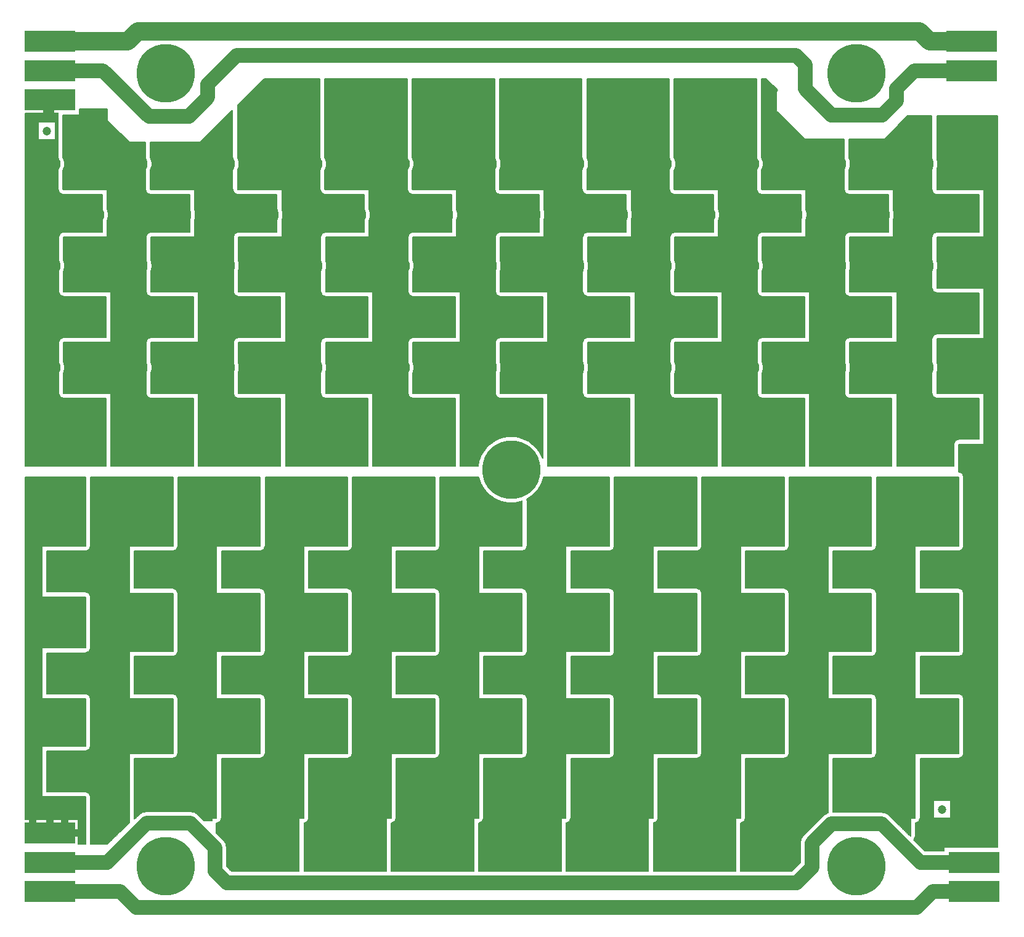
<source format=gtl>
G04 Layer_Physical_Order=1*
G04 Layer_Color=255*
%FSLAX24Y24*%
%MOIN*%
G70*
G01*
G75*
%ADD10C,0.0079*%
G04:AMPARAMS|DCode=11|XSize=100mil|YSize=46.5mil|CornerRadius=11.6mil|HoleSize=0mil|Usage=FLASHONLY|Rotation=180.000|XOffset=0mil|YOffset=0mil|HoleType=Round|Shape=RoundedRectangle|*
%AMROUNDEDRECTD11*
21,1,0.1000,0.0232,0,0,180.0*
21,1,0.0768,0.0465,0,0,180.0*
1,1,0.0232,-0.0384,0.0116*
1,1,0.0232,0.0384,0.0116*
1,1,0.0232,0.0384,-0.0116*
1,1,0.0232,-0.0384,-0.0116*
%
%ADD11ROUNDEDRECTD11*%
G04:AMPARAMS|DCode=12|XSize=20.5mil|YSize=35.4mil|CornerRadius=5.1mil|HoleSize=0mil|Usage=FLASHONLY|Rotation=180.000|XOffset=0mil|YOffset=0mil|HoleType=Round|Shape=RoundedRectangle|*
%AMROUNDEDRECTD12*
21,1,0.0205,0.0252,0,0,180.0*
21,1,0.0102,0.0354,0,0,180.0*
1,1,0.0102,-0.0051,0.0126*
1,1,0.0102,0.0051,0.0126*
1,1,0.0102,0.0051,-0.0126*
1,1,0.0102,-0.0051,-0.0126*
%
%ADD12ROUNDEDRECTD12*%
%ADD13R,0.2756X0.1181*%
%ADD14C,0.0472*%
%ADD15C,0.0591*%
%ADD16C,0.0394*%
%ADD17C,0.0787*%
%ADD18C,0.0984*%
%ADD19R,0.0394X0.0709*%
%ADD20C,0.3150*%
D10*
X80197Y47638D02*
G03*
X79921Y47913I-276J0D01*
G01*
X80197Y47638D02*
G03*
X79921Y47913I-276J0D01*
G01*
X80197Y52953D02*
G03*
X79921Y53228I-276J0D01*
G01*
X80197Y52953D02*
G03*
X79921Y53228I-276J0D01*
G01*
Y55433D02*
G03*
X80197Y55709I0J276D01*
G01*
X79921Y55433D02*
G03*
X80197Y55709I0J276D01*
G01*
X79921Y50118D02*
G03*
X80197Y50394I0J276D01*
G01*
X79921Y50118D02*
G03*
X80197Y50394I0J276D01*
G01*
Y58465D02*
G03*
X79921Y58740I-276J0D01*
G01*
X80197Y58465D02*
G03*
X79921Y58740I-276J0D01*
G01*
Y60945D02*
G03*
X80197Y61220I0J276D01*
G01*
X79921Y60945D02*
G03*
X80197Y61220I0J276D01*
G01*
Y47638D02*
G03*
X79921Y47913I-276J0D01*
G01*
X80197Y47638D02*
G03*
X79921Y47913I-276J0D01*
G01*
Y50118D02*
G03*
X80197Y50394I0J276D01*
G01*
X79921Y50118D02*
G03*
X80197Y50394I0J276D01*
G01*
Y52953D02*
G03*
X79921Y53228I-276J0D01*
G01*
X80197Y52953D02*
G03*
X79921Y53228I-276J0D01*
G01*
Y55433D02*
G03*
X80197Y55709I0J276D01*
G01*
X79921Y55433D02*
G03*
X80197Y55709I0J276D01*
G01*
Y58465D02*
G03*
X79921Y58740I-276J0D01*
G01*
X80197Y58465D02*
G03*
X79921Y58740I-276J0D01*
G01*
X83228Y46850D02*
G03*
X82782Y46665I0J-630D01*
G01*
X83228Y46850D02*
G03*
X82783Y46666I0J-630D01*
G01*
X84646Y49724D02*
G03*
X84921Y50000I0J276D01*
G01*
X84646Y49724D02*
G03*
X84921Y50000I0J276D01*
G01*
X86037Y46665D02*
G03*
X85591Y46850I-446J-445D01*
G01*
X86036Y46666D02*
G03*
X85591Y46850I-445J-445D01*
G01*
X84921Y52953D02*
G03*
X84646Y53228I-276J0D01*
G01*
X84921Y52953D02*
G03*
X84646Y53228I-276J0D01*
G01*
Y55236D02*
G03*
X84921Y55512I0J276D01*
G01*
X84646Y55236D02*
G03*
X84921Y55512I0J276D01*
G01*
Y58661D02*
G03*
X84646Y58937I-276J0D01*
G01*
X84921Y58661D02*
G03*
X84646Y58937I-276J0D01*
G01*
X84678Y49726D02*
G03*
X84921Y50000I-32J274D01*
G01*
X84678Y49726D02*
G03*
X84921Y50000I-32J274D01*
G01*
Y52953D02*
G03*
X84671Y53227I-276J0D01*
G01*
X84921Y52953D02*
G03*
X84671Y53227I-276J0D01*
G01*
X84666Y55237D02*
G03*
X84921Y55512I-21J275D01*
G01*
X84666Y55237D02*
G03*
X84921Y55512I-21J275D01*
G01*
Y58661D02*
G03*
X84659Y58937I-276J0D01*
G01*
X84921Y58661D02*
G03*
X84659Y58937I-276J0D01*
G01*
X84654Y60945D02*
G03*
X84921Y61220I-9J275D01*
G01*
X84654Y60945D02*
G03*
X84921Y61220I-9J275D01*
G01*
X86036Y46666D02*
G03*
X85591Y46850I-445J-445D01*
G01*
X86037Y46665D02*
G03*
X85591Y46850I-446J-445D01*
G01*
X89403Y49726D02*
G03*
X89646Y50000I-32J274D01*
G01*
X89403Y49726D02*
G03*
X89646Y50000I-32J274D01*
G01*
Y52953D02*
G03*
X89395Y53227I-276J0D01*
G01*
X89646Y52953D02*
G03*
X89395Y53227I-276J0D01*
G01*
X89391Y55237D02*
G03*
X89646Y55512I-21J275D01*
G01*
X89391Y55237D02*
G03*
X89646Y55512I-21J275D01*
G01*
Y58661D02*
G03*
X89383Y58937I-276J0D01*
G01*
X89646Y58661D02*
G03*
X89383Y58937I-276J0D01*
G01*
X89379Y60945D02*
G03*
X89646Y61220I-9J275D01*
G01*
X89379Y60945D02*
G03*
X89646Y61220I-9J275D01*
G01*
X87559Y44882D02*
G03*
X87375Y45327I-630J0D01*
G01*
X87008Y46220D02*
G03*
X87283Y46496I-0J276D01*
G01*
X87008Y46220D02*
G03*
X87283Y46496I-0J276D01*
G01*
X87559Y44882D02*
G03*
X87374Y45328I-630J0D01*
G01*
X89370Y49724D02*
G03*
X89646Y50000I0J276D01*
G01*
X89370Y49724D02*
G03*
X89646Y50000I0J276D01*
G01*
Y52953D02*
G03*
X89370Y53228I-276J0D01*
G01*
X89646Y52953D02*
G03*
X89370Y53228I-276J0D01*
G01*
Y55236D02*
G03*
X89646Y55512I0J276D01*
G01*
X89370Y55236D02*
G03*
X89646Y55512I0J276D01*
G01*
Y58661D02*
G03*
X89370Y58937I-276J0D01*
G01*
X89646Y58661D02*
G03*
X89370Y58937I-276J0D01*
G01*
X91752Y46221D02*
G03*
X92008Y46496I-20J275D01*
G01*
X91752Y46221D02*
G03*
X92008Y46496I-20J275D01*
G01*
X94094Y49724D02*
G03*
X94370Y50000I0J276D01*
G01*
X94094Y49724D02*
G03*
X94370Y50000I0J276D01*
G01*
Y52953D02*
G03*
X94094Y53228I-276J0D01*
G01*
X94370Y52953D02*
G03*
X94094Y53228I-276J0D01*
G01*
Y55236D02*
G03*
X94370Y55512I0J276D01*
G01*
X94094Y55236D02*
G03*
X94370Y55512I0J276D01*
G01*
Y58661D02*
G03*
X94094Y58937I-276J0D01*
G01*
X94370Y58661D02*
G03*
X94094Y58937I-276J0D01*
G01*
X94127Y49726D02*
G03*
X94370Y50000I-32J274D01*
G01*
X94127Y49726D02*
G03*
X94370Y50000I-32J274D01*
G01*
Y52953D02*
G03*
X94120Y53227I-276J0D01*
G01*
X94370Y52953D02*
G03*
X94120Y53227I-276J0D01*
G01*
X94115Y55237D02*
G03*
X94370Y55512I-21J275D01*
G01*
X94115Y55237D02*
G03*
X94370Y55512I-21J275D01*
G01*
Y58661D02*
G03*
X94107Y58937I-276J0D01*
G01*
X94370Y58661D02*
G03*
X94107Y58937I-276J0D01*
G01*
X94103Y60945D02*
G03*
X94370Y61220I-9J275D01*
G01*
X94103Y60945D02*
G03*
X94370Y61220I-9J275D01*
G01*
X98851Y49726D02*
G03*
X99094Y50000I-32J274D01*
G01*
X98851Y49726D02*
G03*
X99094Y50000I-32J274D01*
G01*
Y52953D02*
G03*
X98844Y53227I-276J0D01*
G01*
X99094Y52953D02*
G03*
X98844Y53227I-276J0D01*
G01*
X98840Y55237D02*
G03*
X99094Y55512I-21J275D01*
G01*
X98840Y55237D02*
G03*
X99094Y55512I-21J275D01*
G01*
Y58661D02*
G03*
X98832Y58937I-276J0D01*
G01*
X99094Y58661D02*
G03*
X98832Y58937I-276J0D01*
G01*
X98827Y60945D02*
G03*
X99094Y61220I-9J275D01*
G01*
X98827Y60945D02*
G03*
X99094Y61220I-9J275D01*
G01*
X101185Y64961D02*
G03*
X103543Y63642I1768J394D01*
G01*
X96476Y46221D02*
G03*
X96732Y46496I-20J275D01*
G01*
X96476Y46221D02*
G03*
X96732Y46496I-20J275D01*
G01*
X98819Y49724D02*
G03*
X99094Y50000I0J276D01*
G01*
X98819Y49724D02*
G03*
X99094Y50000I0J276D01*
G01*
Y52953D02*
G03*
X98819Y53228I-276J0D01*
G01*
X99094Y52953D02*
G03*
X98819Y53228I-276J0D01*
G01*
Y55236D02*
G03*
X99094Y55512I0J276D01*
G01*
X98819Y55236D02*
G03*
X99094Y55512I0J276D01*
G01*
Y58661D02*
G03*
X98819Y58937I-276J0D01*
G01*
X99094Y58661D02*
G03*
X98819Y58937I-276J0D01*
G01*
X103576Y49726D02*
G03*
X103819Y50000I-32J274D01*
G01*
X103576Y49726D02*
G03*
X103819Y50000I-32J274D01*
G01*
Y52953D02*
G03*
X103568Y53227I-276J0D01*
G01*
X103819Y52953D02*
G03*
X103568Y53227I-276J0D01*
G01*
X103564Y55237D02*
G03*
X103819Y55512I-21J275D01*
G01*
X103564Y55237D02*
G03*
X103819Y55512I-21J275D01*
G01*
Y58661D02*
G03*
X103556Y58937I-276J0D01*
G01*
X103819Y58661D02*
G03*
X103556Y58937I-276J0D01*
G01*
X103552Y60945D02*
G03*
X103819Y61220I-9J275D01*
G01*
X103552Y60945D02*
G03*
X103819Y61220I-9J275D01*
G01*
Y63642D02*
G03*
X103796Y63752I-276J0D01*
G01*
X103819Y63642D02*
G03*
X103796Y63752I-276J0D01*
G01*
X103796D02*
G03*
X104720Y64961I-843J1603D01*
G01*
X101201Y46221D02*
G03*
X101457Y46496I-20J275D01*
G01*
X101201Y46221D02*
G03*
X101457Y46496I-20J275D01*
G01*
X103543Y49724D02*
G03*
X103819Y50000I0J276D01*
G01*
X103543Y49724D02*
G03*
X103819Y50000I0J276D01*
G01*
Y52953D02*
G03*
X103543Y53228I-276J0D01*
G01*
X103819Y52953D02*
G03*
X103543Y53228I-276J0D01*
G01*
Y55236D02*
G03*
X103819Y55512I0J276D01*
G01*
X103543Y55236D02*
G03*
X103819Y55512I0J276D01*
G01*
Y58661D02*
G03*
X103543Y58937I-276J0D01*
G01*
X103819Y58661D02*
G03*
X103543Y58937I-276J0D01*
G01*
X108300Y49726D02*
G03*
X108543Y50000I-32J274D01*
G01*
X108300Y49726D02*
G03*
X108543Y50000I-32J274D01*
G01*
Y52953D02*
G03*
X108293Y53227I-276J0D01*
G01*
X108543Y52953D02*
G03*
X108293Y53227I-276J0D01*
G01*
X108288Y55237D02*
G03*
X108543Y55512I-21J275D01*
G01*
X108288Y55237D02*
G03*
X108543Y55512I-21J275D01*
G01*
Y58661D02*
G03*
X108281Y58937I-276J0D01*
G01*
X108543Y58661D02*
G03*
X108281Y58937I-276J0D01*
G01*
X108276Y60945D02*
G03*
X108543Y61220I-9J275D01*
G01*
X108276Y60945D02*
G03*
X108543Y61220I-9J275D01*
G01*
X105925Y46221D02*
G03*
X106181Y46496I-20J275D01*
G01*
X105925Y46221D02*
G03*
X106181Y46496I-20J275D01*
G01*
X108268Y49724D02*
G03*
X108543Y50000I0J276D01*
G01*
X108268Y49724D02*
G03*
X108543Y50000I0J276D01*
G01*
Y52953D02*
G03*
X108268Y53228I-276J0D01*
G01*
X108543Y52953D02*
G03*
X108268Y53228I-276J0D01*
G01*
Y55236D02*
G03*
X108543Y55512I0J276D01*
G01*
X108268Y55236D02*
G03*
X108543Y55512I0J276D01*
G01*
Y58661D02*
G03*
X108268Y58937I-276J0D01*
G01*
X108543Y58661D02*
G03*
X108268Y58937I-276J0D01*
G01*
X113025Y49726D02*
G03*
X113268Y50000I-32J274D01*
G01*
X113025Y49726D02*
G03*
X113268Y50000I-32J274D01*
G01*
Y52953D02*
G03*
X113017Y53227I-276J0D01*
G01*
X113268Y52953D02*
G03*
X113017Y53227I-276J0D01*
G01*
X113013Y55237D02*
G03*
X113268Y55512I-21J275D01*
G01*
X113013Y55237D02*
G03*
X113268Y55512I-21J275D01*
G01*
Y58661D02*
G03*
X113005Y58937I-276J0D01*
G01*
X113268Y58661D02*
G03*
X113005Y58937I-276J0D01*
G01*
X113001Y60945D02*
G03*
X113268Y61220I-9J275D01*
G01*
X113001Y60945D02*
G03*
X113268Y61220I-9J275D01*
G01*
X110649Y46221D02*
G03*
X110906Y46496I-20J275D01*
G01*
X110649Y46221D02*
G03*
X110906Y46496I-20J275D01*
G01*
X112992Y49724D02*
G03*
X113268Y50000I0J276D01*
G01*
X112992Y49724D02*
G03*
X113268Y50000I0J276D01*
G01*
Y52953D02*
G03*
X112992Y53228I-276J0D01*
G01*
X113268Y52953D02*
G03*
X112992Y53228I-276J0D01*
G01*
Y55236D02*
G03*
X113268Y55512I0J276D01*
G01*
X112992Y55236D02*
G03*
X113268Y55512I0J276D01*
G01*
Y58661D02*
G03*
X112992Y58937I-276J0D01*
G01*
X113268Y58661D02*
G03*
X112992Y58937I-276J0D01*
G01*
X117992Y52953D02*
G03*
X117742Y53227I-276J0D01*
G01*
X117749Y49726D02*
G03*
X117992Y50000I-32J274D01*
G01*
Y52953D02*
G03*
X117742Y53227I-276J0D01*
G01*
X117749Y49726D02*
G03*
X117992Y50000I-32J274D01*
G01*
Y58661D02*
G03*
X117729Y58937I-276J0D01*
G01*
X117737Y55237D02*
G03*
X117992Y55512I-21J275D01*
G01*
X117737Y55237D02*
G03*
X117992Y55512I-21J275D01*
G01*
Y58661D02*
G03*
X117729Y58937I-276J0D01*
G01*
X117725Y60945D02*
G03*
X117992Y61220I-9J275D01*
G01*
X117725Y60945D02*
G03*
X117992Y61220I-9J275D01*
G01*
X120079Y46779D02*
G03*
X119830Y46627I197J-598D01*
G01*
X120079Y46779D02*
G03*
X119830Y46626I197J-598D01*
G01*
X115374Y46221D02*
G03*
X115630Y46496I-20J275D01*
G01*
X115374Y46221D02*
G03*
X115630Y46496I-20J275D01*
G01*
X117717Y49724D02*
G03*
X117992Y50000I0J276D01*
G01*
X117717Y49724D02*
G03*
X117992Y50000I0J276D01*
G01*
X118768Y45564D02*
G03*
X118583Y45118I445J-446D01*
G01*
X118767Y45564D02*
G03*
X118583Y45118I445J-445D01*
G01*
X117992Y52953D02*
G03*
X117717Y53228I-276J0D01*
G01*
X117992Y52953D02*
G03*
X117717Y53228I-276J0D01*
G01*
Y55236D02*
G03*
X117992Y55512I0J276D01*
G01*
X117717Y55236D02*
G03*
X117992Y55512I0J276D01*
G01*
Y58661D02*
G03*
X117717Y58937I-276J0D01*
G01*
X117992Y58661D02*
G03*
X117717Y58937I-276J0D01*
G01*
X122473Y49726D02*
G03*
X122717Y50000I-32J274D01*
G01*
X122473Y49726D02*
G03*
X122717Y50000I-32J274D01*
G01*
Y52953D02*
G03*
X122466Y53227I-276J0D01*
G01*
X122462Y55237D02*
G03*
X122717Y55512I-21J275D01*
G01*
Y52953D02*
G03*
X122466Y53227I-276J0D01*
G01*
X122717Y58661D02*
G03*
X122454Y58937I-276J0D01*
G01*
X122462Y55237D02*
G03*
X122717Y55512I-21J275D01*
G01*
Y58661D02*
G03*
X122454Y58937I-276J0D01*
G01*
X122450Y60945D02*
G03*
X122717Y61220I-9J275D01*
G01*
X122450Y60945D02*
G03*
X122717Y61220I-9J275D01*
G01*
X123438Y46627D02*
G03*
X122992Y46811I-445J-445D01*
G01*
X123438Y46626D02*
G03*
X122992Y46811I-446J-445D01*
G01*
X122441Y49724D02*
G03*
X122717Y50000I0J276D01*
G01*
X122441Y49724D02*
G03*
X122717Y50000I0J276D01*
G01*
X123438Y46626D02*
G03*
X122992Y46811I-446J-445D01*
G01*
X123438Y46627D02*
G03*
X122992Y46811I-445J-445D01*
G01*
X122717Y52953D02*
G03*
X122441Y53228I-276J0D01*
G01*
X122717Y52953D02*
G03*
X122441Y53228I-276J0D01*
G01*
Y55236D02*
G03*
X122717Y55512I0J276D01*
G01*
X122441Y55236D02*
G03*
X122717Y55512I0J276D01*
G01*
Y58661D02*
G03*
X122441Y58937I-276J0D01*
G01*
X122717Y58661D02*
G03*
X122441Y58937I-276J0D01*
G01*
X124742Y45322D02*
G03*
X124823Y45517I-195J195D01*
G01*
X124742Y45322D02*
G03*
X124823Y45517I-195J195D01*
G01*
Y46221D02*
G03*
X125079Y46496I-20J275D01*
G01*
X124823Y46221D02*
G03*
X125079Y46496I-20J275D01*
G01*
X125984Y70593D02*
G03*
X126032Y70770I-305J176D01*
G01*
Y71002D02*
G03*
X125984Y71178I-352J0D01*
G01*
Y76105D02*
G03*
X126032Y76281I-305J176D01*
G01*
Y76514D02*
G03*
X125984Y76690I-352J0D01*
G01*
Y81617D02*
G03*
X126032Y81793I-305J176D01*
G01*
Y82026D02*
G03*
X125984Y82202I-352J0D01*
G01*
X127165Y49724D02*
G03*
X127441Y50000I0J276D01*
G01*
X127165Y49724D02*
G03*
X127441Y50000I0J276D01*
G01*
Y52953D02*
G03*
X127165Y53228I-276J0D01*
G01*
X127441Y52953D02*
G03*
X127165Y53228I-276J0D01*
G01*
Y55236D02*
G03*
X127441Y55512I0J276D01*
G01*
X127165Y55236D02*
G03*
X127441Y55512I0J276D01*
G01*
Y58661D02*
G03*
X127165Y58937I-276J0D01*
G01*
X127441Y58661D02*
G03*
X127165Y58937I-276J0D01*
G01*
Y60945D02*
G03*
X127441Y61220I0J276D01*
G01*
X127165Y60945D02*
G03*
X127441Y61220I0J276D01*
G01*
Y64961D02*
G03*
X127165Y65236I-276J0D01*
G01*
X127441Y64961D02*
G03*
X127165Y65236I-276J0D01*
G01*
X121260Y70593D02*
G03*
X121307Y70770I-305J176D01*
G01*
Y71002D02*
G03*
X121260Y71178I-352J0D01*
G01*
Y76105D02*
G03*
X121307Y76281I-305J176D01*
G01*
Y76514D02*
G03*
X121260Y76690I-352J0D01*
G01*
X121307Y82026D02*
G03*
X121220Y82257I-352J0D01*
G01*
Y81562D02*
G03*
X121307Y81793I-266J231D01*
G01*
X123622Y78861D02*
G03*
X123669Y79037I-305J176D01*
G01*
Y79270D02*
G03*
X123622Y79446I-352J0D01*
G01*
X125709Y69488D02*
G03*
X125984Y69213I276J0D01*
G01*
X125709Y69488D02*
G03*
X125984Y69213I276J0D01*
G01*
X125746Y70732D02*
G03*
X125709Y70593I238J-138D01*
G01*
X125746Y70731D02*
G03*
X125709Y70593I239J-138D01*
G01*
Y71178D02*
G03*
X125746Y71040I276J0D01*
G01*
X125709Y71178D02*
G03*
X125746Y71040I276J0D01*
G01*
X125746Y70732D02*
G03*
X125756Y70770I-67J38D01*
G01*
Y71002D02*
G03*
X125746Y71040I-77J0D01*
G01*
X125984Y72717D02*
G03*
X125709Y72441I0J-276D01*
G01*
X125984Y72717D02*
G03*
X125709Y72441I0J-276D01*
G01*
X127165Y67008D02*
G03*
X126890Y66732I0J-276D01*
G01*
X127165Y67008D02*
G03*
X126890Y66732I0J-276D01*
G01*
X125709Y75197D02*
G03*
X125984Y74921I276J0D01*
G01*
X125709Y75197D02*
G03*
X125984Y74921I276J0D01*
G01*
X125746Y76243D02*
G03*
X125709Y76105I239J-138D01*
G01*
Y76690D02*
G03*
X125746Y76552I276J0D01*
G01*
X125709Y76690D02*
G03*
X125746Y76552I276J0D01*
G01*
X125746Y76243D02*
G03*
X125709Y76105I238J-138D01*
G01*
X125746Y76243D02*
G03*
X125756Y76281I-67J38D01*
G01*
X125984Y78228D02*
G03*
X125709Y77953I0J-276D01*
G01*
X125756Y76514D02*
G03*
X125746Y76552I-77J0D01*
G01*
X125984Y78228D02*
G03*
X125709Y77953I0J-276D01*
G01*
X125746Y81755D02*
G03*
X125709Y81617I239J-138D01*
G01*
Y80512D02*
G03*
X125984Y80236I276J0D01*
G01*
X125709Y80512D02*
G03*
X125984Y80236I276J0D01*
G01*
X125746Y81755D02*
G03*
X125709Y81617I238J-138D01*
G01*
X125746Y81755D02*
G03*
X125756Y81793I-67J38D01*
G01*
X125709Y82202D02*
G03*
X125746Y82064I276J0D01*
G01*
X125709Y82202D02*
G03*
X125746Y82064I276J0D01*
G01*
X125756Y82026D02*
G03*
X125746Y82064I-77J0D01*
G01*
X116535Y70593D02*
G03*
X116583Y70770I-305J176D01*
G01*
Y71002D02*
G03*
X116535Y71178I-352J0D01*
G01*
Y76105D02*
G03*
X116583Y76281I-305J176D01*
G01*
Y76514D02*
G03*
X116535Y76690I-352J0D01*
G01*
X116496Y81562D02*
G03*
X116583Y81793I-266J231D01*
G01*
Y82026D02*
G03*
X116496Y82257I-352J0D01*
G01*
X118945Y79270D02*
G03*
X118898Y79446I-352J0D01*
G01*
X120984Y69488D02*
G03*
X121260Y69213I276J0D01*
G01*
X120984Y69488D02*
G03*
X121260Y69213I276J0D01*
G01*
X121021Y70731D02*
G03*
X120984Y70593I239J-138D01*
G01*
X121021Y70732D02*
G03*
X120984Y70593I238J-138D01*
G01*
X121032Y71002D02*
G03*
X121021Y71040I-77J0D01*
G01*
X120984Y71178D02*
G03*
X121021Y71040I276J0D01*
G01*
X120984Y71178D02*
G03*
X121021Y71040I276J0D01*
G01*
X121021Y70732D02*
G03*
X121032Y70770I-67J38D01*
G01*
X121260Y72520D02*
G03*
X120984Y72244I0J-276D01*
G01*
X121260Y72520D02*
G03*
X120984Y72244I0J-276D01*
G01*
X121021Y76243D02*
G03*
X120984Y76105I239J-138D01*
G01*
Y75000D02*
G03*
X121260Y74724I276J0D01*
G01*
X120984Y75000D02*
G03*
X121260Y74724I276J0D01*
G01*
X120984Y76690D02*
G03*
X121021Y76552I276J0D01*
G01*
X120984Y76690D02*
G03*
X121021Y76552I276J0D01*
G01*
X118898Y78861D02*
G03*
X118945Y79037I-305J176D01*
G01*
X121021Y76243D02*
G03*
X120984Y76105I238J-138D01*
G01*
X121021Y76243D02*
G03*
X121032Y76281I-67J38D01*
G01*
X121260Y78228D02*
G03*
X120984Y77953I0J-276D01*
G01*
X121032Y76514D02*
G03*
X121021Y76552I-77J0D01*
G01*
X121260Y78228D02*
G03*
X120984Y77953I0J-276D01*
G01*
X120945Y80551D02*
G03*
X121026Y80356I276J0D01*
G01*
X121065Y80317D02*
G03*
X121260Y80236I195J195D01*
G01*
X120945Y80551D02*
G03*
X121026Y80356I276J0D01*
G01*
X121013Y81743D02*
G03*
X120945Y81562I208J-181D01*
G01*
X121013Y81743D02*
G03*
X120945Y81562I208J-181D01*
G01*
X121013Y81743D02*
G03*
X121032Y81793I-58J50D01*
G01*
X120945Y82257D02*
G03*
X121013Y82076I276J0D01*
G01*
X121032Y82026D02*
G03*
X121013Y82076I-77J0D01*
G01*
X120945Y82257D02*
G03*
X121013Y82076I276J0D01*
G01*
X121065Y80317D02*
G03*
X121260Y80236I195J195D01*
G01*
X123383Y78999D02*
G03*
X123346Y78861I239J-138D01*
G01*
X123384Y78999D02*
G03*
X123346Y78861I238J-138D01*
G01*
X123384Y78999D02*
G03*
X123394Y79037I-67J38D01*
G01*
X123346Y79446D02*
G03*
X123384Y79308I276J0D01*
G01*
X123394Y79270D02*
G03*
X123384Y79308I-77J0D01*
G01*
X123346Y79446D02*
G03*
X123383Y79308I276J0D01*
G01*
X111811Y70593D02*
G03*
X111858Y70770I-305J176D01*
G01*
Y71002D02*
G03*
X111811Y71178I-352J0D01*
G01*
Y76105D02*
G03*
X111858Y76281I-305J176D01*
G01*
Y76514D02*
G03*
X111811Y76690I-352J0D01*
G01*
X111772Y81562D02*
G03*
X111858Y81793I-266J231D01*
G01*
X114220Y79270D02*
G03*
X114173Y79446I-352J0D01*
G01*
Y78861D02*
G03*
X114220Y79037I-305J176D01*
G01*
X111858Y82026D02*
G03*
X111772Y82257I-352J0D01*
G01*
X116260Y69488D02*
G03*
X116535Y69213I276J0D01*
G01*
X116260Y69488D02*
G03*
X116535Y69213I276J0D01*
G01*
X116297Y70731D02*
G03*
X116260Y70593I239J-138D01*
G01*
Y71178D02*
G03*
X116297Y71040I276J0D01*
G01*
X116297Y70732D02*
G03*
X116260Y70593I238J-138D01*
G01*
Y71178D02*
G03*
X116297Y71040I276J0D01*
G01*
X116297Y70732D02*
G03*
X116307Y70770I-67J38D01*
G01*
Y71002D02*
G03*
X116297Y71040I-77J0D01*
G01*
X116535Y72520D02*
G03*
X116260Y72244I0J-276D01*
G01*
X116535Y72520D02*
G03*
X116260Y72244I0J-276D01*
G01*
Y75000D02*
G03*
X116535Y74724I276J0D01*
G01*
X116297Y76243D02*
G03*
X116260Y76105I238J-138D01*
G01*
Y75000D02*
G03*
X116535Y74724I276J0D01*
G01*
X116297Y76243D02*
G03*
X116260Y76105I239J-138D01*
G01*
Y76690D02*
G03*
X116297Y76552I276J0D01*
G01*
X116260Y76690D02*
G03*
X116297Y76552I276J0D01*
G01*
X116297Y76243D02*
G03*
X116307Y76281I-67J38D01*
G01*
Y76514D02*
G03*
X116297Y76552I-77J0D01*
G01*
X116535Y78228D02*
G03*
X116260Y77953I0J-276D01*
G01*
X116535Y78228D02*
G03*
X116260Y77953I0J-276D01*
G01*
X116341Y80317D02*
G03*
X116535Y80236I195J195D01*
G01*
X116341Y80317D02*
G03*
X116535Y80236I195J195D01*
G01*
X116288Y81743D02*
G03*
X116220Y81562I208J-181D01*
G01*
Y82257D02*
G03*
X116288Y82076I276J0D01*
G01*
X116220Y82257D02*
G03*
X116288Y82076I276J0D01*
G01*
X116288Y81743D02*
G03*
X116220Y81562I208J-181D01*
G01*
Y80551D02*
G03*
X116301Y80356I276J0D01*
G01*
X116220Y80551D02*
G03*
X116301Y80356I276J0D01*
G01*
X116288Y81743D02*
G03*
X116307Y81793I-58J50D01*
G01*
Y82026D02*
G03*
X116288Y82076I-77J0D01*
G01*
X118659Y78999D02*
G03*
X118622Y78861I239J-138D01*
G01*
X118659Y78999D02*
G03*
X118622Y78861I239J-138D01*
G01*
X118659Y78999D02*
G03*
X118669Y79037I-66J38D01*
G01*
X118622Y79446D02*
G03*
X118659Y79308I276J0D01*
G01*
X118669Y79270D02*
G03*
X118659Y79308I-77J0D01*
G01*
X118622Y79446D02*
G03*
X118659Y79308I276J0D01*
G01*
X107087Y70593D02*
G03*
X107134Y70770I-305J176D01*
G01*
Y71002D02*
G03*
X107087Y71178I-352J0D01*
G01*
Y76105D02*
G03*
X107134Y76281I-305J176D01*
G01*
Y76514D02*
G03*
X107087Y76690I-352J0D01*
G01*
X107047Y81562D02*
G03*
X107134Y81793I-266J231D01*
G01*
Y82026D02*
G03*
X107047Y82257I-352J0D01*
G01*
X111535Y69488D02*
G03*
X111811Y69213I276J0D01*
G01*
X111535Y69488D02*
G03*
X111811Y69213I276J0D01*
G01*
X111572Y70731D02*
G03*
X111535Y70593I239J-138D01*
G01*
X111573Y70732D02*
G03*
X111535Y70593I238J-138D01*
G01*
X111573Y70732D02*
G03*
X111583Y70770I-67J38D01*
G01*
Y71002D02*
G03*
X111573Y71040I-77J0D01*
G01*
X111535Y71178D02*
G03*
X111573Y71040I276J0D01*
G01*
X111535Y71178D02*
G03*
X111572Y71040I276J0D01*
G01*
X111811Y72520D02*
G03*
X111535Y72244I0J-276D01*
G01*
X111811Y72520D02*
G03*
X111535Y72244I0J-276D01*
G01*
Y75000D02*
G03*
X111811Y74724I276J0D01*
G01*
X111573Y76243D02*
G03*
X111535Y76105I238J-138D01*
G01*
Y75000D02*
G03*
X111811Y74724I276J0D01*
G01*
X111572Y76243D02*
G03*
X111535Y76105I239J-138D01*
G01*
X109449Y78861D02*
G03*
X109496Y79037I-305J176D01*
G01*
Y79270D02*
G03*
X109449Y79446I-352J0D01*
G01*
X111535Y76690D02*
G03*
X111573Y76552I276J0D01*
G01*
X111811Y78228D02*
G03*
X111535Y77953I0J-276D01*
G01*
X111811Y78228D02*
G03*
X111535Y77953I0J-276D01*
G01*
X111573Y76243D02*
G03*
X111583Y76281I-67J38D01*
G01*
X111535Y76690D02*
G03*
X111572Y76552I276J0D01*
G01*
X111583Y76514D02*
G03*
X111573Y76552I-77J0D01*
G01*
X111616Y80317D02*
G03*
X111811Y80236I195J195D01*
G01*
X111616Y80317D02*
G03*
X111811Y80236I195J195D01*
G01*
X111564Y81743D02*
G03*
X111496Y81562I208J-181D01*
G01*
Y82257D02*
G03*
X111564Y82076I276J0D01*
G01*
X111496Y82257D02*
G03*
X111564Y82076I276J0D01*
G01*
X111564Y81743D02*
G03*
X111496Y81562I208J-181D01*
G01*
Y80551D02*
G03*
X111577Y80356I276J0D01*
G01*
X111496Y80551D02*
G03*
X111577Y80356I276J0D01*
G01*
X111564Y81743D02*
G03*
X111583Y81793I-58J50D01*
G01*
Y82026D02*
G03*
X111564Y82076I-77J0D01*
G01*
X113935Y78999D02*
G03*
X113898Y78861I239J-138D01*
G01*
X113935Y78999D02*
G03*
X113898Y78861I238J-138D01*
G01*
X113935Y78999D02*
G03*
X113945Y79037I-67J38D01*
G01*
X113898Y79446D02*
G03*
X113935Y79308I276J0D01*
G01*
X113945Y79270D02*
G03*
X113935Y79308I-77J0D01*
G01*
X113898Y79446D02*
G03*
X113935Y79308I276J0D01*
G01*
X102362Y70593D02*
G03*
X102409Y70770I-305J176D01*
G01*
Y71002D02*
G03*
X102362Y71178I-352J0D01*
G01*
Y76105D02*
G03*
X102409Y76281I-305J176D01*
G01*
Y76514D02*
G03*
X102362Y76690I-352J0D01*
G01*
X102323Y81562D02*
G03*
X102409Y81793I-266J231D01*
G01*
Y82026D02*
G03*
X102323Y82257I-352J0D01*
G01*
X106811Y69488D02*
G03*
X107087Y69213I276J0D01*
G01*
X106811Y69488D02*
G03*
X107087Y69213I276J0D01*
G01*
X106848Y70731D02*
G03*
X106811Y70593I239J-138D01*
G01*
X106848Y70732D02*
G03*
X106811Y70593I238J-138D01*
G01*
X106848Y70732D02*
G03*
X106858Y70770I-67J38D01*
G01*
Y71002D02*
G03*
X106848Y71040I-77J0D01*
G01*
X106811Y71178D02*
G03*
X106848Y71040I276J0D01*
G01*
X106811Y71178D02*
G03*
X106848Y71040I276J0D01*
G01*
X107087Y72520D02*
G03*
X106811Y72244I0J-276D01*
G01*
X107087Y72520D02*
G03*
X106811Y72244I0J-276D01*
G01*
Y75000D02*
G03*
X107087Y74724I276J0D01*
G01*
X106848Y76243D02*
G03*
X106811Y76105I238J-138D01*
G01*
Y75000D02*
G03*
X107087Y74724I276J0D01*
G01*
X106848Y76243D02*
G03*
X106811Y76105I239J-138D01*
G01*
X104724Y78861D02*
G03*
X104772Y79037I-305J176D01*
G01*
Y79270D02*
G03*
X104724Y79446I-352J0D01*
G01*
X106811Y76690D02*
G03*
X106848Y76552I276J0D01*
G01*
X107087Y78228D02*
G03*
X106811Y77953I0J-276D01*
G01*
X107087Y78228D02*
G03*
X106811Y77953I0J-276D01*
G01*
X106848Y76243D02*
G03*
X106858Y76281I-67J38D01*
G01*
X106811Y76690D02*
G03*
X106848Y76552I276J0D01*
G01*
X106858Y76514D02*
G03*
X106848Y76552I-77J0D01*
G01*
X106892Y80317D02*
G03*
X107087Y80236I195J195D01*
G01*
X106892Y80317D02*
G03*
X107087Y80236I195J195D01*
G01*
X106839Y81743D02*
G03*
X106772Y81562I208J-181D01*
G01*
Y82257D02*
G03*
X106839Y82076I276J0D01*
G01*
X106772Y82257D02*
G03*
X106839Y82076I276J0D01*
G01*
X106839Y81743D02*
G03*
X106772Y81562I208J-181D01*
G01*
Y80551D02*
G03*
X106852Y80356I276J0D01*
G01*
X106772Y80551D02*
G03*
X106852Y80356I276J0D01*
G01*
X106839Y81743D02*
G03*
X106858Y81793I-58J50D01*
G01*
Y82026D02*
G03*
X106839Y82076I-77J0D01*
G01*
X109210Y78999D02*
G03*
X109173Y78861I239J-138D01*
G01*
X109210Y78999D02*
G03*
X109173Y78861I239J-138D01*
G01*
X109210Y78999D02*
G03*
X109220Y79037I-66J38D01*
G01*
X109173Y79446D02*
G03*
X109210Y79308I276J0D01*
G01*
X109220Y79270D02*
G03*
X109210Y79308I-77J0D01*
G01*
X109173Y79446D02*
G03*
X109210Y79308I276J0D01*
G01*
X97638Y70593D02*
G03*
X97685Y70770I-305J176D01*
G01*
Y71002D02*
G03*
X97638Y71178I-352J0D01*
G01*
Y76105D02*
G03*
X97685Y76281I-305J176D01*
G01*
Y76514D02*
G03*
X97638Y76690I-352J0D01*
G01*
X97685Y82026D02*
G03*
X97598Y82257I-352J0D01*
G01*
Y81562D02*
G03*
X97685Y81793I-266J231D01*
G01*
X102124Y70731D02*
G03*
X102087Y70593I239J-138D01*
G01*
X102124Y70732D02*
G03*
X102087Y70593I238J-138D01*
G01*
Y69488D02*
G03*
X102362Y69213I276J0D01*
G01*
X102087Y69488D02*
G03*
X102362Y69213I276J0D01*
G01*
X102124Y70732D02*
G03*
X102134Y70770I-67J38D01*
G01*
Y71002D02*
G03*
X102124Y71040I-77J0D01*
G01*
X102362Y72520D02*
G03*
X102087Y72244I0J-276D01*
G01*
Y71178D02*
G03*
X102124Y71040I276J0D01*
G01*
X102087Y71178D02*
G03*
X102124Y71040I276J0D01*
G01*
X102362Y72520D02*
G03*
X102087Y72244I0J-276D01*
G01*
X104646Y65998D02*
G03*
X101152Y65551I-1693J-643D01*
G01*
X102124Y76243D02*
G03*
X102087Y76105I238J-138D01*
G01*
Y75000D02*
G03*
X102362Y74724I276J0D01*
G01*
X102087Y75000D02*
G03*
X102362Y74724I276J0D01*
G01*
X102124Y76243D02*
G03*
X102087Y76105I239J-138D01*
G01*
Y76690D02*
G03*
X102124Y76552I276J0D01*
G01*
X102087Y76690D02*
G03*
X102124Y76552I276J0D01*
G01*
X102124Y76243D02*
G03*
X102134Y76281I-67J38D01*
G01*
Y76514D02*
G03*
X102124Y76552I-77J0D01*
G01*
X102362Y78228D02*
G03*
X102087Y77953I0J-276D01*
G01*
X102362Y78228D02*
G03*
X102087Y77953I0J-276D01*
G01*
X100000Y78861D02*
G03*
X100047Y79037I-305J176D01*
G01*
Y79270D02*
G03*
X100000Y79446I-352J0D01*
G01*
X102167Y80317D02*
G03*
X102362Y80236I195J195D01*
G01*
X102115Y81743D02*
G03*
X102047Y81562I208J-181D01*
G01*
Y82257D02*
G03*
X102115Y82076I276J0D01*
G01*
X102047Y82257D02*
G03*
X102115Y82076I276J0D01*
G01*
X102115Y81743D02*
G03*
X102047Y81562I208J-181D01*
G01*
Y80551D02*
G03*
X102128Y80356I276J0D01*
G01*
X102047Y80551D02*
G03*
X102128Y80356I276J0D01*
G01*
X102115Y81743D02*
G03*
X102134Y81793I-58J50D01*
G01*
Y82026D02*
G03*
X102115Y82076I-77J0D01*
G01*
X102167Y80317D02*
G03*
X102362Y80236I195J195D01*
G01*
X104486Y78999D02*
G03*
X104449Y78861I239J-138D01*
G01*
X104486Y78999D02*
G03*
X104449Y78861I238J-138D01*
G01*
X104486Y78999D02*
G03*
X104496Y79037I-67J38D01*
G01*
X104449Y79446D02*
G03*
X104486Y79308I276J0D01*
G01*
X104496Y79270D02*
G03*
X104486Y79308I-77J0D01*
G01*
X104449Y79446D02*
G03*
X104486Y79308I276J0D01*
G01*
X92913Y70593D02*
G03*
X92961Y70770I-305J176D01*
G01*
Y71002D02*
G03*
X92913Y71178I-352J0D01*
G01*
Y76105D02*
G03*
X92961Y76281I-305J176D01*
G01*
Y76514D02*
G03*
X92913Y76690I-352J0D01*
G01*
X92874Y81562D02*
G03*
X92961Y81793I-266J231D01*
G01*
Y82026D02*
G03*
X92874Y82257I-352J0D01*
G01*
X95323Y79270D02*
G03*
X95276Y79446I-352J0D01*
G01*
X97362Y69488D02*
G03*
X97638Y69213I276J0D01*
G01*
X97362Y69488D02*
G03*
X97638Y69213I276J0D01*
G01*
X97399Y70731D02*
G03*
X97362Y70593I239J-138D01*
G01*
X97399Y70732D02*
G03*
X97362Y70593I238J-138D01*
G01*
X97399Y70732D02*
G03*
X97409Y70770I-67J38D01*
G01*
X97362Y71178D02*
G03*
X97399Y71040I276J0D01*
G01*
X97362Y71178D02*
G03*
X97399Y71040I276J0D01*
G01*
X97409Y71002D02*
G03*
X97399Y71040I-77J0D01*
G01*
X97638Y72520D02*
G03*
X97362Y72244I0J-276D01*
G01*
X97638Y72520D02*
G03*
X97362Y72244I0J-276D01*
G01*
Y75000D02*
G03*
X97638Y74724I276J0D01*
G01*
X97399Y76243D02*
G03*
X97362Y76105I238J-138D01*
G01*
Y75000D02*
G03*
X97638Y74724I276J0D01*
G01*
X97399Y76243D02*
G03*
X97362Y76105I239J-138D01*
G01*
X95276Y78861D02*
G03*
X95323Y79037I-305J176D01*
G01*
X97362Y76690D02*
G03*
X97399Y76552I276J0D01*
G01*
X97362Y76690D02*
G03*
X97399Y76552I276J0D01*
G01*
X97638Y78228D02*
G03*
X97362Y77953I0J-276D01*
G01*
X97638Y78228D02*
G03*
X97362Y77953I0J-276D01*
G01*
X97399Y76243D02*
G03*
X97409Y76281I-67J38D01*
G01*
Y76514D02*
G03*
X97399Y76552I-77J0D01*
G01*
X97443Y80317D02*
G03*
X97638Y80236I195J195D01*
G01*
X97323Y80551D02*
G03*
X97404Y80356I276J0D01*
G01*
X97323Y80551D02*
G03*
X97404Y80356I276J0D01*
G01*
X97391Y81743D02*
G03*
X97323Y81562I208J-181D01*
G01*
X97391Y81743D02*
G03*
X97323Y81562I208J-181D01*
G01*
X97391Y81743D02*
G03*
X97409Y81793I-58J50D01*
G01*
X97323Y82257D02*
G03*
X97391Y82076I276J0D01*
G01*
X97409Y82026D02*
G03*
X97391Y82076I-77J0D01*
G01*
X97323Y82257D02*
G03*
X97391Y82076I276J0D01*
G01*
X97443Y80317D02*
G03*
X97638Y80236I195J195D01*
G01*
X99761Y78999D02*
G03*
X99724Y78861I239J-138D01*
G01*
X99761Y78999D02*
G03*
X99724Y78861I239J-138D01*
G01*
X99761Y78999D02*
G03*
X99772Y79037I-66J38D01*
G01*
X99724Y79446D02*
G03*
X99761Y79308I276J0D01*
G01*
X99772Y79270D02*
G03*
X99761Y79308I-77J0D01*
G01*
X99724Y79446D02*
G03*
X99761Y79308I276J0D01*
G01*
X88189Y70593D02*
G03*
X88236Y70770I-305J176D01*
G01*
Y71002D02*
G03*
X88189Y71178I-352J0D01*
G01*
Y76105D02*
G03*
X88236Y76281I-305J176D01*
G01*
Y76514D02*
G03*
X88189Y76690I-352J0D01*
G01*
X88150Y81562D02*
G03*
X88236Y81793I-266J231D01*
G01*
X90598Y79270D02*
G03*
X90551Y79446I-352J0D01*
G01*
Y78861D02*
G03*
X90598Y79037I-305J176D01*
G01*
X88236Y82026D02*
G03*
X88150Y82257I-352J0D01*
G01*
X92638Y69488D02*
G03*
X92913Y69213I276J0D01*
G01*
X92638Y69488D02*
G03*
X92913Y69213I276J0D01*
G01*
X92638Y71178D02*
G03*
X92675Y71040I276J0D01*
G01*
Y70731D02*
G03*
X92638Y70593I239J-138D01*
G01*
Y71178D02*
G03*
X92675Y71040I276J0D01*
G01*
Y70732D02*
G03*
X92638Y70593I238J-138D01*
G01*
X92913Y72520D02*
G03*
X92638Y72244I0J-276D01*
G01*
X92913Y72520D02*
G03*
X92638Y72244I0J-276D01*
G01*
X92675Y70732D02*
G03*
X92685Y70770I-67J38D01*
G01*
Y71002D02*
G03*
X92675Y71040I-77J0D01*
G01*
X92638Y75000D02*
G03*
X92913Y74724I276J0D01*
G01*
X92675Y76243D02*
G03*
X92638Y76105I238J-138D01*
G01*
Y75000D02*
G03*
X92913Y74724I276J0D01*
G01*
X92675Y76243D02*
G03*
X92638Y76105I239J-138D01*
G01*
Y76690D02*
G03*
X92675Y76552I276J0D01*
G01*
X92638Y76690D02*
G03*
X92675Y76552I276J0D01*
G01*
X92675Y76243D02*
G03*
X92685Y76281I-67J38D01*
G01*
Y76514D02*
G03*
X92675Y76552I-77J0D01*
G01*
X92913Y78228D02*
G03*
X92638Y77953I0J-276D01*
G01*
X92913Y78228D02*
G03*
X92638Y77953I0J-276D01*
G01*
X92598Y80551D02*
G03*
X92679Y80356I276J0D01*
G01*
X92719Y80317D02*
G03*
X92913Y80236I195J195D01*
G01*
X92598Y80551D02*
G03*
X92679Y80356I276J0D01*
G01*
X92666Y81743D02*
G03*
X92598Y81562I208J-181D01*
G01*
X92666Y81743D02*
G03*
X92598Y81562I208J-181D01*
G01*
X92666Y81743D02*
G03*
X92685Y81793I-58J50D01*
G01*
X92598Y82257D02*
G03*
X92666Y82076I276J0D01*
G01*
X92685Y82026D02*
G03*
X92666Y82076I-77J0D01*
G01*
X92598Y82257D02*
G03*
X92666Y82076I276J0D01*
G01*
X92719Y80317D02*
G03*
X92913Y80236I195J195D01*
G01*
X95037Y78999D02*
G03*
X95000Y78861I239J-138D01*
G01*
X95037Y78999D02*
G03*
X95000Y78861I238J-138D01*
G01*
X95037Y78999D02*
G03*
X95047Y79037I-67J38D01*
G01*
X95000Y79446D02*
G03*
X95037Y79308I276J0D01*
G01*
X95047Y79270D02*
G03*
X95037Y79308I-77J0D01*
G01*
X95000Y79446D02*
G03*
X95037Y79308I276J0D01*
G01*
X83465Y70593D02*
G03*
X83512Y70770I-305J176D01*
G01*
Y71002D02*
G03*
X83465Y71178I-352J0D01*
G01*
Y76105D02*
G03*
X83512Y76281I-305J176D01*
G01*
Y76514D02*
G03*
X83465Y76690I-352J0D01*
G01*
X85827Y78861D02*
G03*
X85874Y79037I-305J176D01*
G01*
Y79270D02*
G03*
X85827Y79446I-352J0D01*
G01*
X83425Y81562D02*
G03*
X83512Y81793I-266J231D01*
G01*
Y82026D02*
G03*
X83425Y82257I-352J0D01*
G01*
X87913Y69488D02*
G03*
X88189Y69213I276J0D01*
G01*
X87951Y70732D02*
G03*
X87913Y70593I238J-138D01*
G01*
Y69488D02*
G03*
X88189Y69213I276J0D01*
G01*
X87950Y70731D02*
G03*
X87913Y70593I239J-138D01*
G01*
Y71178D02*
G03*
X87950Y71040I276J0D01*
G01*
X87913Y71178D02*
G03*
X87951Y71040I276J0D01*
G01*
X88189Y72520D02*
G03*
X87913Y72244I0J-276D01*
G01*
X88189Y72520D02*
G03*
X87913Y72244I0J-276D01*
G01*
X87951Y70732D02*
G03*
X87961Y70770I-67J38D01*
G01*
Y71002D02*
G03*
X87951Y71040I-77J0D01*
G01*
X87950Y76243D02*
G03*
X87913Y76105I239J-138D01*
G01*
Y75000D02*
G03*
X88189Y74724I276J0D01*
G01*
X87913Y75000D02*
G03*
X88189Y74724I276J0D01*
G01*
X87951Y76243D02*
G03*
X87913Y76105I238J-138D01*
G01*
X87951Y76243D02*
G03*
X87961Y76281I-67J38D01*
G01*
Y76514D02*
G03*
X87951Y76552I-77J0D01*
G01*
X87913Y76690D02*
G03*
X87951Y76552I276J0D01*
G01*
X87913Y76690D02*
G03*
X87950Y76552I276J0D01*
G01*
X88189Y78228D02*
G03*
X87913Y77953I0J-276D01*
G01*
X88189Y78228D02*
G03*
X87913Y77953I0J-276D01*
G01*
X87994Y80317D02*
G03*
X88189Y80236I195J195D01*
G01*
X87994Y80317D02*
G03*
X88189Y80236I195J195D01*
G01*
X87942Y81743D02*
G03*
X87874Y81562I208J-181D01*
G01*
X87942Y81743D02*
G03*
X87874Y81562I208J-181D01*
G01*
Y80551D02*
G03*
X87955Y80356I276J0D01*
G01*
X87874Y80551D02*
G03*
X87955Y80356I276J0D01*
G01*
X87942Y81743D02*
G03*
X87961Y81793I-58J50D01*
G01*
X87874Y82257D02*
G03*
X87942Y82076I276J0D01*
G01*
X87961Y82026D02*
G03*
X87942Y82076I-77J0D01*
G01*
X87874Y82257D02*
G03*
X87942Y82076I276J0D01*
G01*
X90313Y78999D02*
G03*
X90276Y78861I239J-138D01*
G01*
X90313Y78999D02*
G03*
X90276Y78861I239J-138D01*
G01*
X90313Y78999D02*
G03*
X90323Y79037I-66J38D01*
G01*
X90276Y79446D02*
G03*
X90313Y79308I276J0D01*
G01*
X90323Y79270D02*
G03*
X90313Y79308I-77J0D01*
G01*
X90276Y79446D02*
G03*
X90313Y79308I276J0D01*
G01*
X78740Y70593D02*
G03*
X78787Y70770I-305J176D01*
G01*
Y71002D02*
G03*
X78740Y71178I-352J0D01*
G01*
Y76105D02*
G03*
X78787Y76281I-305J176D01*
G01*
Y76514D02*
G03*
X78740Y76690I-352J0D01*
G01*
X78701Y81562D02*
G03*
X78787Y81793I-266J231D01*
G01*
Y82026D02*
G03*
X78701Y82257I-352J0D01*
G01*
X81102Y78861D02*
G03*
X81150Y79037I-305J176D01*
G01*
Y79270D02*
G03*
X81102Y79446I-352J0D01*
G01*
X83189Y69488D02*
G03*
X83465Y69213I276J0D01*
G01*
X83189Y69488D02*
G03*
X83465Y69213I276J0D01*
G01*
X83189Y71178D02*
G03*
X83226Y71040I276J0D01*
G01*
Y70731D02*
G03*
X83189Y70593I239J-138D01*
G01*
X83226Y70732D02*
G03*
X83189Y70593I238J-138D01*
G01*
Y71178D02*
G03*
X83226Y71040I276J0D01*
G01*
X83226Y70732D02*
G03*
X83236Y70770I-67J38D01*
G01*
Y71002D02*
G03*
X83226Y71040I-77J0D01*
G01*
X83465Y72520D02*
G03*
X83189Y72244I0J-276D01*
G01*
X83465Y72520D02*
G03*
X83189Y72244I0J-276D01*
G01*
X83226Y76243D02*
G03*
X83189Y76105I238J-138D01*
G01*
Y75000D02*
G03*
X83465Y74724I276J0D01*
G01*
X83189Y75000D02*
G03*
X83465Y74724I276J0D01*
G01*
X83226Y76243D02*
G03*
X83189Y76105I239J-138D01*
G01*
Y76690D02*
G03*
X83226Y76552I276J0D01*
G01*
X83226Y76243D02*
G03*
X83236Y76281I-67J38D01*
G01*
Y76514D02*
G03*
X83226Y76552I-77J0D01*
G01*
X83465Y78228D02*
G03*
X83189Y77953I0J-276D01*
G01*
Y76690D02*
G03*
X83226Y76552I276J0D01*
G01*
X83465Y78228D02*
G03*
X83189Y77953I0J-276D01*
G01*
X83150Y80551D02*
G03*
X83230Y80356I276J0D01*
G01*
X83270Y80317D02*
G03*
X83465Y80236I195J195D01*
G01*
X83270Y80317D02*
G03*
X83465Y80236I195J195D01*
G01*
X83150Y80551D02*
G03*
X83230Y80356I276J0D01*
G01*
X83217Y81743D02*
G03*
X83150Y81562I208J-181D01*
G01*
X83217Y81743D02*
G03*
X83150Y81562I208J-181D01*
G01*
X83217Y81743D02*
G03*
X83236Y81793I-58J50D01*
G01*
X83150Y82257D02*
G03*
X83217Y82076I276J0D01*
G01*
X83236Y82026D02*
G03*
X83217Y82076I-77J0D01*
G01*
X83150Y82257D02*
G03*
X83217Y82076I276J0D01*
G01*
X85588Y78999D02*
G03*
X85551Y78861I239J-138D01*
G01*
X85588Y78999D02*
G03*
X85551Y78861I239J-138D01*
G01*
X85588Y78999D02*
G03*
X85598Y79037I-66J38D01*
G01*
X85551Y79446D02*
G03*
X85588Y79308I276J0D01*
G01*
X85598Y79270D02*
G03*
X85588Y79308I-77J0D01*
G01*
X85551Y79446D02*
G03*
X85588Y79308I276J0D01*
G01*
X78502Y70731D02*
G03*
X78465Y70593I239J-138D01*
G01*
Y69488D02*
G03*
X78740Y69213I276J0D01*
G01*
X78465Y69488D02*
G03*
X78740Y69213I276J0D01*
G01*
X78502Y70732D02*
G03*
X78465Y70593I238J-138D01*
G01*
X78502Y70732D02*
G03*
X78512Y70770I-67J38D01*
G01*
X78465Y71178D02*
G03*
X78502Y71040I276J0D01*
G01*
X78465Y71178D02*
G03*
X78502Y71040I276J0D01*
G01*
X78740Y72520D02*
G03*
X78465Y72244I0J-276D01*
G01*
X78512Y71002D02*
G03*
X78502Y71040I-77J0D01*
G01*
X78465Y75000D02*
G03*
X78740Y74724I276J0D01*
G01*
Y72520D02*
G03*
X78465Y72244I0J-276D01*
G01*
Y75000D02*
G03*
X78740Y74724I276J0D01*
G01*
X78502Y76243D02*
G03*
X78465Y76105I238J-138D01*
G01*
X78502Y76243D02*
G03*
X78465Y76105I239J-138D01*
G01*
X78502Y76243D02*
G03*
X78512Y76281I-67J38D01*
G01*
Y76514D02*
G03*
X78502Y76552I-77J0D01*
G01*
X78425Y80551D02*
G03*
X78506Y80356I276J0D01*
G01*
X78425Y80551D02*
G03*
X78506Y80356I276J0D01*
G01*
X78425Y82257D02*
G03*
X78493Y82076I276J0D01*
G01*
Y81743D02*
G03*
X78425Y81562I208J-181D01*
G01*
Y82257D02*
G03*
X78493Y82076I276J0D01*
G01*
X78465Y76690D02*
G03*
X78502Y76552I276J0D01*
G01*
X78465Y76690D02*
G03*
X78502Y76552I276J0D01*
G01*
X78740Y78228D02*
G03*
X78465Y77953I0J-276D01*
G01*
X78740Y78228D02*
G03*
X78465Y77953I0J-276D01*
G01*
X78493Y81743D02*
G03*
X78425Y81562I208J-181D01*
G01*
X78512Y82026D02*
G03*
X78493Y82076I-77J0D01*
G01*
X78545Y80317D02*
G03*
X78740Y80236I195J195D01*
G01*
X78493Y81743D02*
G03*
X78512Y81793I-58J50D01*
G01*
X78437Y84646D02*
G03*
X78425Y84567I264J-79D01*
G01*
X78437Y84646D02*
G03*
X78425Y84567I264J-79D01*
G01*
X80864Y78999D02*
G03*
X80827Y78861I238J-138D01*
G01*
X80864Y78999D02*
G03*
X80827Y78861I239J-138D01*
G01*
X80864Y78999D02*
G03*
X80874Y79037I-67J38D01*
G01*
Y79270D02*
G03*
X80864Y79308I-77J0D01*
G01*
X80827Y79446D02*
G03*
X80864Y79308I276J0D01*
G01*
X80827Y79446D02*
G03*
X80864Y79308I276J0D01*
G01*
X78545Y80317D02*
G03*
X78740Y80236I195J195D01*
G01*
X76654Y49016D02*
X77559D01*
X76654Y48957D02*
X77559D01*
X76654Y49134D02*
X77559D01*
X76654Y49075D02*
X77559D01*
X76654Y48720D02*
X77559D01*
X76654Y48661D02*
X77559D01*
X76654Y48838D02*
X77559D01*
X76654Y48779D02*
X77559D01*
X76654Y49488D02*
X77559D01*
X76654Y49429D02*
X77559D01*
X76654Y49606D02*
X77559D01*
X76654Y49547D02*
X77559D01*
X76654Y49252D02*
X77559D01*
X76654Y49193D02*
X77559D01*
X76654Y49370D02*
X77559D01*
X76654Y49311D02*
X77559D01*
X76654Y47953D02*
X77559D01*
X76654Y47894D02*
X77559D01*
X76654Y48071D02*
X77559D01*
X76654Y48012D02*
X77559D01*
X76654Y47716D02*
X77559D01*
X76654Y47657D02*
X77559D01*
X76654Y47835D02*
X77559D01*
X76654Y47776D02*
X77559D01*
X76654Y48484D02*
X77559D01*
X76654Y48425D02*
X77559D01*
X76654Y48602D02*
X77559D01*
X76654Y48543D02*
X77559D01*
X76654Y48189D02*
X77559D01*
X76654Y48130D02*
X77559D01*
X76654Y48366D02*
X77559D01*
X76654Y48248D02*
X77559D01*
X76654Y48307D02*
X77559D01*
X76654Y53681D02*
X77559D01*
X76654Y53622D02*
X77559D01*
X76654Y46417D02*
Y64961D01*
Y53740D02*
X77559D01*
X76654Y53858D02*
X77559D01*
X76654Y53799D02*
X77559D01*
X76654Y55216D02*
X77559D01*
X76654Y55157D02*
X77559D01*
X76654Y55571D02*
X77559D01*
X76654Y55512D02*
X77559D01*
X76654Y55689D02*
X77559D01*
X76654Y55630D02*
X77559D01*
X76654Y55335D02*
X77559D01*
X76654Y55275D02*
X77559D01*
X76654Y55453D02*
X77559D01*
X76654Y55394D02*
X77559D01*
X76654Y49961D02*
X77559D01*
X76654Y49901D02*
X77559D01*
X76654Y50374D02*
X77559D01*
X76654Y50020D02*
X77559D01*
X76654Y49724D02*
X77559D01*
X76654Y49665D02*
X77559D01*
X76654Y49842D02*
X77559D01*
X76654Y49783D02*
X77559D01*
X76654Y53445D02*
X77559D01*
X76654Y53386D02*
X77559D01*
X76654Y53563D02*
X77559D01*
X76654Y53504D02*
X77559D01*
X76654Y53149D02*
X77559D01*
X76654Y52972D02*
X77559D01*
X76654Y53327D02*
X77559D01*
X76654Y53209D02*
X77559D01*
X76654Y53268D02*
X77559D01*
X76654Y52146D02*
X79921D01*
X76654Y52087D02*
X79921D01*
X76654Y52264D02*
X79921D01*
X76654Y52205D02*
X79921D01*
X76654Y51909D02*
X79921D01*
X76654Y51850D02*
X79921D01*
X76654Y52027D02*
X79921D01*
X76654Y51968D02*
X79921D01*
X76654Y52795D02*
X79921D01*
X76654Y52736D02*
X79921D01*
X76654Y52913D02*
X79921D01*
X76654Y52854D02*
X79921D01*
X76654Y52500D02*
X79921D01*
X76654Y52323D02*
X79921D01*
X76654Y52677D02*
X79921D01*
X76654Y52618D02*
X79921D01*
X76654Y51142D02*
X79921D01*
X76654Y51083D02*
X79921D01*
X76654Y51260D02*
X79921D01*
X76654Y51201D02*
X79921D01*
X76654Y50728D02*
X79921D01*
X76654Y50669D02*
X79921D01*
X76654Y51024D02*
X79921D01*
X76654Y50905D02*
X79921D01*
X76654Y51673D02*
X79921D01*
X76654Y51614D02*
X79921D01*
X76654Y51791D02*
X79921D01*
X76654Y51732D02*
X79921D01*
X76654Y51378D02*
X79921D01*
X76654Y51319D02*
X79921D01*
X76654Y51555D02*
X79921D01*
X76654Y51437D02*
X79921D01*
X76654Y51496D02*
X79921D01*
X76654Y54980D02*
X77559D01*
X76654Y54921D02*
X77559D01*
X76654Y55098D02*
X77559D01*
X76654Y55039D02*
X77559D01*
X76654Y55807D02*
X79921D01*
X76654Y55748D02*
X79921D01*
X76654Y55925D02*
X79921D01*
X76654Y55866D02*
X79921D01*
X76654Y56338D02*
X79921D01*
X76654Y56279D02*
X79921D01*
X76654Y56457D02*
X79921D01*
X76654Y56398D02*
X79921D01*
X76654Y56043D02*
X79921D01*
X76654Y55984D02*
X79921D01*
X76654Y56220D02*
X79921D01*
X76654Y56102D02*
X79921D01*
X76654Y56161D02*
X79921D01*
X76654Y54212D02*
X77559D01*
X76654Y54153D02*
X77559D01*
X76654Y54331D02*
X77559D01*
X76654Y54272D02*
X77559D01*
X76654Y53976D02*
X77559D01*
X76654Y53917D02*
X77559D01*
X76654Y54094D02*
X77559D01*
X76654Y54035D02*
X77559D01*
X76654Y54744D02*
X77559D01*
X76654Y54685D02*
X77559D01*
X76654Y54862D02*
X77559D01*
X76654Y54803D02*
X77559D01*
X76654Y54449D02*
X77559D01*
X76654Y54390D02*
X77559D01*
X76654Y54626D02*
X77559D01*
X76654Y54508D02*
X77559D01*
X76654Y54567D02*
X77559D01*
X76654Y58937D02*
X77559D01*
X76654Y58878D02*
X77559D01*
X76654Y59055D02*
X77559D01*
X76654Y58996D02*
X77559D01*
X76654Y58701D02*
X77559D01*
X76654Y58524D02*
X77559D01*
X76654Y58819D02*
X77559D01*
X76654Y58760D02*
X77559D01*
X76654Y60000D02*
X77559D01*
X76654Y59941D02*
X77559D01*
X76654Y60118D02*
X77559D01*
X76654Y60059D02*
X77559D01*
X76654Y59291D02*
X77559D01*
X76654Y59114D02*
X77559D01*
X76654Y59882D02*
X77559D01*
X76654Y59823D02*
X77559D01*
X76654Y57106D02*
X79921D01*
X76654Y57047D02*
X79921D01*
X76654Y57933D02*
X79921D01*
X76654Y57165D02*
X79921D01*
X76654Y56870D02*
X79921D01*
X76654Y56634D02*
X79921D01*
X76654Y56988D02*
X79921D01*
X76654Y56929D02*
X79921D01*
X76654Y58346D02*
X79921D01*
X76654Y58287D02*
X79921D01*
X76654Y58464D02*
X79921D01*
X76654Y58405D02*
X79921D01*
X76654Y58051D02*
X79921D01*
X76654Y57992D02*
X79921D01*
X76654Y58228D02*
X79921D01*
X76654Y58110D02*
X79921D01*
X76654Y58169D02*
X79921D01*
X76654Y64193D02*
X79921D01*
X76654Y61181D02*
X77559D01*
X76654Y64311D02*
X79921D01*
X76654Y64252D02*
X79921D01*
X76654Y64429D02*
X79921D01*
X76654Y64370D02*
X79921D01*
X76654Y64547D02*
X79921D01*
X76654Y64488D02*
X79921D01*
X76654Y64901D02*
X79921D01*
X76654Y64842D02*
X79921D01*
X76654Y64961D02*
X79921D01*
X76654Y64960D02*
X79921D01*
X76654Y64665D02*
X79921D01*
X76654Y64606D02*
X79921D01*
X76654Y64783D02*
X79921D01*
X76654Y64724D02*
X79921D01*
X76654Y60472D02*
X77559D01*
X76654Y60413D02*
X77559D01*
X76654Y60590D02*
X77559D01*
X76654Y60531D02*
X77559D01*
X76654Y60236D02*
X77559D01*
X76654Y60177D02*
X77559D01*
X76654Y60354D02*
X77559D01*
X76654Y60295D02*
X77559D01*
X76654Y61004D02*
X77559D01*
X76654Y60945D02*
X77559D01*
X76654Y61122D02*
X77559D01*
X76654Y61063D02*
X77559D01*
X76654Y60709D02*
X77559D01*
X76654Y60649D02*
X77559D01*
X76654Y60886D02*
X77559D01*
X76654Y60768D02*
X77559D01*
X76654Y60827D02*
X77559D01*
X76654Y61535D02*
X79921D01*
X76654Y61476D02*
X79921D01*
X76654Y61653D02*
X79921D01*
X76654Y61594D02*
X79921D01*
X76654Y61299D02*
X79921D01*
X76654Y61240D02*
X79921D01*
X76654Y61417D02*
X79921D01*
X76654Y61358D02*
X79921D01*
X76654Y62008D02*
X79921D01*
X76654Y61949D02*
X79921D01*
X76654Y62126D02*
X79921D01*
X76654Y62067D02*
X79921D01*
X76654Y61772D02*
X79921D01*
X76654Y61712D02*
X79921D01*
X76654Y61890D02*
X79921D01*
X76654Y61831D02*
X79921D01*
X76654Y57224D02*
X79921D01*
X76654Y56811D02*
X79921D01*
X76654Y57342D02*
X79921D01*
X76654Y57283D02*
X79921D01*
X76654Y56575D02*
X79921D01*
X76654Y56516D02*
X79921D01*
X76654Y56752D02*
X79921D01*
X76654Y56693D02*
X79921D01*
X76654Y57756D02*
X79921D01*
X76654Y57697D02*
X79921D01*
X76654Y57874D02*
X79921D01*
X76654Y57815D02*
X79921D01*
X76654Y57461D02*
X79921D01*
X76654Y57401D02*
X79921D01*
X76654Y57638D02*
X79921D01*
X76654Y57520D02*
X79921D01*
X76654Y57579D02*
X79921D01*
X76654Y63484D02*
X79921D01*
X76654Y63425D02*
X79921D01*
X76654Y63602D02*
X79921D01*
X76654Y63543D02*
X79921D01*
X76654Y63248D02*
X79921D01*
X76654Y63189D02*
X79921D01*
X76654Y63366D02*
X79921D01*
X76654Y63307D02*
X79921D01*
X76654Y64016D02*
X79921D01*
X76654Y63957D02*
X79921D01*
X76654Y64134D02*
X79921D01*
X76654Y64075D02*
X79921D01*
X76654Y63720D02*
X79921D01*
X76654Y63661D02*
X79921D01*
X76654Y63898D02*
X79921D01*
X76654Y63779D02*
X79921D01*
X76654Y63838D02*
X79921D01*
X76654Y62480D02*
X79921D01*
X76654Y62421D02*
X79921D01*
X76654Y62598D02*
X79921D01*
X76654Y62539D02*
X79921D01*
X76654Y62244D02*
X79921D01*
X76654Y62185D02*
X79921D01*
X76654Y62362D02*
X79921D01*
X76654Y62303D02*
X79921D01*
X76654Y63012D02*
X79921D01*
X76654Y62953D02*
X79921D01*
X76654Y63130D02*
X79921D01*
X76654Y63071D02*
X79921D01*
X76654Y62716D02*
X79921D01*
X76654Y62657D02*
X79921D01*
X76654Y62894D02*
X79921D01*
X76654Y62775D02*
X79921D01*
X76654Y62835D02*
X79921D01*
X77716Y46417D02*
Y47638D01*
X77775Y46417D02*
Y47638D01*
X77598Y46417D02*
Y47638D01*
X77657Y46417D02*
Y47638D01*
X77953Y46417D02*
Y47638D01*
X77834Y46417D02*
Y47638D01*
X77894Y46417D02*
Y47638D01*
X78130Y46417D02*
Y47638D01*
X78189Y46417D02*
Y47638D01*
X78012Y46417D02*
Y47638D01*
X78071Y46417D02*
Y47638D01*
X78366Y46417D02*
Y47638D01*
X78425Y46417D02*
Y47638D01*
X78248Y46417D02*
Y47638D01*
X78307Y46417D02*
Y47638D01*
X79134Y46417D02*
Y47638D01*
X79193Y46417D02*
Y47638D01*
X79016Y46417D02*
Y47638D01*
X79075Y46417D02*
Y47638D01*
X79370Y46417D02*
Y47638D01*
X79429Y46417D02*
Y47638D01*
X79252Y46417D02*
Y47638D01*
X79311Y46417D02*
Y47638D01*
X78602Y46417D02*
Y47638D01*
X78661Y46417D02*
Y47638D01*
X78484Y46417D02*
Y47638D01*
X78543Y46417D02*
Y47638D01*
X78897Y46417D02*
Y47638D01*
X78957Y46417D02*
Y47638D01*
X78720Y46417D02*
Y47638D01*
X78838Y46417D02*
Y47638D01*
X78779Y46417D02*
Y47638D01*
X76831Y46417D02*
Y64961D01*
X76890Y46417D02*
Y64961D01*
X76712Y46417D02*
Y64961D01*
X76771Y46417D02*
Y64961D01*
X77185Y46417D02*
Y64961D01*
X77244Y46417D02*
Y64961D01*
X76949Y46417D02*
Y64961D01*
X77126Y46417D02*
Y64961D01*
X76654Y50079D02*
X77559D01*
X76654Y48898D02*
X77559D01*
X77008Y46417D02*
Y64961D01*
X77067Y46417D02*
Y64961D01*
X76654Y50197D02*
X77559D01*
X76654Y50138D02*
X77559D01*
X76654Y50315D02*
X77559D01*
X76654Y50256D02*
X77559D01*
X77421Y46417D02*
Y64961D01*
X77480Y46417D02*
Y64961D01*
X77303Y46417D02*
Y64961D01*
X77362Y46417D02*
Y64961D01*
X77559Y49921D02*
Y50394D01*
Y47638D02*
Y49921D01*
X77539Y46417D02*
Y64961D01*
X77775Y50394D02*
Y52953D01*
X78012Y50394D02*
Y52953D01*
X78071Y50394D02*
Y52953D01*
X77894Y50394D02*
Y52953D01*
X77953Y50394D02*
Y52953D01*
X78307Y50394D02*
Y52953D01*
X79429Y50394D02*
Y52953D01*
X78130Y50394D02*
Y52953D01*
X78248Y50394D02*
Y52953D01*
X78189Y50394D02*
Y52953D01*
X79528Y45177D02*
X79921D01*
X79528Y45118D02*
X79921D01*
X79528Y45413D02*
X79921D01*
X79528Y45531D02*
X79921D01*
X79528Y45472D02*
X79921D01*
X79528Y45650D02*
X79921D01*
X79528Y45590D02*
X79921D01*
X76654Y46417D02*
X79528D01*
Y45709D02*
X79921D01*
X76654Y46535D02*
X79921D01*
X76654Y46476D02*
X79921D01*
X76654Y46653D02*
X79921D01*
X76654Y46594D02*
X79921D01*
X76654Y46772D02*
X79921D01*
X76654Y46713D02*
X79921D01*
X79528Y45236D02*
X79921D01*
X79528Y45079D02*
X79921D01*
X79528D02*
Y46417D01*
Y45295D02*
X79921D01*
X79528Y45768D02*
X79921D01*
X79528Y45354D02*
X79921D01*
X79528Y45886D02*
X79921D01*
X79528Y45827D02*
X79921D01*
X79528Y46299D02*
X79921D01*
X79528Y46240D02*
X79921D01*
X79528Y46417D02*
X79921D01*
X79528Y46358D02*
X79921D01*
X79528Y46004D02*
X79921D01*
X79528Y45945D02*
X79921D01*
X79528Y46181D02*
X79921D01*
X79528Y46063D02*
X79921D01*
X79528Y46122D02*
X79921D01*
X76654Y46890D02*
X79921D01*
X76654Y46831D02*
X79921D01*
X76654Y46949D02*
X79921D01*
X79488Y46417D02*
Y47638D01*
X76654Y47067D02*
X79921D01*
X76654Y47008D02*
X79921D01*
X76654Y47185D02*
X79921D01*
X76654Y47126D02*
X79921D01*
X76654Y47598D02*
X79921D01*
X76654Y47539D02*
X79921D01*
X77559Y50394D02*
X79921D01*
X77559Y47638D02*
X79921D01*
X76654Y47303D02*
X79921D01*
X76654Y47244D02*
X79921D01*
X76654Y47480D02*
X79921D01*
X76654Y47362D02*
X79921D01*
X76654Y47421D02*
X79921D01*
X79665Y45079D02*
Y47638D01*
X79724Y45079D02*
Y47638D01*
X79547Y45079D02*
Y47638D01*
X79606Y45079D02*
Y47638D01*
X79901Y45079D02*
Y47638D01*
X79921Y45079D02*
Y47638D01*
X79783Y45079D02*
Y47638D01*
X79842Y45079D02*
Y47638D01*
X79606Y50394D02*
Y52953D01*
X79665Y50394D02*
Y52953D01*
X79488Y50394D02*
Y52953D01*
X79547Y50394D02*
Y52953D01*
X79901Y50394D02*
Y52953D01*
X79921Y50394D02*
Y52953D01*
X79724Y50394D02*
Y52953D01*
X79842Y50394D02*
Y52953D01*
X79783Y50394D02*
Y52953D01*
X76654Y53031D02*
X77559D01*
X77598Y50394D02*
Y52953D01*
X76654Y53090D02*
X77559D01*
Y52953D02*
Y55709D01*
X77657Y50394D02*
Y52953D01*
X77716Y50394D02*
Y52953D01*
X77834Y50394D02*
Y52953D01*
X78012Y55709D02*
Y58465D01*
X77716Y55709D02*
Y58465D01*
X77775Y55709D02*
Y58465D01*
X77598Y55709D02*
Y58465D01*
X77657Y55709D02*
Y58465D01*
X77953Y55709D02*
Y58465D01*
X78071Y55709D02*
Y58465D01*
X77834Y55709D02*
Y58465D01*
X77894Y55709D02*
Y58465D01*
X78366Y50394D02*
Y52953D01*
X78425Y50394D02*
Y52953D01*
X78366Y55709D02*
Y58465D01*
X78484Y50394D02*
Y52953D01*
X78661Y50394D02*
Y52953D01*
X78720Y50394D02*
Y52953D01*
X78543Y50394D02*
Y52953D01*
X78602Y50394D02*
Y52953D01*
X78307Y55709D02*
Y58465D01*
X78425Y55709D02*
Y58465D01*
X78130Y55709D02*
Y58465D01*
X78189Y55709D02*
Y58465D01*
X78661Y55709D02*
Y58465D01*
X78720Y55709D02*
Y58465D01*
X78484Y55709D02*
Y58465D01*
X78602Y55709D02*
Y58465D01*
X78543Y55709D02*
Y58465D01*
X76654Y59350D02*
X77559D01*
X76654Y59232D02*
X77559D01*
X76654Y59468D02*
X77559D01*
X76654Y59409D02*
X77559D01*
X76654Y58642D02*
X77559D01*
X76654Y58583D02*
X77559D01*
X76654Y59173D02*
X77559D01*
Y58465D02*
Y61220D01*
X76654Y59587D02*
X77559D01*
X76654Y59527D02*
X77559D01*
X76654Y59705D02*
X77559D01*
X76654Y59646D02*
X77559D01*
X76654Y59764D02*
X77559D01*
X77598Y61220D02*
Y64961D01*
X77657Y61220D02*
Y64961D01*
X77775Y61220D02*
Y64961D01*
X77716Y61220D02*
Y64961D01*
X77953Y61220D02*
Y64961D01*
X78012Y61220D02*
Y64961D01*
X77834Y61220D02*
Y64961D01*
X77894Y61220D02*
Y64961D01*
X78189Y61220D02*
Y64961D01*
X78248Y55709D02*
Y58465D01*
X78071Y61220D02*
Y64961D01*
X78130Y61220D02*
Y64961D01*
X78366Y61220D02*
Y64961D01*
X78425Y61220D02*
Y64961D01*
X78248Y61220D02*
Y64961D01*
X78307Y61220D02*
Y64961D01*
X78661Y61220D02*
Y64961D01*
X78720Y61220D02*
Y64961D01*
X78484Y61220D02*
Y64961D01*
X78602Y61220D02*
Y64961D01*
X78543Y61220D02*
Y64961D01*
X76654Y50433D02*
X79921D01*
X78897Y50394D02*
Y52953D01*
X78779Y50394D02*
Y52953D01*
X78838Y50394D02*
Y52953D01*
X76654Y50551D02*
X79921D01*
X76654Y50492D02*
X79921D01*
X76654Y50787D02*
X79921D01*
X76654Y50610D02*
X79921D01*
X76654Y52559D02*
X79921D01*
X77559Y52953D02*
X79921D01*
X77559Y55709D02*
X79921D01*
X78897D02*
Y58465D01*
X76654Y50964D02*
X79921D01*
X76654Y50846D02*
X79921D01*
X76654Y52441D02*
X79921D01*
X76654Y52382D02*
X79921D01*
X79075Y50394D02*
Y52953D01*
X79134Y50394D02*
Y52953D01*
X78957Y50394D02*
Y52953D01*
X79016Y50394D02*
Y52953D01*
X79311Y50394D02*
Y52953D01*
X79370Y50394D02*
Y52953D01*
X79193Y50394D02*
Y52953D01*
X79252Y50394D02*
Y52953D01*
X79075Y55709D02*
Y58465D01*
X79193Y55709D02*
Y58465D01*
X78957Y55709D02*
Y58465D01*
X79016Y55709D02*
Y58465D01*
X79429Y55709D02*
Y58465D01*
X79842Y55709D02*
Y58465D01*
X79252Y55709D02*
Y58465D01*
X79370Y55709D02*
Y58465D01*
X79311Y55709D02*
Y58465D01*
X78779Y55709D02*
Y58465D01*
X78838Y55709D02*
Y58465D01*
X78779Y61220D02*
Y64961D01*
X78897Y61220D02*
Y64961D01*
X77559Y58465D02*
X79921D01*
X79134Y55709D02*
Y58465D01*
X77559Y61220D02*
X79921D01*
X78957D02*
Y64961D01*
X79075Y61220D02*
Y64961D01*
X79134Y61220D02*
Y64961D01*
X78838Y61220D02*
Y64961D01*
X79016Y61220D02*
Y64961D01*
X79370Y61220D02*
Y64961D01*
X79429Y61220D02*
Y64961D01*
X79193Y61220D02*
Y64961D01*
X79311Y61220D02*
Y64961D01*
X79252Y61220D02*
Y64961D01*
X79606Y55709D02*
Y58465D01*
X79665Y55709D02*
Y58465D01*
X79488Y55709D02*
Y58465D01*
X79547Y55709D02*
Y58465D01*
X79901Y55709D02*
Y58465D01*
X79921Y55709D02*
Y58465D01*
X79724Y55709D02*
Y58465D01*
X79783Y55709D02*
Y58465D01*
X79606Y61220D02*
Y64961D01*
X79665Y61220D02*
Y64961D01*
X79488Y61220D02*
Y64961D01*
X79547Y61220D02*
Y64961D01*
X79901Y61220D02*
Y64961D01*
X79921Y61220D02*
Y64961D01*
X79724Y61220D02*
Y64961D01*
X79842Y61220D02*
Y64961D01*
X79783Y61220D02*
Y64961D01*
X80196Y47657D02*
X82283D01*
X79921Y48130D02*
X82283D01*
X79921Y48248D02*
X82283D01*
X79921Y48189D02*
X82283D01*
X79921Y48366D02*
X82283D01*
X79921Y48307D02*
X82283D01*
X79921Y48720D02*
X82283D01*
X79921Y48661D02*
X82283D01*
X79921Y48838D02*
X82283D01*
X79921Y48779D02*
X82283D01*
X79921Y48484D02*
X82283D01*
X79921Y48425D02*
X82283D01*
X79921Y48602D02*
X82283D01*
X79921Y48543D02*
X82283D01*
X80197Y45118D02*
X81142D01*
X80197Y45079D02*
X81102D01*
X80197Y45236D02*
X81260D01*
X80197Y45177D02*
X81201D01*
X80197Y45354D02*
X81378D01*
X80197Y45295D02*
X81319D01*
X80197Y46181D02*
X82205D01*
X80197Y46063D02*
X82087D01*
X80197Y46535D02*
X82283D01*
X80197Y46240D02*
X82264D01*
X80197Y46653D02*
X82283D01*
X80197Y46594D02*
X82283D01*
X80197Y46772D02*
X82283D01*
X80197Y46713D02*
X82283D01*
X80197Y47244D02*
X82283D01*
X80197Y46831D02*
X82283D01*
X80197Y47185D02*
X82283D01*
X79921Y48957D02*
X82283D01*
X79921Y48898D02*
X82283D01*
X79921Y47913D02*
Y50118D01*
Y49016D02*
X82283D01*
X79921Y49134D02*
X82283D01*
X79921Y49075D02*
X82283D01*
X79921Y49252D02*
X82283D01*
X79921Y49193D02*
X82283D01*
X79921Y49370D02*
X82283D01*
X79921Y49311D02*
X82283D01*
X79921Y49429D02*
X82283D01*
X79960Y47911D02*
Y50121D01*
X80020Y47895D02*
Y50136D01*
X80079Y53179D02*
Y55482D01*
Y47864D02*
Y50167D01*
X80138Y47808D02*
Y50223D01*
X80197Y47647D02*
Y50384D01*
X80138Y53123D02*
Y55538D01*
X80197Y52962D02*
Y55699D01*
X79921Y53228D02*
Y55433D01*
X79960Y53226D02*
Y55436D01*
X80020Y53210D02*
Y55451D01*
X80197Y55709D02*
Y58465D01*
X79921Y55157D02*
X82283D01*
X79921Y55098D02*
X82283D01*
X79921Y55394D02*
X82283D01*
X80023Y55453D02*
X82283D01*
X80114Y55512D02*
X82283D01*
X79921Y49606D02*
X82283D01*
X79921Y49547D02*
X82283D01*
X79921Y49724D02*
X82283D01*
X79921Y49665D02*
X82283D01*
X79921Y48012D02*
X82283D01*
X79921Y47953D02*
X82283D01*
X79921Y49488D02*
X82283D01*
X79921Y48071D02*
X82283D01*
X79921Y49842D02*
X82283D01*
X79921Y49783D02*
X82283D01*
X79921Y49961D02*
X82283D01*
X79921Y49901D02*
X82283D01*
X79921Y50079D02*
X84646D01*
X79921Y50020D02*
X84646D01*
X79921Y53386D02*
X82283D01*
X79921Y53268D02*
X82283D01*
X79921Y53327D02*
X82283D01*
X80197Y46417D02*
X82283D01*
X80197Y46358D02*
X82283D01*
X80160Y47776D02*
X82283D01*
X80185Y47716D02*
X82283D01*
X80024Y47894D02*
X82283D01*
X80114Y47835D02*
X82283D01*
X80023Y50138D02*
X84646D01*
X80114Y50197D02*
X84646D01*
X80114Y53149D02*
X82283D01*
X80160Y53090D02*
X82283D01*
X79921Y53445D02*
X82283D01*
X80024Y53209D02*
X82283D01*
X80160Y50256D02*
X84646D01*
X80185Y50315D02*
X84646D01*
X80185Y53031D02*
X82283D01*
X80196Y50374D02*
X84646D01*
X80196Y52972D02*
X82283D01*
X79921Y53799D02*
X82283D01*
X79921Y53740D02*
X82283D01*
X79921Y53917D02*
X82283D01*
X79921Y53858D02*
X82283D01*
X79921Y53563D02*
X82283D01*
X79921Y53504D02*
X82283D01*
X79921Y53681D02*
X82283D01*
X79921Y53622D02*
X82283D01*
X79921Y54331D02*
X82283D01*
X79921Y54272D02*
X82283D01*
X79921Y54449D02*
X82283D01*
X79921Y54390D02*
X82283D01*
X79921Y54035D02*
X82283D01*
X79921Y53976D02*
X82283D01*
X79921Y54212D02*
X82283D01*
X79921Y54094D02*
X82283D01*
X79921Y54153D02*
X82283D01*
X79921Y54803D02*
X82283D01*
X79921Y54744D02*
X82283D01*
X79921Y54921D02*
X82283D01*
X79921Y54862D02*
X82283D01*
X79921Y54567D02*
X82283D01*
X79921Y54508D02*
X82283D01*
X79921Y54685D02*
X82283D01*
X79921Y54626D02*
X82283D01*
X79921Y55039D02*
X82283D01*
X79921Y54980D02*
X82283D01*
X79921Y55275D02*
X82283D01*
X79921Y55216D02*
X82283D01*
X79921Y55335D02*
X82283D01*
X80160Y55571D02*
X84646D01*
X80185Y55630D02*
X84646D01*
X80196Y55689D02*
X84646D01*
X80197Y55748D02*
X84646D01*
X79921Y59173D02*
X82283D01*
X79921Y59114D02*
X82283D01*
X79921Y59291D02*
X82283D01*
X79921Y59232D02*
X82283D01*
X79921Y58937D02*
X82283D01*
X79921Y58878D02*
X82283D01*
X79921Y59055D02*
X82283D01*
X79921Y58996D02*
X82283D01*
X79921Y59646D02*
X82283D01*
X79921Y59587D02*
X82283D01*
X79921Y59764D02*
X82283D01*
X79921Y59705D02*
X82283D01*
X79921Y59409D02*
X82283D01*
X79921Y59350D02*
X82283D01*
X79921Y59527D02*
X82283D01*
X79921Y59468D02*
X82283D01*
X80197Y57697D02*
X84646D01*
X80197Y57638D02*
X84646D01*
X80197Y57815D02*
X84646D01*
X80197Y57756D02*
X84646D01*
X80197Y57461D02*
X84646D01*
X80197Y57401D02*
X84646D01*
X80197Y57579D02*
X84646D01*
X80197Y57520D02*
X84646D01*
X80063Y58701D02*
X82283D01*
X79921Y58819D02*
X82283D01*
X80197Y57933D02*
X84646D01*
X80197Y57874D02*
X84646D01*
X79921Y58760D02*
X82283D01*
X80190Y58524D02*
X84646D01*
X80170Y58583D02*
X84646D01*
X79921Y60118D02*
X82283D01*
X79921Y60059D02*
X82283D01*
X79921Y60236D02*
X82283D01*
X79921Y60177D02*
X82283D01*
X79921Y59882D02*
X82283D01*
X79921Y59823D02*
X82283D01*
X79921Y60000D02*
X82283D01*
X79921Y59941D02*
X82283D01*
X79921Y60649D02*
X82283D01*
X79921Y60590D02*
X82283D01*
X79921Y60768D02*
X82283D01*
X79921Y60709D02*
X82283D01*
X79921Y60354D02*
X82283D01*
X79921Y60295D02*
X82283D01*
X79921Y60531D02*
X82283D01*
X79921Y60413D02*
X82283D01*
X79921Y60472D02*
X82283D01*
X79921Y58740D02*
Y60945D01*
X79960Y58737D02*
Y60948D01*
X80020Y58722D02*
Y60963D01*
X80079Y58691D02*
Y60994D01*
X79921Y60886D02*
X82283D01*
X79921Y60827D02*
X82283D01*
X80138Y58635D02*
Y61050D01*
X80197Y58474D02*
Y61211D01*
X80092Y61004D02*
X82283D01*
X80197Y61220D02*
Y64961D01*
X79921Y60945D02*
X82283D01*
X80147Y61063D02*
X82283D01*
X80179Y61122D02*
X82283D01*
X80194Y61181D02*
X82283D01*
X80197Y64901D02*
X84646D01*
X80197Y56102D02*
X84646D01*
X80197Y56043D02*
X84646D01*
X80197Y56220D02*
X84646D01*
X80197Y56161D02*
X84646D01*
X80197Y55866D02*
X84646D01*
X80197Y55807D02*
X84646D01*
X80197Y55984D02*
X84646D01*
X80197Y55925D02*
X84646D01*
X80197Y57047D02*
X84646D01*
X80197Y56988D02*
X84646D01*
X80132Y58642D02*
X84646D01*
X80197Y57106D02*
X84646D01*
X80197Y56338D02*
X84646D01*
X80197Y56279D02*
X84646D01*
X80197Y56811D02*
X84646D01*
X80197Y56398D02*
X84646D01*
X80197Y56752D02*
X84646D01*
X80197Y58405D02*
X84646D01*
X80197Y58169D02*
X84646D01*
X80197Y61831D02*
X84646D01*
X80197Y58464D02*
X84646D01*
X80197Y57224D02*
X84646D01*
X80197Y57165D02*
X84646D01*
X80197Y57342D02*
X84646D01*
X80197Y57283D02*
X84646D01*
X80197Y62835D02*
X84646D01*
X80197Y62775D02*
X84646D01*
X80197Y62953D02*
X84646D01*
X80197Y62894D02*
X84646D01*
X80197Y62539D02*
X84646D01*
X80197Y62480D02*
X84646D01*
X80197Y62716D02*
X84646D01*
X80197Y62598D02*
X84646D01*
X80197Y62657D02*
X84646D01*
X80197Y64311D02*
X84646D01*
X80197Y64252D02*
X84646D01*
X80197Y64429D02*
X84646D01*
X80197Y64370D02*
X84646D01*
X80197Y64075D02*
X84646D01*
X80197Y64016D02*
X84646D01*
X80197Y64193D02*
X84646D01*
X80197Y64134D02*
X84646D01*
X80197Y64842D02*
X84646D01*
X80197Y64783D02*
X84646D01*
X80197Y64961D02*
X84646D01*
X80197Y64960D02*
X84646D01*
X80197Y64547D02*
X84646D01*
X80197Y64488D02*
X84646D01*
X80197Y64724D02*
X84646D01*
X80197Y64606D02*
X84646D01*
X80197Y64665D02*
X84646D01*
X80197Y63307D02*
X84646D01*
X80197Y63248D02*
X84646D01*
X80197Y63425D02*
X84646D01*
X80197Y63366D02*
X84646D01*
X80197Y63071D02*
X84646D01*
X80197Y63012D02*
X84646D01*
X80197Y63189D02*
X84646D01*
X80197Y63130D02*
X84646D01*
X80197Y63838D02*
X84646D01*
X80197Y63779D02*
X84646D01*
X80197Y63957D02*
X84646D01*
X80197Y63898D02*
X84646D01*
X80197Y63543D02*
X84646D01*
X80197Y63484D02*
X84646D01*
X80197Y63720D02*
X84646D01*
X80197Y63602D02*
X84646D01*
X80197Y63661D02*
X84646D01*
X80197Y45472D02*
X81496D01*
X80197Y45413D02*
X81437D01*
X80197Y45590D02*
X81614D01*
X80197Y45531D02*
X81555D01*
X80197Y45709D02*
X81732D01*
X80197Y45650D02*
X81673D01*
X80197Y45827D02*
X81850D01*
X80197Y45768D02*
X81791D01*
X80197Y45945D02*
X81968D01*
X80197Y45886D02*
X81909D01*
X80197Y46122D02*
X82146D01*
X80197Y46004D02*
X82027D01*
X80197Y46476D02*
X82283D01*
X80197Y46299D02*
X82283D01*
X80197Y46949D02*
X82283D01*
X80197Y46890D02*
X82283D01*
X80197Y45079D02*
Y47638D01*
X81102Y45079D02*
X82283Y46260D01*
X80846Y45079D02*
Y64961D01*
X82283Y46260D02*
Y50000D01*
X80197Y47067D02*
X82283D01*
X80197Y47008D02*
X82283D01*
X80197Y47303D02*
X82283D01*
X80197Y47126D02*
X82283D01*
X80197Y47480D02*
X82283D01*
X80197Y47362D02*
X82283D01*
X80197Y50394D02*
Y52953D01*
Y47539D02*
X82283D01*
X80197Y47598D02*
X82283D01*
X80197Y47421D02*
X82283D01*
X82323Y50000D02*
Y52953D01*
X82441Y50000D02*
Y52953D01*
X82382Y50000D02*
Y52953D01*
X80374Y45079D02*
Y64961D01*
X80433Y45079D02*
Y64961D01*
X80256Y45079D02*
Y64961D01*
X80315Y45079D02*
Y64961D01*
X80610Y45079D02*
Y64961D01*
X80669Y45079D02*
Y64961D01*
X80492Y45079D02*
Y64961D01*
X80551Y45079D02*
Y64961D01*
X80905Y45079D02*
Y64961D01*
X80964Y45079D02*
Y64961D01*
X80728Y45079D02*
Y64961D01*
X80787Y45079D02*
Y64961D01*
X81201Y45177D02*
Y64961D01*
X81260Y45236D02*
Y64961D01*
X81023Y45079D02*
Y64961D01*
X81083Y45079D02*
Y64961D01*
X81142Y45118D02*
Y64961D01*
X81437Y45413D02*
Y64961D01*
X81496Y45472D02*
Y64961D01*
X81319Y45295D02*
Y64961D01*
X81378Y45354D02*
Y64961D01*
X81673Y45649D02*
Y64961D01*
X81732Y45708D02*
Y64961D01*
X81555Y45531D02*
Y64961D01*
X81614Y45590D02*
Y64961D01*
X81909Y45886D02*
Y64961D01*
X81968Y45945D02*
Y64961D01*
X81791Y45768D02*
Y64961D01*
X81850Y45827D02*
Y64961D01*
X82205Y46181D02*
Y64961D01*
X82264Y46240D02*
Y64961D01*
X82027Y46004D02*
Y64961D01*
X82086Y46063D02*
Y64961D01*
X82146Y46122D02*
Y64961D01*
X80197Y50728D02*
X84646D01*
X80197Y50669D02*
X84646D01*
X80197Y50846D02*
X84646D01*
X80197Y50787D02*
X84646D01*
X80197Y50492D02*
X84646D01*
X80197Y50433D02*
X84646D01*
X80197Y50610D02*
X84646D01*
X80197Y50551D02*
X84646D01*
X80197Y51260D02*
X84646D01*
X80197Y51201D02*
X84646D01*
X80197Y51378D02*
X84646D01*
X80197Y51319D02*
X84646D01*
X80197Y50964D02*
X84646D01*
X80197Y50905D02*
X84646D01*
X80197Y51142D02*
X84646D01*
X80197Y51024D02*
X84646D01*
X80197Y51083D02*
X84646D01*
X83209Y50000D02*
Y52953D01*
X83268Y50000D02*
Y52953D01*
X83090Y50000D02*
Y52953D01*
X83149Y50000D02*
Y52953D01*
X80197Y51437D02*
X84646D01*
X82283Y50000D02*
X84646D01*
X80197Y51555D02*
X84646D01*
X80197Y51496D02*
X84646D01*
X80197Y51968D02*
X84646D01*
X80197Y51909D02*
X84646D01*
X80197Y52087D02*
X84646D01*
X80197Y52027D02*
X84646D01*
X80197Y51673D02*
X84646D01*
X80197Y51614D02*
X84646D01*
X80197Y51850D02*
X84646D01*
X80197Y51732D02*
X84646D01*
X80197Y51791D02*
X84646D01*
X83386Y50000D02*
Y52953D01*
X83445Y50000D02*
Y52953D01*
X83031Y50000D02*
Y52953D01*
X83327Y50000D02*
Y52953D01*
X83622Y50000D02*
Y52953D01*
X83681Y50000D02*
Y52953D01*
X83504Y50000D02*
Y52953D01*
X83563Y50000D02*
Y52953D01*
X82618Y50000D02*
Y52953D01*
X82677Y50000D02*
Y52953D01*
X82500Y50000D02*
Y52953D01*
X82559Y50000D02*
Y52953D01*
X82913Y50000D02*
Y52953D01*
X82972Y50000D02*
Y52953D01*
X82736Y50000D02*
Y52953D01*
X82854Y50000D02*
Y52953D01*
X82795Y50000D02*
Y52953D01*
X84390Y50000D02*
Y52953D01*
X84449Y50000D02*
Y52953D01*
X84271Y50000D02*
Y52953D01*
X84331Y50000D02*
Y52953D01*
X84626Y50000D02*
Y52953D01*
X84646Y50000D02*
Y52953D01*
X84508Y50000D02*
Y52953D01*
X84567Y50000D02*
Y52953D01*
X83858Y50000D02*
Y52953D01*
X83917Y50000D02*
Y52953D01*
X83740Y50000D02*
Y52953D01*
X83799Y50000D02*
Y52953D01*
X84153Y50000D02*
Y52953D01*
X84212Y50000D02*
Y52953D01*
X83976Y50000D02*
Y52953D01*
X84094Y50000D02*
Y52953D01*
X84035Y50000D02*
Y52953D01*
X82283D02*
Y55512D01*
X82323D02*
Y58661D01*
X82382Y55512D02*
Y58661D01*
X82441Y55512D02*
Y58661D01*
X82618Y55512D02*
Y58661D01*
X82677Y55512D02*
Y58661D01*
X82500Y55512D02*
Y58661D01*
X82559Y55512D02*
Y58661D01*
X82795Y55512D02*
Y58661D01*
X82854Y55512D02*
Y58661D01*
X82283D02*
Y59370D01*
X82736Y55512D02*
Y58661D01*
X83090Y55512D02*
Y58661D01*
X83149Y55512D02*
Y58661D01*
X82913Y55512D02*
Y58661D01*
X83031Y55512D02*
Y58661D01*
X82972Y55512D02*
Y58661D01*
X83858Y55512D02*
Y58661D01*
X83917Y55512D02*
Y58661D01*
X83740Y55512D02*
Y58661D01*
X83799Y55512D02*
Y58661D01*
X84094Y55512D02*
Y58661D01*
X84153Y55512D02*
Y58661D01*
X83976Y55512D02*
Y58661D01*
X84035Y55512D02*
Y58661D01*
X83327Y55512D02*
Y58661D01*
X83386Y55512D02*
Y58661D01*
X83209Y55512D02*
Y58661D01*
X83268Y55512D02*
Y58661D01*
X83622Y55512D02*
Y58661D01*
X83681Y55512D02*
Y58661D01*
X83445Y55512D02*
Y58661D01*
X83563Y55512D02*
Y58661D01*
X83504Y55512D02*
Y58661D01*
X82283Y59370D02*
Y61220D01*
X82323D02*
Y64961D01*
X82382Y61220D02*
Y64961D01*
X82441Y61220D02*
Y64961D01*
X82618Y61220D02*
Y64961D01*
X82677Y61220D02*
Y64961D01*
X82500Y61220D02*
Y64961D01*
X82559Y61220D02*
Y64961D01*
X82854Y61220D02*
Y64961D01*
X82913Y61220D02*
Y64961D01*
X82736Y61220D02*
Y64961D01*
X82795Y61220D02*
Y64961D01*
X83149Y61220D02*
Y64961D01*
X83209Y61220D02*
Y64961D01*
X82972Y61220D02*
Y64961D01*
X83090Y61220D02*
Y64961D01*
X83031Y61220D02*
Y64961D01*
X83917Y61220D02*
Y64961D01*
X83976Y61220D02*
Y64961D01*
X83799Y61220D02*
Y64961D01*
X83858Y61220D02*
Y64961D01*
X84153Y61220D02*
Y64961D01*
X84212Y61220D02*
Y64961D01*
X84035Y61220D02*
Y64961D01*
X84094Y61220D02*
Y64961D01*
X83386Y61220D02*
Y64961D01*
X83445Y61220D02*
Y64961D01*
X83268Y61220D02*
Y64961D01*
X83327Y61220D02*
Y64961D01*
X83681Y61220D02*
Y64961D01*
X83740Y61220D02*
Y64961D01*
X83504Y61220D02*
Y64961D01*
X83622Y61220D02*
Y64961D01*
X83563Y61220D02*
Y64961D01*
X80197Y52441D02*
X84646D01*
X80197Y52382D02*
X84646D01*
X80197Y52559D02*
X84646D01*
X80197Y52500D02*
X84646D01*
X80197Y52205D02*
X84646D01*
X80197Y52146D02*
X84646D01*
X80197Y52323D02*
X84646D01*
X80197Y52264D02*
X84646D01*
X80197Y56457D02*
X84646D01*
X80197Y52913D02*
X84646D01*
X80197Y58110D02*
X84646D01*
X80197Y56516D02*
X84646D01*
X80197Y52677D02*
X84646D01*
X80197Y52618D02*
X84646D01*
X80197Y52854D02*
X84646D01*
X80197Y52736D02*
X84646D01*
X80197Y52795D02*
X84646D01*
X84449Y55512D02*
Y58661D01*
X84508Y55512D02*
Y58661D01*
X84331Y55512D02*
Y58661D01*
X84390Y55512D02*
Y58661D01*
X82283Y55512D02*
X84646D01*
X82283Y52953D02*
X84646D01*
X80197Y56634D02*
X84646D01*
X80197Y56575D02*
X84646D01*
X80197Y58287D02*
X84646D01*
X80197Y58228D02*
X84646D01*
X80197Y58346D02*
X84646D01*
X82283Y58661D02*
X84646D01*
X80197Y56870D02*
X84646D01*
X80197Y56693D02*
X84646D01*
X80197Y58051D02*
X84646D01*
X80197Y56929D02*
X84646D01*
X80197Y57992D02*
X84646D01*
X80197Y61535D02*
X84646D01*
X80197Y61476D02*
X84646D01*
X80197Y61653D02*
X84646D01*
X80197Y61594D02*
X84646D01*
X80197Y61299D02*
X84646D01*
X80197Y61240D02*
X84646D01*
X80197Y61417D02*
X84646D01*
X80197Y61358D02*
X84646D01*
X80197Y62303D02*
X84646D01*
X80197Y62067D02*
X84646D01*
X80197Y62421D02*
X84646D01*
X80197Y62362D02*
X84646D01*
X80197Y61772D02*
X84646D01*
X80197Y61712D02*
X84646D01*
X80197Y62008D02*
X84646D01*
X80197Y61890D02*
X84646D01*
X80197Y61949D02*
X84646D01*
X84212Y55512D02*
Y58661D01*
X84271Y55512D02*
Y58661D01*
Y61220D02*
Y64961D01*
X84331Y61220D02*
Y64961D01*
X84567Y55512D02*
Y58661D01*
X84626Y55512D02*
Y58661D01*
X82283Y61220D02*
X84646D01*
Y55512D02*
Y58661D01*
X84508Y61220D02*
Y64961D01*
X84567Y61220D02*
Y64961D01*
X84390Y61220D02*
Y64961D01*
X84449Y61220D02*
Y64961D01*
X80197Y62185D02*
X84646D01*
X80197Y62126D02*
X84646D01*
X80197Y62244D02*
X84646D01*
Y61220D02*
Y64961D01*
X84626Y61220D02*
Y64961D01*
X78307Y47913D02*
Y50118D01*
X78189Y47913D02*
Y50118D01*
X78248Y47913D02*
Y50118D01*
X78484Y47913D02*
Y50118D01*
X78543Y47913D02*
Y50118D01*
X78366Y47913D02*
Y50118D01*
X78425Y47913D02*
Y50118D01*
X77835Y47913D02*
Y49921D01*
Y50118D01*
X77894Y47913D02*
Y50118D01*
X78071Y47913D02*
Y50118D01*
X78130Y47913D02*
Y50118D01*
X77953Y47913D02*
Y50118D01*
X78012Y47913D02*
Y50118D01*
X79134Y47913D02*
Y50118D01*
X79016Y47913D02*
Y50118D01*
X79075Y47913D02*
Y50118D01*
X79311Y47913D02*
Y50118D01*
X79370Y47913D02*
Y50118D01*
X79193Y47913D02*
Y50118D01*
X79252Y47913D02*
Y50118D01*
X78720Y47913D02*
Y50118D01*
X78602Y47913D02*
Y50118D01*
X78661Y47913D02*
Y50118D01*
X78897Y47913D02*
Y50118D01*
X78957Y47913D02*
Y50118D01*
X78779Y47913D02*
Y50118D01*
X78838Y47913D02*
Y50118D01*
X78366Y53228D02*
Y55433D01*
X78248Y53228D02*
Y55433D01*
X78307Y53228D02*
Y55433D01*
X78543Y53228D02*
Y55433D01*
X78602Y53228D02*
Y55433D01*
X78425Y53228D02*
Y55433D01*
X78484Y53228D02*
Y55433D01*
X77953Y53228D02*
Y55433D01*
X77835Y53228D02*
Y55433D01*
X77894Y53228D02*
Y55433D01*
X78130Y53228D02*
Y55433D01*
X78189Y53228D02*
Y55433D01*
X78012Y53228D02*
Y55433D01*
X78071Y53228D02*
Y55433D01*
X79193Y53228D02*
Y55433D01*
X79075Y53228D02*
Y55433D01*
X79134Y53228D02*
Y55433D01*
X79370Y53228D02*
Y55433D01*
X79429Y53228D02*
Y55433D01*
X79252Y53228D02*
Y55433D01*
X79311Y53228D02*
Y55433D01*
X78779Y53228D02*
Y55433D01*
X78661Y53228D02*
Y55433D01*
X78720Y53228D02*
Y55433D01*
X78957Y53228D02*
Y55433D01*
X79016Y53228D02*
Y55433D01*
X78838Y53228D02*
Y55433D01*
X78897Y53228D02*
Y55433D01*
X77835Y48957D02*
X82027D01*
X77835Y49075D02*
X82027D01*
X77835Y49016D02*
X82027D01*
X77835Y48779D02*
X82027D01*
X77835Y48720D02*
X82027D01*
X77835Y48898D02*
X82027D01*
X77835Y48838D02*
X82027D01*
X77835Y49370D02*
X82027D01*
X77835Y49488D02*
X82027D01*
X77835Y49429D02*
X82027D01*
X77835Y49193D02*
X82027D01*
X77835Y49134D02*
X82027D01*
X77835Y49311D02*
X82027D01*
X77835Y49252D02*
X82027D01*
X77835Y47913D02*
X79921D01*
X77835Y48012D02*
X82027D01*
X77835Y47953D02*
X82027D01*
X77835Y48130D02*
X82027D01*
X77835Y48071D02*
X82027D01*
X77835Y48248D02*
X82027D01*
X77835Y48189D02*
X82027D01*
X77835Y48543D02*
X82027D01*
X77835Y48661D02*
X82027D01*
X77835Y48602D02*
X82027D01*
X77835Y48366D02*
X82027D01*
X77835Y48307D02*
X82027D01*
X77835Y48484D02*
X82027D01*
X77835Y48425D02*
X82027D01*
X77835Y49547D02*
X82027D01*
X77835Y49606D02*
X82027D01*
X79429Y47913D02*
Y50118D01*
X77835Y49724D02*
X82027D01*
X77835Y49665D02*
X82027D01*
X77835Y49842D02*
X82027D01*
X77835Y49783D02*
X82027D01*
X77835Y49961D02*
X82027D01*
X77835Y53228D02*
X79921D01*
X77835Y50118D02*
X79921D01*
X77835Y50020D02*
X82027D01*
X77835Y49901D02*
X82027D01*
X77835Y53268D02*
X82027D01*
X77835Y50079D02*
X82027D01*
X79606Y47913D02*
Y50118D01*
X79488Y47913D02*
Y50118D01*
X79547Y47913D02*
Y50118D01*
X79842Y47913D02*
Y50118D01*
X79901Y47913D02*
Y50118D01*
X79665Y47913D02*
Y50118D01*
X79724Y47913D02*
Y50118D01*
X79606Y53228D02*
Y55433D01*
X79665Y53228D02*
Y55433D01*
X79488Y53228D02*
Y55433D01*
X79547Y53228D02*
Y55433D01*
X79724Y53228D02*
Y55433D01*
X79783Y47913D02*
Y50118D01*
Y53228D02*
Y55433D01*
X79842Y53228D02*
Y55433D01*
X77835Y53563D02*
X82027D01*
X77835Y53681D02*
X82027D01*
X77835Y53622D02*
X82027D01*
X77835Y53386D02*
X82027D01*
X77835Y53327D02*
X82027D01*
X77835Y53504D02*
X82027D01*
X77835Y53445D02*
X82027D01*
X77835Y54980D02*
X82027D01*
X77835Y55216D02*
X82027D01*
X77835Y55039D02*
X82027D01*
X77835Y53799D02*
X82027D01*
X77835Y53740D02*
X82027D01*
X77835Y54212D02*
X82027D01*
X77835Y53858D02*
X82027D01*
X77835Y55433D02*
X79921D01*
X78366Y58740D02*
Y60945D01*
X78425Y58740D02*
Y60945D01*
X77835Y55335D02*
X82027D01*
X77835Y55275D02*
X82027D01*
X77835Y58740D02*
X79921D01*
X77835Y55394D02*
X82027D01*
X78602Y58740D02*
Y60945D01*
X78484Y58740D02*
Y60945D01*
X78543Y58740D02*
Y60945D01*
X78779Y58740D02*
Y60945D01*
X78838Y58740D02*
Y60945D01*
X78661Y58740D02*
Y60945D01*
X78720Y58740D02*
Y60945D01*
X78307Y58740D02*
Y60945D01*
X78189Y58740D02*
Y60945D01*
X78248Y58740D02*
Y60945D01*
X79016Y58740D02*
Y60945D01*
X79075Y58740D02*
Y60945D01*
X78897Y58740D02*
Y60945D01*
X78957Y58740D02*
Y60945D01*
X77953Y58740D02*
Y60945D01*
X77835Y58740D02*
Y60945D01*
X77894Y58740D02*
Y60945D01*
X77835D02*
X79921D01*
X78130Y58740D02*
Y60945D01*
X78012Y58740D02*
Y60945D01*
X78071Y58740D02*
Y60945D01*
X79665Y58740D02*
Y60945D01*
X79547Y58740D02*
Y60945D01*
X79606Y58740D02*
Y60945D01*
X79842Y58740D02*
Y60945D01*
X79901Y58740D02*
Y60945D01*
X79724Y58740D02*
Y60945D01*
X79783Y58740D02*
Y60945D01*
X79252Y58740D02*
Y60945D01*
X79134Y58740D02*
Y60945D01*
X79193Y58740D02*
Y60945D01*
X79429Y58740D02*
Y60945D01*
X79488Y58740D02*
Y60945D01*
X79311Y58740D02*
Y60945D01*
X79370Y58740D02*
Y60945D01*
X77835Y55157D02*
X82027D01*
X77835Y58819D02*
X82027D01*
X77835Y58760D02*
X82027D01*
X77835Y54862D02*
X82027D01*
X77835Y54803D02*
X82027D01*
X77835Y55098D02*
X82027D01*
X77835Y54921D02*
X82027D01*
X77835Y59114D02*
X82027D01*
X77835Y59232D02*
X82027D01*
X77835Y59173D02*
X82027D01*
X77835Y58937D02*
X82027D01*
X77835Y58878D02*
X82027D01*
X77835Y59055D02*
X82027D01*
X77835Y58996D02*
X82027D01*
X77835Y54153D02*
X82027D01*
X77835Y54331D02*
X82027D01*
X77835Y54272D02*
X82027D01*
X77835Y53976D02*
X82027D01*
X77835Y53917D02*
X82027D01*
X77835Y54094D02*
X82027D01*
X77835Y54035D02*
X82027D01*
X77835Y54626D02*
X82027D01*
X77835Y54744D02*
X82027D01*
X77835Y54685D02*
X82027D01*
X77835Y54449D02*
X82027D01*
X77835Y54390D02*
X82027D01*
X77835Y54567D02*
X82027D01*
X77835Y54508D02*
X82027D01*
X77835Y60413D02*
X82027D01*
X77835Y60531D02*
X82027D01*
X77835Y60472D02*
X82027D01*
X77835Y60236D02*
X82027D01*
X77835Y60177D02*
X82027D01*
X77835Y60354D02*
X82027D01*
X77835Y60295D02*
X82027D01*
X77835Y60827D02*
X82027D01*
X77835Y60945D02*
X82027D01*
X77835Y60886D02*
X82027D01*
X77835Y60649D02*
X82027D01*
X77835Y60590D02*
X82027D01*
X77835Y60768D02*
X82027D01*
X77835Y60709D02*
X82027D01*
X77835Y59527D02*
X82027D01*
X77835Y59646D02*
X82027D01*
X77835Y59587D02*
X82027D01*
X77835Y59350D02*
X82027D01*
X77835Y59291D02*
X82027D01*
X77835Y59468D02*
X82027D01*
X77835Y59409D02*
X82027D01*
X77835Y60000D02*
X82027D01*
X77835Y59941D02*
X82027D01*
X77835Y60118D02*
X82027D01*
X77835Y60059D02*
X82027D01*
X77835Y59764D02*
X82027D01*
X77835Y59705D02*
X82027D01*
X77835Y59882D02*
X82027D01*
X77835Y59823D02*
X82027D01*
X80197Y45295D02*
X81319D01*
X80197Y45413D02*
X81437D01*
X80197Y45354D02*
X81378D01*
X80197Y45531D02*
X81555D01*
X80197Y45472D02*
X81496D01*
X79960Y47911D02*
Y50121D01*
X80020Y47895D02*
Y50136D01*
X80079Y47864D02*
Y50167D01*
X80138Y47808D02*
Y50223D01*
X80197Y47647D02*
Y50384D01*
X80197Y45079D02*
Y47638D01*
X80551Y45079D02*
Y60945D01*
X80610Y45079D02*
Y60945D01*
X80197Y45118D02*
X81142D01*
X80197Y45079D02*
X81102D01*
X80197Y45236D02*
X81260D01*
X80197Y45177D02*
X81201D01*
X80197Y45590D02*
X81614D01*
X80197Y50394D02*
Y52953D01*
Y45650D02*
X81673D01*
X80197Y45768D02*
X81791D01*
X80197Y45709D02*
X81732D01*
X80197Y45886D02*
X81909D01*
X80197Y45827D02*
X81850D01*
X80374Y45079D02*
Y60945D01*
X80256Y45079D02*
Y60945D01*
X80315Y45079D02*
Y60945D01*
X80669Y45079D02*
Y60945D01*
X80728Y45079D02*
Y60945D01*
X80433Y45079D02*
Y60945D01*
X80492Y45079D02*
Y60945D01*
X80905Y45079D02*
Y60945D01*
X80787Y45079D02*
Y60945D01*
X80846Y45079D02*
Y60945D01*
X81083Y45079D02*
Y60945D01*
X81142Y45118D02*
Y60945D01*
X80964Y45079D02*
Y60945D01*
X81023Y45079D02*
Y60945D01*
X81319Y45295D02*
Y60945D01*
X81201Y45177D02*
Y60945D01*
X81260Y45236D02*
Y60945D01*
X81496Y45472D02*
Y60945D01*
X81555Y45531D02*
Y60945D01*
X81378Y45354D02*
Y60945D01*
X81437Y45413D02*
Y60945D01*
X81732Y45708D02*
Y60945D01*
X81614Y45590D02*
Y60945D01*
X81673Y45649D02*
Y60945D01*
X81909Y45886D02*
Y60945D01*
X81968Y45945D02*
Y60945D01*
X81791Y45768D02*
Y60945D01*
X81850Y45827D02*
Y60945D01*
X80197Y45945D02*
X81968D01*
X80197Y46063D02*
X82087D01*
X80197Y46004D02*
X82027D01*
X80197Y46181D02*
X82205D01*
X80197Y46122D02*
X82146D01*
X80197Y46299D02*
X82244D01*
X80197Y46240D02*
X82264D01*
X80197Y46772D02*
X82027D01*
X80197Y46890D02*
X82027D01*
X80197Y46831D02*
X82027D01*
X80197Y46417D02*
X82126D01*
X80197Y46358D02*
X82185D01*
X80197Y46535D02*
X82027D01*
X80197Y46476D02*
X82067D01*
X82146Y46122D02*
Y46398D01*
X82027Y46004D02*
Y46516D01*
X82086Y46063D02*
Y46457D01*
X81102Y45079D02*
X82283Y46260D01*
X82264Y46240D02*
Y46280D01*
X82027Y46516D02*
X82283Y46260D01*
X82205Y46181D02*
Y46339D01*
X80197Y47008D02*
X82027D01*
X80197Y47126D02*
X82027D01*
X80197Y47067D02*
X82027D01*
X80197Y46653D02*
X82027D01*
X80197Y46594D02*
X82027D01*
X80197Y46949D02*
X82027D01*
X80197Y46713D02*
X82027D01*
X80196Y47657D02*
X82027D01*
X80160Y47776D02*
X82027D01*
X80185Y47716D02*
X82027D01*
X80197Y47244D02*
X82027D01*
X80197Y47185D02*
X82027D01*
X80197Y47598D02*
X82027D01*
X80197Y47303D02*
X82027D01*
X80160Y50256D02*
X82027D01*
X80185Y50315D02*
X82027D01*
X80196Y50374D02*
X82027D01*
X80024Y47894D02*
X82027D01*
X80114Y47835D02*
X82027D01*
X80023Y50138D02*
X82027D01*
X80114Y50197D02*
X82027D01*
X80197Y47539D02*
X82027D01*
X80197Y50492D02*
X82027D01*
X80197Y50433D02*
X82027D01*
X80197Y47421D02*
X82027D01*
X80197Y47362D02*
X82027D01*
X80197Y47480D02*
X82027D01*
Y46516D02*
Y60945D01*
X80197Y50846D02*
X82027D01*
X80197Y50787D02*
X82027D01*
X80197Y50964D02*
X82027D01*
X80197Y50905D02*
X82027D01*
X80197Y50610D02*
X82027D01*
X80197Y50551D02*
X82027D01*
X80197Y50728D02*
X82027D01*
X80197Y50669D02*
X82027D01*
X80197Y52323D02*
X82027D01*
X80197Y52441D02*
X82027D01*
X80197Y52382D02*
X82027D01*
X80197Y52146D02*
X82027D01*
X80197Y51909D02*
X82027D01*
X80197Y52264D02*
X82027D01*
X80197Y52205D02*
X82027D01*
X80197Y52736D02*
X82027D01*
X80197Y52854D02*
X82027D01*
X80197Y52795D02*
X82027D01*
X80197Y52559D02*
X82027D01*
X80197Y52500D02*
X82027D01*
X80197Y52677D02*
X82027D01*
X80197Y52618D02*
X82027D01*
X80197Y51260D02*
X82027D01*
X80197Y51378D02*
X82027D01*
X80197Y51319D02*
X82027D01*
X80197Y51083D02*
X82027D01*
X80197Y51024D02*
X82027D01*
X80197Y51201D02*
X82027D01*
X80197Y51142D02*
X82027D01*
X80197Y51673D02*
X82027D01*
X80197Y51850D02*
X82027D01*
X80197Y51732D02*
X82027D01*
X80197Y51496D02*
X82027D01*
X80197Y51437D02*
X82027D01*
X80197Y51614D02*
X82027D01*
X80197Y51555D02*
X82027D01*
X79901Y53228D02*
Y55433D01*
X79960Y53226D02*
Y55436D01*
X80020Y53210D02*
Y55451D01*
X80024Y53209D02*
X82027D01*
X80079Y53179D02*
Y55482D01*
X79960Y58737D02*
Y60945D01*
X80020Y58722D02*
Y60945D01*
X80023Y55453D02*
X82027D01*
X80196Y52972D02*
X82027D01*
X80138Y53123D02*
Y55538D01*
X80197Y52962D02*
Y55699D01*
X80185Y53031D02*
X82027D01*
X80197Y52913D02*
X82027D01*
X80114Y53149D02*
X82027D01*
X80160Y53090D02*
X82027D01*
X80197Y58474D02*
Y60945D01*
X80079Y58691D02*
Y60945D01*
X80138Y58635D02*
Y60945D01*
X80114Y55512D02*
X82027D01*
X80160Y55571D02*
X82027D01*
X80185Y55630D02*
X82027D01*
X80197Y55709D02*
Y58465D01*
X80196Y55689D02*
X82027D01*
X80197Y55807D02*
X82027D01*
X80197Y55748D02*
X82027D01*
X80197Y51968D02*
X82027D01*
X80197Y51791D02*
X82027D01*
X80197Y52087D02*
X82027D01*
X80197Y52027D02*
X82027D01*
X80197Y56102D02*
X82027D01*
X80197Y56220D02*
X82027D01*
X80197Y56161D02*
X82027D01*
X80197Y55925D02*
X82027D01*
X80197Y55866D02*
X82027D01*
X80197Y56043D02*
X82027D01*
X80197Y55984D02*
X82027D01*
X80197Y56516D02*
X82027D01*
X80197Y56634D02*
X82027D01*
X80197Y56575D02*
X82027D01*
X80197Y56338D02*
X82027D01*
X80197Y56279D02*
X82027D01*
X80197Y56457D02*
X82027D01*
X80197Y56398D02*
X82027D01*
X80197Y56929D02*
X82027D01*
X80197Y57047D02*
X82027D01*
X80197Y56988D02*
X82027D01*
X80197Y56752D02*
X82027D01*
X80197Y56693D02*
X82027D01*
X80197Y56870D02*
X82027D01*
X80197Y56811D02*
X82027D01*
X80197Y58228D02*
X82027D01*
X80197Y58346D02*
X82027D01*
X80197Y58287D02*
X82027D01*
X80197Y58051D02*
X82027D01*
X80197Y57992D02*
X82027D01*
X80197Y58169D02*
X82027D01*
X80197Y58110D02*
X82027D01*
X80132Y58642D02*
X82027D01*
X79921Y60945D02*
X82027D01*
X80063Y58701D02*
X82027D01*
X80197Y58464D02*
X82027D01*
X80197Y58405D02*
X82027D01*
X80170Y58583D02*
X82027D01*
X80190Y58524D02*
X82027D01*
X80197Y57342D02*
X82027D01*
X80197Y57461D02*
X82027D01*
X80197Y57401D02*
X82027D01*
X80197Y57165D02*
X82027D01*
X80197Y57106D02*
X82027D01*
X80197Y57283D02*
X82027D01*
X80197Y57224D02*
X82027D01*
X80197Y57815D02*
X82027D01*
X80197Y57756D02*
X82027D01*
X80197Y57933D02*
X82027D01*
X80197Y57874D02*
X82027D01*
X80197Y57579D02*
X82027D01*
X80197Y57520D02*
X82027D01*
X80197Y57697D02*
X82027D01*
X80197Y57638D02*
X82027D01*
X82559Y46476D02*
X82593D01*
X82559Y46442D02*
Y49724D01*
X82618Y46501D02*
Y49724D01*
X82559Y46535D02*
X82652D01*
X82559Y46442D02*
X82782Y46665D01*
X82677Y46560D02*
Y49724D01*
X82559Y46594D02*
X82711D01*
X82559Y46653D02*
X82770D01*
X82736Y46619D02*
Y49724D01*
X82559Y46772D02*
X82923D01*
X82559Y46713D02*
X82835D01*
X82559Y46831D02*
X83072D01*
X82913Y46766D02*
Y49724D01*
X82795Y46678D02*
Y49724D01*
X82854Y46727D02*
Y49724D01*
X83090Y46835D02*
Y49724D01*
X82972Y46796D02*
Y49724D01*
X83031Y46819D02*
Y49724D01*
X83386Y46850D02*
Y49724D01*
X83149Y46845D02*
Y49724D01*
X83209Y46850D02*
Y49724D01*
X83976Y46850D02*
Y49724D01*
X84035Y46850D02*
Y49724D01*
X83858Y46850D02*
Y49724D01*
X83917Y46850D02*
Y49724D01*
X83090Y53228D02*
Y55236D01*
X82736Y53228D02*
Y55236D01*
X83031Y53228D02*
Y55236D01*
X83445Y46850D02*
Y49724D01*
X83268Y46850D02*
Y49724D01*
X83327Y46850D02*
Y49724D01*
X83149Y53228D02*
Y55236D01*
X82559Y53228D02*
Y55236D01*
X82972Y53228D02*
Y55236D01*
X83327Y53228D02*
Y55236D01*
X83386Y53228D02*
Y55236D01*
X83209Y53228D02*
Y55236D01*
X83268Y53228D02*
Y55236D01*
X83504Y46850D02*
Y49724D01*
X83563Y53228D02*
Y55236D01*
Y46850D02*
Y49724D01*
X83740Y46850D02*
Y49724D01*
X83799Y46850D02*
Y49724D01*
X83622Y46850D02*
Y49724D01*
X83681Y46850D02*
Y49724D01*
X83858Y53228D02*
Y55236D01*
X83740Y53228D02*
Y55236D01*
X83799Y53228D02*
Y55236D01*
X84035Y53228D02*
Y55236D01*
X84094Y53228D02*
Y55236D01*
X83917Y53228D02*
Y55236D01*
X83976Y53228D02*
Y55236D01*
X82559Y47835D02*
X86752D01*
X82559Y47953D02*
X86752D01*
X82559Y47894D02*
X86752D01*
X82559Y47657D02*
X86752D01*
X82559Y47776D02*
X86752D01*
X82559Y47716D02*
X86752D01*
X82559Y48248D02*
X86752D01*
X82559Y48366D02*
X86752D01*
X82559Y48307D02*
X86752D01*
X82559Y48071D02*
X86752D01*
X82559Y48012D02*
X86752D01*
X82559Y48189D02*
X86752D01*
X82559Y48130D02*
X86752D01*
X83228Y46850D02*
X85591D01*
X82559Y46949D02*
X86752D01*
X82559Y46890D02*
X86752D01*
X82559Y47067D02*
X86752D01*
X82559Y47008D02*
X86752D01*
X82559Y47185D02*
X86752D01*
X82559Y47126D02*
X86752D01*
X82559Y47480D02*
X86752D01*
X82559Y47598D02*
X86752D01*
X82559Y47539D02*
X86752D01*
X82559Y47303D02*
X86752D01*
X82559Y47244D02*
X86752D01*
X82559Y47421D02*
X86752D01*
X82559Y47362D02*
X86752D01*
X82559Y48602D02*
X86752D01*
X82559Y48720D02*
X86752D01*
X82559Y48661D02*
X86752D01*
X82559Y48425D02*
X86752D01*
X82559Y48543D02*
X86752D01*
X82559Y48484D02*
X86752D01*
X82559Y49016D02*
X86752D01*
X82559Y49134D02*
X86752D01*
X82559Y49075D02*
X86752D01*
X82559Y48838D02*
X86752D01*
X82559Y48779D02*
X86752D01*
X82559Y48957D02*
X86752D01*
X82559Y48898D02*
X86752D01*
X82559Y49193D02*
X86752D01*
X84094Y46850D02*
Y49724D01*
X84153Y46850D02*
Y49724D01*
X82559Y49311D02*
X86752D01*
X82559Y49252D02*
X86752D01*
X82559Y49429D02*
X86752D01*
X82559Y49370D02*
X86752D01*
X82559Y49724D02*
X86752D01*
X82559Y53228D02*
X84646D01*
X82559Y49724D02*
X84646D01*
X82559Y49547D02*
X86752D01*
X82559Y49488D02*
X86752D01*
X82559Y49665D02*
X86752D01*
X82559Y49606D02*
X86752D01*
X82559Y54094D02*
X86752D01*
X82559Y54212D02*
X86752D01*
X82559Y54153D02*
X86752D01*
X82559Y53917D02*
X86752D01*
X82559Y54035D02*
X86752D01*
X82559Y53976D02*
X86752D01*
X82559Y54626D02*
X86752D01*
X82559Y58937D02*
X84646D01*
X82559Y55236D02*
X84646D01*
X82559Y54449D02*
X86752D01*
X82559Y54272D02*
X86752D01*
X82559Y54567D02*
X86752D01*
X82559Y54508D02*
X86752D01*
X82795Y53228D02*
Y55236D01*
X82618Y53228D02*
Y55236D01*
X82677Y53228D02*
Y55236D01*
X83622Y53228D02*
Y55236D01*
X83681Y53228D02*
Y55236D01*
X82854Y53228D02*
Y55236D01*
X82913Y53228D02*
Y55236D01*
X83445Y53228D02*
Y55236D01*
X82559Y58937D02*
Y59370D01*
X82913Y58937D02*
Y60945D01*
X82559Y53858D02*
X86752D01*
X82559Y53799D02*
X86752D01*
X83504Y53228D02*
Y55236D01*
X84094Y58937D02*
Y60945D01*
X82736Y58937D02*
Y60945D01*
X82618Y58937D02*
Y60945D01*
X82677Y58937D02*
Y60945D01*
X82972Y58937D02*
Y60945D01*
X82795Y58937D02*
Y60945D01*
X82854Y58937D02*
Y60945D01*
X83090Y58937D02*
Y60945D01*
X82559Y59370D02*
Y60945D01*
X83031Y58937D02*
Y60945D01*
X82559D02*
X84646D01*
X83268Y58937D02*
Y60945D01*
X83149Y58937D02*
Y60945D01*
X83209Y58937D02*
Y60945D01*
X83858Y58937D02*
Y60945D01*
X83740Y58937D02*
Y60945D01*
X83799Y58937D02*
Y60945D01*
X84035Y58937D02*
Y60945D01*
X84153Y58937D02*
Y60945D01*
X83917Y58937D02*
Y60945D01*
X83976Y58937D02*
Y60945D01*
X83445Y58937D02*
Y60945D01*
X83327Y58937D02*
Y60945D01*
X83386Y58937D02*
Y60945D01*
X83622Y58937D02*
Y60945D01*
X83681Y58937D02*
Y60945D01*
X83504Y58937D02*
Y60945D01*
X83563Y58937D02*
Y60945D01*
X82559Y55039D02*
X86752D01*
X82559Y55157D02*
X86752D01*
X82559Y55098D02*
X86752D01*
X82559Y54862D02*
X86752D01*
X82559Y54980D02*
X86752D01*
X82559Y54921D02*
X86752D01*
X82559Y59173D02*
X86752D01*
X82559Y59291D02*
X86752D01*
X82559Y59232D02*
X86752D01*
X82559Y58996D02*
X86752D01*
X82559Y55216D02*
X86752D01*
X82559Y59114D02*
X86752D01*
X82559Y59055D02*
X86752D01*
X82559Y53504D02*
X86752D01*
X82559Y53622D02*
X86752D01*
X82559Y53563D02*
X86752D01*
X82559Y53327D02*
X86752D01*
X82559Y53268D02*
X86752D01*
X82559Y53445D02*
X86752D01*
X82559Y53386D02*
X86752D01*
X82559Y54685D02*
X86752D01*
X82559Y54803D02*
X86752D01*
X82559Y54744D02*
X86752D01*
X82559Y53740D02*
X86752D01*
X82559Y53681D02*
X86752D01*
X82559Y54390D02*
X86752D01*
X82559Y54331D02*
X86752D01*
X82559Y60413D02*
X86752D01*
X82559Y60531D02*
X86752D01*
X82559Y60472D02*
X86752D01*
X82559Y60236D02*
X86752D01*
X82559Y60177D02*
X86752D01*
X82559Y60354D02*
X86752D01*
X82559Y60295D02*
X86752D01*
X82559Y60827D02*
X86752D01*
X82559Y60945D02*
X86752D01*
X82559Y60886D02*
X86752D01*
X82559Y60649D02*
X86752D01*
X82559Y60590D02*
X86752D01*
X82559Y60768D02*
X86752D01*
X82559Y60709D02*
X86752D01*
X82559Y59587D02*
X86752D01*
X82559Y59705D02*
X86752D01*
X82559Y59646D02*
X86752D01*
X82559Y59409D02*
X86752D01*
X82559Y59350D02*
X86752D01*
X82559Y59527D02*
X86752D01*
X82559Y59468D02*
X86752D01*
X82559Y60000D02*
X86752D01*
X82559Y60118D02*
X86752D01*
X82559Y60059D02*
X86752D01*
X82559Y59823D02*
X86752D01*
X82559Y59764D02*
X86752D01*
X82559Y59941D02*
X86752D01*
X82559Y59882D02*
X86752D01*
X84331Y46850D02*
Y49724D01*
X84212Y46850D02*
Y49724D01*
X84271Y46850D02*
Y49724D01*
X84508Y46850D02*
Y49724D01*
X84390Y46850D02*
Y49724D01*
X84449Y46850D02*
Y49724D01*
X84567Y46850D02*
Y49724D01*
X84626Y46850D02*
Y49724D01*
X84685Y46850D02*
Y49727D01*
X84744Y46850D02*
Y49743D01*
X84803Y46850D02*
Y49774D01*
X84862Y46850D02*
Y49829D01*
X84921Y46850D02*
Y49990D01*
X85157Y46850D02*
Y60945D01*
X85747Y46831D02*
X86752D01*
X86037Y46665D02*
X86344Y46358D01*
X84921Y50000D02*
Y52953D01*
X85216Y46850D02*
Y60945D01*
X85275Y46850D02*
Y60945D01*
X84921Y52264D02*
X86752D01*
X84921Y52205D02*
X86752D01*
X84921Y52323D02*
X86752D01*
X85334Y46850D02*
Y60945D01*
X85748Y46830D02*
Y60945D01*
X85630Y46849D02*
Y60945D01*
X85689Y46843D02*
Y60945D01*
X85925Y46754D02*
Y60945D01*
X85807Y46812D02*
Y60945D01*
X85866Y46787D02*
Y60945D01*
X85098Y46850D02*
Y60945D01*
X84980Y46850D02*
Y60945D01*
X85039Y46850D02*
Y60945D01*
X85512Y46850D02*
Y60945D01*
X85571Y46850D02*
Y60945D01*
X85394Y46850D02*
Y60945D01*
X85453Y46850D02*
Y60945D01*
X86516Y46358D02*
Y60945D01*
X86397Y46358D02*
Y60945D01*
X86457Y46358D02*
Y60945D01*
X86693Y46358D02*
Y60945D01*
X86752Y46358D02*
Y60945D01*
X86575Y46358D02*
Y60945D01*
X86634Y46358D02*
Y60945D01*
X86102Y46600D02*
Y60945D01*
X85984Y46712D02*
Y60945D01*
X86043Y46659D02*
Y60945D01*
X86279Y46423D02*
Y60945D01*
X86338Y46363D02*
Y60945D01*
X86161Y46541D02*
Y60945D01*
X86220Y46482D02*
Y60945D01*
X84918Y49961D02*
X86752D01*
X84921Y50079D02*
X86752D01*
X84921Y50020D02*
X86752D01*
X84816Y49783D02*
X86752D01*
X84872Y49842D02*
X86752D01*
X84903Y49901D02*
X86752D01*
X84921Y50669D02*
X86752D01*
X84921Y50787D02*
X86752D01*
X84921Y50728D02*
X86752D01*
X84921Y50197D02*
X86752D01*
X84921Y50138D02*
X86752D01*
X84921Y50610D02*
X86752D01*
X84921Y50256D02*
X86752D01*
X86167Y46535D02*
X86752D01*
X86048Y46653D02*
X86752D01*
X86107Y46594D02*
X86752D01*
X86285Y46417D02*
X86752D01*
X86344Y46358D02*
X86752D01*
X86226Y46476D02*
X86752D01*
Y46358D02*
Y46516D01*
X84921Y50433D02*
X86752D01*
X84921Y50551D02*
X86752D01*
X84921Y50492D02*
X86752D01*
X85896Y46772D02*
X86752D01*
X85984Y46713D02*
X86752D01*
X84921Y50374D02*
X86752D01*
X84921Y50315D02*
X86752D01*
X84921Y51083D02*
X86752D01*
X84921Y51201D02*
X86752D01*
X84921Y51142D02*
X86752D01*
X84921Y50905D02*
X86752D01*
X84921Y50846D02*
X86752D01*
X84921Y51024D02*
X86752D01*
X84921Y50964D02*
X86752D01*
X84921Y51496D02*
X86752D01*
X84921Y51614D02*
X86752D01*
X84921Y51555D02*
X86752D01*
X84921Y51319D02*
X86752D01*
X84921Y51260D02*
X86752D01*
X84921Y51437D02*
X86752D01*
X84921Y51378D02*
X86752D01*
X84921Y51850D02*
X86752D01*
X84921Y51968D02*
X86752D01*
X84921Y51909D02*
X86752D01*
X84921Y51732D02*
X86752D01*
X84921Y51673D02*
X86752D01*
X84921Y51791D02*
X86752D01*
Y46516D02*
Y60945D01*
X84921Y52441D02*
X86752D01*
X84921Y52559D02*
X86752D01*
X84921Y52500D02*
X86752D01*
X84921Y52087D02*
X86752D01*
X84921Y52027D02*
X86752D01*
X84921Y52382D02*
X86752D01*
X84921Y52146D02*
X86752D01*
X84331Y53228D02*
Y55236D01*
X84153Y53228D02*
Y55236D01*
X84271Y53228D02*
Y55236D01*
X84390Y53228D02*
Y55236D01*
X84508Y53228D02*
Y55236D01*
X84212Y53228D02*
Y55236D01*
X84449Y53228D02*
Y55236D01*
X84567Y53228D02*
Y55236D01*
X84626Y53228D02*
Y55236D01*
X84921Y52677D02*
X86752D01*
X84921Y52962D02*
Y55502D01*
X84921Y52795D02*
X86752D01*
X84921Y52854D02*
X86752D01*
X84921Y52618D02*
X86752D01*
X84921Y52972D02*
X86752D01*
X84921Y52913D02*
X86752D01*
X84685Y53226D02*
Y55239D01*
X84744Y53210D02*
Y55254D01*
X84803Y53179D02*
Y55286D01*
X84862Y53123D02*
Y55341D01*
X84915Y55453D02*
X86752D01*
X84921Y55571D02*
X86752D01*
X84921Y55512D02*
X86752D01*
X84744Y58919D02*
Y60945D01*
X84331Y58937D02*
Y60945D01*
X84685Y58934D02*
Y60945D01*
X84803Y58888D02*
Y60945D01*
X84390Y58937D02*
Y60945D01*
X84212Y58937D02*
Y60945D01*
X84271Y58937D02*
Y60945D01*
X84567Y58937D02*
Y60945D01*
X84626Y58937D02*
Y60945D01*
X84449Y58937D02*
Y60945D01*
X84508Y58937D02*
Y60945D01*
X84921Y55630D02*
X86752D01*
X84921Y55512D02*
Y58661D01*
Y55689D02*
X86752D01*
X84921Y55807D02*
X86752D01*
X84921Y55748D02*
X86752D01*
X84921Y55925D02*
X86752D01*
X84921Y55866D02*
X86752D01*
X84921Y56220D02*
X86752D01*
X84862Y58832D02*
Y60945D01*
X84921Y58671D02*
Y60945D01*
X84921Y56043D02*
X86752D01*
X84921Y55984D02*
X86752D01*
X84921Y56161D02*
X86752D01*
X84921Y56102D02*
X86752D01*
X84839Y53149D02*
X86752D01*
X84748Y53209D02*
X86752D01*
X84787Y55275D02*
X86752D01*
X84921Y52736D02*
X86752D01*
X84884Y53090D02*
X86752D01*
X84910Y53031D02*
X86752D01*
X84921Y56398D02*
X86752D01*
X84921Y56516D02*
X86752D01*
X84921Y56457D02*
X86752D01*
X84857Y55335D02*
X86752D01*
X84895Y55394D02*
X86752D01*
X84921Y56338D02*
X86752D01*
X84921Y56279D02*
X86752D01*
X84921Y56811D02*
X86752D01*
X84921Y56929D02*
X86752D01*
X84921Y56870D02*
X86752D01*
X84921Y56634D02*
X86752D01*
X84921Y56575D02*
X86752D01*
X84921Y56752D02*
X86752D01*
X84921Y56693D02*
X86752D01*
X84921Y57224D02*
X86752D01*
X84921Y57342D02*
X86752D01*
X84921Y57283D02*
X86752D01*
X84921Y57047D02*
X86752D01*
X84921Y56988D02*
X86752D01*
X84921Y57165D02*
X86752D01*
X84921Y57106D02*
X86752D01*
X84921Y58464D02*
X86752D01*
X84921Y58583D02*
X86752D01*
X84921Y58524D02*
X86752D01*
X84921Y58287D02*
X86752D01*
X84921Y58228D02*
X86752D01*
X84921Y58405D02*
X86752D01*
X84921Y58346D02*
X86752D01*
X84816Y58878D02*
X86752D01*
X84646Y60945D02*
X86752D01*
X84654Y58937D02*
X86752D01*
X84918Y58701D02*
X86752D01*
X84921Y58642D02*
X86752D01*
X84872Y58819D02*
X86752D01*
X84903Y58760D02*
X86752D01*
X84921Y57638D02*
X86752D01*
X84921Y57756D02*
X86752D01*
X84921Y57697D02*
X86752D01*
X84921Y57461D02*
X86752D01*
X84921Y57401D02*
X86752D01*
X84921Y57579D02*
X86752D01*
X84921Y57520D02*
X86752D01*
X84921Y58051D02*
X86752D01*
X84921Y58169D02*
X86752D01*
X84921Y58110D02*
X86752D01*
X84921Y57874D02*
X86752D01*
X84921Y57815D02*
X86752D01*
X84921Y57992D02*
X86752D01*
X84921Y57933D02*
X86752D01*
X84680Y48779D02*
X87008D01*
X84680Y48720D02*
X87008D01*
X84680Y48898D02*
X87008D01*
X84680Y48838D02*
X87008D01*
X84681Y48543D02*
X87008D01*
X84681Y48484D02*
X87008D01*
X84680Y48661D02*
X87008D01*
X84681Y48602D02*
X87008D01*
X84679Y49252D02*
X87008D01*
X84679Y49193D02*
X87008D01*
X84679Y49370D02*
X87008D01*
X84679Y49311D02*
X87008D01*
X84680Y49016D02*
X87008D01*
X84680Y48957D02*
X87008D01*
X84679Y49134D02*
X87008D01*
X84680Y49075D02*
X87008D01*
X84683Y47480D02*
X87008D01*
X84684Y46850D02*
X85591D01*
X84683Y47598D02*
X87008D01*
X84683Y47539D02*
X87008D01*
X84682Y47716D02*
X87008D01*
X84683Y47657D02*
X87008D01*
X84682Y47835D02*
X87008D01*
X84682Y47776D02*
X87008D01*
X84681Y48189D02*
X87008D01*
X84682Y48130D02*
X87008D01*
X84681Y48307D02*
X87008D01*
X84681Y48248D02*
X87008D01*
X84682Y47953D02*
X87008D01*
X84682Y47894D02*
X87008D01*
X84682Y48071D02*
X87008D01*
X84682Y48012D02*
X87008D01*
X84678Y49726D02*
X84684Y46850D01*
X84679Y49547D02*
X87008D01*
X84678Y49606D02*
X87008D01*
X84679Y49488D02*
X87008D01*
X84678Y49724D02*
X87008D01*
X84678Y49665D02*
X87008D01*
X84666Y55237D02*
X84671Y53227D01*
X84667Y55157D02*
X87008D01*
X84667Y55098D02*
X87008D01*
X84666Y55216D02*
X87008D01*
X84685Y46850D02*
Y49727D01*
X84744Y46850D02*
Y49743D01*
X84803Y46850D02*
Y49774D01*
X84862Y46850D02*
Y49829D01*
X84679Y49429D02*
X87008D01*
X84816Y49783D02*
X87008D01*
X84872Y49842D02*
X87008D01*
X84921Y46850D02*
Y49990D01*
X84685Y53226D02*
Y55239D01*
X84744Y53210D02*
Y55254D01*
X84803Y53179D02*
Y55286D01*
X84862Y53123D02*
Y55341D01*
X84903Y49901D02*
X87008D01*
X84918Y49961D02*
X87008D01*
X84921Y52962D02*
Y55502D01*
X84921Y50000D02*
Y52953D01*
X84684Y47185D02*
X87008D01*
X84684Y47126D02*
X87008D01*
X84683Y47303D02*
X87008D01*
X84683Y47244D02*
X87008D01*
X84684Y46949D02*
X87008D01*
X84684Y46890D02*
X87008D01*
X84684Y47067D02*
X87008D01*
X84684Y47008D02*
X87008D01*
X84683Y47421D02*
X87008D01*
X84683Y47362D02*
X87008D01*
X84681Y48425D02*
X87008D01*
X84681Y48366D02*
X87008D01*
X84921Y52972D02*
X87008D01*
X84921Y50079D02*
X89370D01*
X84884Y53090D02*
X87008D01*
X84910Y53031D02*
X87008D01*
X84921Y50374D02*
X89370D01*
X84921Y50315D02*
X89370D01*
X84921Y50492D02*
X89370D01*
X84921Y50433D02*
X89370D01*
X84921Y50138D02*
X89370D01*
X84921Y50020D02*
X89370D01*
X84921Y50256D02*
X89370D01*
X84921Y50197D02*
X89370D01*
X84921Y50846D02*
X89370D01*
X84921Y50787D02*
X89370D01*
X84921Y50964D02*
X89370D01*
X84921Y50905D02*
X89370D01*
X84921Y50610D02*
X89370D01*
X84921Y50551D02*
X89370D01*
X84921Y50728D02*
X89370D01*
X84921Y50669D02*
X89370D01*
X84668Y54449D02*
X87008D01*
X84668Y54390D02*
X87008D01*
X84668Y54567D02*
X87008D01*
X84668Y54508D02*
X87008D01*
X84669Y54212D02*
X87008D01*
X84669Y54153D02*
X87008D01*
X84668Y54331D02*
X87008D01*
X84668Y54272D02*
X87008D01*
X84667Y54921D02*
X87008D01*
X84667Y54862D02*
X87008D01*
X84667Y55039D02*
X87008D01*
X84667Y54980D02*
X87008D01*
X84668Y54685D02*
X87008D01*
X84668Y54626D02*
X87008D01*
X84667Y54803D02*
X87008D01*
X84667Y54744D02*
X87008D01*
X84670Y53445D02*
X87008D01*
X84670Y53386D02*
X87008D01*
X84670Y53563D02*
X87008D01*
X84670Y53504D02*
X87008D01*
X84748Y53209D02*
X87008D01*
X84839Y53149D02*
X87008D01*
X84670Y53327D02*
X87008D01*
X84671Y53268D02*
X87008D01*
X84669Y53976D02*
X87008D01*
X84669Y53917D02*
X87008D01*
X84669Y54094D02*
X87008D01*
X84669Y54035D02*
X87008D01*
X84670Y53681D02*
X87008D01*
X84670Y53622D02*
X87008D01*
X84669Y53858D02*
X87008D01*
X84670Y53740D02*
X87008D01*
X84669Y53799D02*
X87008D01*
X84658Y58996D02*
X87008D01*
X84658Y59114D02*
X87008D01*
X84658Y59055D02*
X87008D01*
X84658Y59232D02*
X87008D01*
X84658Y59173D02*
X87008D01*
X84658Y59350D02*
X87008D01*
X84658Y59291D02*
X87008D01*
X84657Y59705D02*
X87008D01*
X84657Y59646D02*
X87008D01*
X84657Y59823D02*
X87008D01*
X84657Y59764D02*
X87008D01*
X84657Y59468D02*
X87008D01*
X84658Y59409D02*
X87008D01*
X84657Y59587D02*
X87008D01*
X84657Y59527D02*
X87008D01*
X84787Y55275D02*
X87008D01*
X84857Y55335D02*
X87008D01*
X84895Y55394D02*
X87008D01*
X84921Y55512D02*
Y58661D01*
X84915Y55453D02*
X87008D01*
X84921Y55512D02*
X87008D01*
X84921Y58051D02*
X89370D01*
X84921Y57992D02*
X89370D01*
X84903Y58760D02*
X87008D01*
X84918Y58701D02*
X87008D01*
X84659Y58937D02*
X87008D01*
X84921Y58169D02*
X89370D01*
X84921Y58110D02*
X89370D01*
X84816Y58878D02*
X87008D01*
X84872Y58819D02*
X87008D01*
X84656Y60295D02*
X87008D01*
X84656Y60236D02*
X87008D01*
X84654Y60945D02*
X84659Y58937D01*
X84655Y60354D02*
X87008D01*
X84655Y60472D02*
X87008D01*
X84655Y60413D02*
X87008D01*
X84655Y60590D02*
X87008D01*
X84655Y60531D02*
X87008D01*
X84654Y60945D02*
X87008D01*
X84654Y60886D02*
X87008D01*
X84655Y60709D02*
X87008D01*
X84655Y60649D02*
X87008D01*
X84654Y60827D02*
X87008D01*
X84655Y60768D02*
X87008D01*
X84685Y58934D02*
Y60948D01*
X84744Y58919D02*
Y60963D01*
X84803Y58888D02*
Y60994D01*
X84862Y58832D02*
Y61050D01*
X84656Y59941D02*
X87008D01*
X84656Y59882D02*
X87008D01*
X84656Y60000D02*
X87008D01*
X84921Y58671D02*
Y61211D01*
X84872Y61063D02*
X87008D01*
X84903Y61122D02*
X87008D01*
X84918Y61181D02*
X87008D01*
X84921Y61220D02*
Y64961D01*
X84656Y60118D02*
X87008D01*
X84656Y60059D02*
X87008D01*
X84656Y60177D02*
X87008D01*
X84816Y61004D02*
X87008D01*
X84921Y58583D02*
X89370D01*
X84921Y58524D02*
X89370D01*
X84921Y61240D02*
X89370D01*
X84921Y58642D02*
X89370D01*
X84921Y58346D02*
X89370D01*
X84921Y58287D02*
X89370D01*
X84921Y58464D02*
X89370D01*
X84921Y58405D02*
X89370D01*
X84921Y61594D02*
X89370D01*
X84921Y61535D02*
X89370D01*
X84921Y61712D02*
X89370D01*
X84921Y61653D02*
X89370D01*
X84921Y61358D02*
X89370D01*
X84921Y61299D02*
X89370D01*
X84921Y61476D02*
X89370D01*
X84921Y61417D02*
X89370D01*
X84921Y55866D02*
X89370D01*
X84921Y55807D02*
X89370D01*
X84921Y55984D02*
X89370D01*
X84921Y55925D02*
X89370D01*
X84921Y55630D02*
X89370D01*
X84921Y55571D02*
X89370D01*
X84921Y55748D02*
X89370D01*
X84921Y55689D02*
X89370D01*
X84921Y57874D02*
X89370D01*
X84921Y57815D02*
X89370D01*
X84921Y58228D02*
X89370D01*
X84921Y57933D02*
X89370D01*
X84921Y57638D02*
X89370D01*
X84921Y56043D02*
X89370D01*
X84921Y57756D02*
X89370D01*
X84921Y57697D02*
X89370D01*
X84921Y64429D02*
X89370D01*
X84921Y64370D02*
X89370D01*
X84921Y64547D02*
X89370D01*
X84921Y64488D02*
X89370D01*
X84921Y64193D02*
X89370D01*
X84921Y63012D02*
X89370D01*
X84921Y64311D02*
X89370D01*
X84921Y64252D02*
X89370D01*
X84921Y64901D02*
X89370D01*
X84921Y64842D02*
X89370D01*
X84921Y64961D02*
X89370D01*
X84921Y64960D02*
X89370D01*
X84921Y64665D02*
X89370D01*
X84921Y64606D02*
X89370D01*
X84921Y64783D02*
X89370D01*
X84921Y64724D02*
X89370D01*
X84921Y62067D02*
X89370D01*
X84921Y62008D02*
X89370D01*
X84921Y62185D02*
X89370D01*
X84921Y62126D02*
X89370D01*
X84921Y61831D02*
X89370D01*
X84921Y61772D02*
X89370D01*
X84921Y61949D02*
X89370D01*
X84921Y61890D02*
X89370D01*
X84921Y62835D02*
X89370D01*
X84921Y62775D02*
X89370D01*
X84921Y62953D02*
X89370D01*
X84921Y62894D02*
X89370D01*
X84921Y62303D02*
X89370D01*
X84921Y62244D02*
X89370D01*
X84921Y62716D02*
X89370D01*
X84921Y62362D02*
X89370D01*
X84921Y62421D02*
X89370D01*
X86037Y46665D02*
X86206Y46496D01*
X87008D02*
Y50000D01*
X86167Y46535D02*
X87008D01*
X86206Y46496D02*
X87008D01*
X86048Y46653D02*
X87008D01*
X86107Y46594D02*
X87008D01*
X85689Y46843D02*
Y64961D01*
X85896Y46772D02*
X87008D01*
X85571Y46850D02*
Y64961D01*
X85630Y46849D02*
Y64961D01*
X85747Y46831D02*
X87008D01*
X85984Y46713D02*
X87008D01*
Y52953D02*
Y55512D01*
X87047Y50000D02*
Y52953D01*
X87224Y50000D02*
Y52953D01*
X87283Y50000D02*
Y52953D01*
X87106Y50000D02*
Y52953D01*
X87165Y50000D02*
Y52953D01*
X87460Y50000D02*
Y52953D01*
X87520Y50000D02*
Y52953D01*
X87342Y50000D02*
Y52953D01*
X87401Y50000D02*
Y52953D01*
X87579Y50000D02*
Y52953D01*
X87638Y50000D02*
Y52953D01*
X87579Y55512D02*
Y58661D01*
X87638Y55512D02*
Y58661D01*
X87815Y50000D02*
Y52953D01*
X87874Y50000D02*
Y52953D01*
X87697Y50000D02*
Y52953D01*
X87756Y50000D02*
Y52953D01*
X85748Y46830D02*
Y64961D01*
X85807Y46812D02*
Y64961D01*
X85453Y46850D02*
Y64961D01*
X85512Y46850D02*
Y64961D01*
X85984Y46712D02*
Y64961D01*
X86043Y46659D02*
Y64961D01*
X85866Y46787D02*
Y64961D01*
X85925Y46754D02*
Y64961D01*
X85098Y46850D02*
Y64961D01*
X85157Y46850D02*
Y64961D01*
X84980Y46850D02*
Y64961D01*
X85039Y46850D02*
Y64961D01*
X85334Y46850D02*
Y64961D01*
X85394Y46850D02*
Y64961D01*
X85216Y46850D02*
Y64961D01*
X85275Y46850D02*
Y64961D01*
X86693Y46496D02*
Y64961D01*
X86752Y46496D02*
Y64961D01*
X86575Y46496D02*
Y64961D01*
X86634Y46496D02*
Y64961D01*
X86929Y46496D02*
Y64961D01*
X86988Y46496D02*
Y64961D01*
X86811Y46496D02*
Y64961D01*
X86870Y46496D02*
Y64961D01*
X86220Y46496D02*
Y64961D01*
X86279Y46496D02*
Y64961D01*
X86102Y46600D02*
Y64961D01*
X86161Y46541D02*
Y64961D01*
X86457Y46496D02*
Y64961D01*
X86516Y46496D02*
Y64961D01*
X86338Y46496D02*
Y64961D01*
X86397Y46496D02*
Y64961D01*
X84921Y52205D02*
X89370D01*
X84921Y52146D02*
X89370D01*
X84921Y52323D02*
X89370D01*
X84921Y52264D02*
X89370D01*
X84921Y51968D02*
X89370D01*
X84921Y51909D02*
X89370D01*
X84921Y52087D02*
X89370D01*
X84921Y52027D02*
X89370D01*
X84921Y52677D02*
X89370D01*
X84921Y52618D02*
X89370D01*
X84921Y52795D02*
X89370D01*
X84921Y52736D02*
X89370D01*
X84921Y52441D02*
X89370D01*
X84921Y52382D02*
X89370D01*
X84921Y52559D02*
X89370D01*
X84921Y52500D02*
X89370D01*
X84921Y51260D02*
X89370D01*
X84921Y51201D02*
X89370D01*
X84921Y51378D02*
X89370D01*
X84921Y51319D02*
X89370D01*
X84921Y51024D02*
X89370D01*
X87008Y50000D02*
X89370D01*
X84921Y51142D02*
X89370D01*
X84921Y51083D02*
X89370D01*
X84921Y51732D02*
X89370D01*
X84921Y51673D02*
X89370D01*
X84921Y51850D02*
X89370D01*
X84921Y51791D02*
X89370D01*
X84921Y51496D02*
X89370D01*
X84921Y51437D02*
X89370D01*
X84921Y51614D02*
X89370D01*
X84921Y51555D02*
X89370D01*
X88051Y50000D02*
Y52953D01*
X88110Y50000D02*
Y52953D01*
X87933Y50000D02*
Y52953D01*
X87992Y50000D02*
Y52953D01*
X88464Y50000D02*
Y52953D01*
X88523Y50000D02*
Y52953D01*
X88169Y50000D02*
Y52953D01*
X88228Y50000D02*
Y52953D01*
X88287Y50000D02*
Y52953D01*
X88346Y50000D02*
Y52953D01*
X88287Y55512D02*
Y58661D01*
X88405Y50000D02*
Y52953D01*
X84921Y52913D02*
X89370D01*
X84921Y52854D02*
X89370D01*
X87008Y52953D02*
X89370D01*
X88582Y50000D02*
Y52953D01*
X88878Y50000D02*
Y52953D01*
X88937Y50000D02*
Y52953D01*
X88760Y50000D02*
Y52953D01*
X88819Y50000D02*
Y52953D01*
X89114Y50000D02*
Y52953D01*
X89291Y50000D02*
Y52953D01*
X88996Y50000D02*
Y52953D01*
X89055Y50000D02*
Y52953D01*
X88642Y50000D02*
Y52953D01*
X88701Y50000D02*
Y52953D01*
X89114Y55512D02*
Y58661D01*
X89173Y50000D02*
Y52953D01*
X89350Y50000D02*
Y52953D01*
X89370Y50000D02*
Y52953D01*
X89173Y55512D02*
Y58661D01*
X89232Y50000D02*
Y52953D01*
Y55512D02*
Y58661D01*
X87165Y55512D02*
Y58661D01*
X87224Y55512D02*
Y58661D01*
X87047Y55512D02*
Y58661D01*
X87106Y55512D02*
Y58661D01*
X87401Y55512D02*
Y58661D01*
X87815Y55512D02*
Y58661D01*
X87283Y55512D02*
Y58661D01*
X87342Y55512D02*
Y58661D01*
X87460Y55512D02*
Y58661D01*
X87520Y55512D02*
Y58661D01*
X87008Y59370D02*
Y61220D01*
Y58661D02*
Y59370D01*
X87874Y55512D02*
Y58661D01*
X87933Y55512D02*
Y58661D01*
X87697Y55512D02*
Y58661D01*
X87756Y55512D02*
Y58661D01*
X88642Y55512D02*
Y58661D01*
X88701Y55512D02*
Y58661D01*
X88523Y55512D02*
Y58661D01*
X88582Y55512D02*
Y58661D01*
X88878Y55512D02*
Y58661D01*
X88937Y55512D02*
Y58661D01*
X88760Y55512D02*
Y58661D01*
X88819Y55512D02*
Y58661D01*
X88110Y55512D02*
Y58661D01*
X88169Y55512D02*
Y58661D01*
X87992Y55512D02*
Y58661D01*
X88051Y55512D02*
Y58661D01*
X88405Y55512D02*
Y58661D01*
X88464Y55512D02*
Y58661D01*
X88228Y55512D02*
Y58661D01*
X88346Y55512D02*
Y58661D01*
X87638Y61220D02*
Y64961D01*
X87697Y61220D02*
Y64961D01*
X87520Y61220D02*
Y64961D01*
X87579Y61220D02*
Y64961D01*
X87874Y61220D02*
Y64961D01*
X87933Y61220D02*
Y64961D01*
X87756Y61220D02*
Y64961D01*
X87815Y61220D02*
Y64961D01*
X87165Y61220D02*
Y64961D01*
X87224Y61220D02*
Y64961D01*
X87047Y61220D02*
Y64961D01*
X87106Y61220D02*
Y64961D01*
X87401Y61220D02*
Y64961D01*
X87460Y61220D02*
Y64961D01*
X87283Y61220D02*
Y64961D01*
X87342Y61220D02*
Y64961D01*
X88642Y61220D02*
Y64961D01*
X88701Y61220D02*
Y64961D01*
X88523Y61220D02*
Y64961D01*
X88582Y61220D02*
Y64961D01*
X88878Y61220D02*
Y64961D01*
X88937Y61220D02*
Y64961D01*
X88760Y61220D02*
Y64961D01*
X88819Y61220D02*
Y64961D01*
X88110Y61220D02*
Y64961D01*
X88169Y61220D02*
Y64961D01*
X87992Y61220D02*
Y64961D01*
X88051Y61220D02*
Y64961D01*
X88405Y61220D02*
Y64961D01*
X88464Y61220D02*
Y64961D01*
X88228Y61220D02*
Y64961D01*
X88346Y61220D02*
Y64961D01*
X88287Y61220D02*
Y64961D01*
X84921Y56398D02*
X89370D01*
X84921Y56338D02*
X89370D01*
X84921Y56516D02*
X89370D01*
X84921Y56457D02*
X89370D01*
X84921Y56161D02*
X89370D01*
X84921Y56102D02*
X89370D01*
X84921Y56279D02*
X89370D01*
X84921Y56220D02*
X89370D01*
X84921Y56870D02*
X89370D01*
X84921Y56811D02*
X89370D01*
X84921Y56988D02*
X89370D01*
X84921Y56929D02*
X89370D01*
X84921Y56634D02*
X89370D01*
X84921Y56575D02*
X89370D01*
X84921Y56752D02*
X89370D01*
X84921Y56693D02*
X89370D01*
X87008Y55512D02*
X89370D01*
X89350D02*
Y58661D01*
X89055Y55512D02*
Y58661D01*
X89291Y55512D02*
Y58661D01*
X84921Y57106D02*
X89370D01*
X84921Y57047D02*
X89370D01*
X84921Y57165D02*
X89370D01*
Y55512D02*
Y58661D01*
X84921Y57520D02*
X89370D01*
X84921Y57461D02*
X89370D01*
X84921Y57579D02*
X89370D01*
X87008Y58661D02*
X89370D01*
X84921Y57283D02*
X89370D01*
X84921Y57224D02*
X89370D01*
X84921Y57401D02*
X89370D01*
X84921Y57342D02*
X89370D01*
X84921Y63130D02*
X89370D01*
X84921Y63071D02*
X89370D01*
X84921Y63248D02*
X89370D01*
X84921Y63189D02*
X89370D01*
X84921Y62539D02*
X89370D01*
X84921Y62480D02*
X89370D01*
X84921Y62657D02*
X89370D01*
X84921Y62598D02*
X89370D01*
X84921Y63602D02*
X89370D01*
X84921Y63543D02*
X89370D01*
X84921Y63720D02*
X89370D01*
X84921Y63661D02*
X89370D01*
X84921Y63366D02*
X89370D01*
X84921Y63307D02*
X89370D01*
X84921Y63484D02*
X89370D01*
X84921Y63425D02*
X89370D01*
X88996Y61220D02*
Y64961D01*
Y55512D02*
Y58661D01*
X89055Y61220D02*
Y64961D01*
X89114Y61220D02*
Y64961D01*
X87008Y61220D02*
X89370D01*
Y64961D01*
X89291Y61220D02*
Y64961D01*
X89350Y61220D02*
Y64961D01*
X84921Y63838D02*
X89370D01*
X84921Y63779D02*
X89370D01*
X89173Y61220D02*
Y64961D01*
X89232Y61220D02*
Y64961D01*
X84921Y63957D02*
X89370D01*
X84921Y63898D02*
X89370D01*
X84921Y64134D02*
X89370D01*
X84921Y64016D02*
X89370D01*
X84921Y64075D02*
X89370D01*
X89406Y48130D02*
X91732D01*
X89406Y48071D02*
X91732D01*
X89406Y48248D02*
X91732D01*
X89406Y48189D02*
X91732D01*
X89406Y47894D02*
X91732D01*
X89407Y47835D02*
X91732D01*
X89406Y48012D02*
X91732D01*
X89406Y47953D02*
X91732D01*
X89405Y48602D02*
X91732D01*
X89405Y48543D02*
X91732D01*
X89405Y48720D02*
X91732D01*
X89405Y48661D02*
X91732D01*
X89405Y48366D02*
X91732D01*
X89406Y48307D02*
X91732D01*
X89405Y48484D02*
X91732D01*
X89405Y48425D02*
X91732D01*
X89409Y46535D02*
X91732D01*
X89409Y46496D02*
X90472D01*
X89409Y46653D02*
X91732D01*
X89409Y46594D02*
X91732D01*
X89409Y46772D02*
X91732D01*
X89409Y46713D02*
X91732D01*
X89409Y46890D02*
X91732D01*
X89409Y46831D02*
X91732D01*
X89408Y47244D02*
X91732D01*
X89408Y47185D02*
X91732D01*
X89408Y47362D02*
X91732D01*
X89408Y47303D02*
X91732D01*
X89408Y47008D02*
X91732D01*
X89408Y46949D02*
X91732D01*
X89408Y47126D02*
X91732D01*
X89408Y47067D02*
X91732D01*
X89404Y49075D02*
X91732D01*
X89404Y49016D02*
X91732D01*
X89403Y49726D02*
X89409Y46496D01*
X89404Y49134D02*
X91732D01*
X89404Y49252D02*
X91732D01*
X89404Y49193D02*
X91732D01*
X89403Y49370D02*
X91732D01*
X89403Y49311D02*
X91732D01*
X89391Y55237D02*
X89395Y53227D01*
X89403Y49429D02*
X91732D01*
X89409Y46580D02*
Y49727D01*
X89468Y46496D02*
Y49743D01*
X89527Y46496D02*
Y49774D01*
X89586Y46496D02*
Y49829D01*
X89404Y48838D02*
X91732D01*
X89405Y48779D02*
X91732D01*
X89404Y48898D02*
X91732D01*
X89645Y46496D02*
Y49990D01*
X89409Y53226D02*
Y55239D01*
X89468Y53210D02*
Y55254D01*
X89527Y53179D02*
Y55286D01*
X89586Y53123D02*
Y55341D01*
X89404Y48957D02*
X91732D01*
X89646Y50000D02*
Y52953D01*
X89645Y52963D02*
Y55502D01*
X89646Y55512D02*
Y58661D01*
X89395Y53268D02*
X91732D01*
X89403Y49724D02*
X91732D01*
X89395Y53386D02*
X91732D01*
X89395Y53327D02*
X91732D01*
X89403Y49547D02*
X91732D01*
X89403Y49488D02*
X91732D01*
X89403Y49665D02*
X91732D01*
X89403Y49606D02*
X91732D01*
X89394Y53740D02*
X91732D01*
X89394Y53681D02*
X91732D01*
X89394Y53858D02*
X91732D01*
X89394Y53799D02*
X91732D01*
X89395Y53504D02*
X91732D01*
X89395Y53445D02*
X91732D01*
X89394Y53622D02*
X91732D01*
X89394Y53563D02*
X91732D01*
X89407Y47716D02*
X91732D01*
X89407Y47657D02*
X91732D01*
X89407Y47776D02*
X91732D01*
X89540Y49783D02*
X91732D01*
X89407Y47480D02*
X91732D01*
X89407Y47421D02*
X91732D01*
X89407Y47598D02*
X91732D01*
X89407Y47539D02*
X91732D01*
X89609Y53090D02*
X91732D01*
X89634Y53031D02*
X91732D01*
X89473Y53209D02*
X91732D01*
X89563Y53149D02*
X91732D01*
X89596Y49842D02*
X91732D01*
X89627Y49901D02*
X91732D01*
X89643Y49961D02*
X91732D01*
X89645Y52972D02*
X91732D01*
X89392Y54626D02*
X91732D01*
X89392Y54567D02*
X91732D01*
X89392Y54744D02*
X91732D01*
X89392Y54685D02*
X91732D01*
X89393Y54390D02*
X91732D01*
X89393Y54331D02*
X91732D01*
X89392Y54508D02*
X91732D01*
X89392Y54449D02*
X91732D01*
X89391Y55098D02*
X91732D01*
X89391Y55039D02*
X91732D01*
X89391Y55216D02*
X91732D01*
X89391Y55157D02*
X91732D01*
X89392Y54862D02*
X91732D01*
X89392Y54803D02*
X91732D01*
X89391Y54980D02*
X91732D01*
X89391Y54921D02*
X91732D01*
X89393Y54212D02*
X91732D01*
X89393Y54153D02*
X91732D01*
X89393Y54272D02*
X91732D01*
X89512Y55275D02*
X91732D01*
X89394Y53976D02*
X91732D01*
X89394Y53917D02*
X91732D01*
X89393Y54094D02*
X91732D01*
X89393Y54035D02*
X91732D01*
X89581Y55335D02*
X91732D01*
X89619Y55394D02*
X91732D01*
X89639Y55453D02*
X91732D01*
X89646Y55571D02*
X94094D01*
X89646Y55807D02*
X94094D01*
X89646Y55748D02*
X94094D01*
X89646Y55925D02*
X94094D01*
X89646Y55866D02*
X94094D01*
X89382Y59232D02*
X91732D01*
X89382Y59173D02*
X91732D01*
X89382Y59350D02*
X91732D01*
X89382Y59291D02*
X91732D01*
X89383Y58996D02*
X91732D01*
X89383Y58937D02*
X91732D01*
X89383Y59114D02*
X91732D01*
X89383Y59055D02*
X91732D01*
X89381Y59705D02*
X91732D01*
X89381Y59646D02*
X91732D01*
X89381Y59823D02*
X91732D01*
X89381Y59764D02*
X91732D01*
X89382Y59468D02*
X91732D01*
X89382Y59409D02*
X91732D01*
X89382Y59587D02*
X91732D01*
X89382Y59527D02*
X91732D01*
X89646Y58228D02*
X94094D01*
X89646Y58169D02*
X94094D01*
X89646Y58464D02*
X94094D01*
X89646Y58287D02*
X94094D01*
X89646Y56279D02*
X94094D01*
X89646Y56220D02*
X94094D01*
X89646Y58110D02*
X94094D01*
X89646Y56988D02*
X94094D01*
X89541Y58878D02*
X91732D01*
X89643Y58701D02*
X91732D01*
X89646Y58642D02*
X94094D01*
X89646Y58583D02*
X94094D01*
X89596Y58819D02*
X91732D01*
X89628Y58760D02*
X91732D01*
X89380Y60295D02*
X91732D01*
X89380Y60236D02*
X91732D01*
X89379Y60945D02*
X89383Y58937D01*
X89380Y60354D02*
X91732D01*
X89380Y60472D02*
X91732D01*
X89380Y60413D02*
X91732D01*
X89379Y60590D02*
X91732D01*
X89380Y60531D02*
X91732D01*
X89379Y60945D02*
X91732D01*
X89379Y60886D02*
X91732D01*
X89379Y60709D02*
X91732D01*
X89379Y60649D02*
X91732D01*
X89379Y60827D02*
X91732D01*
X89379Y60768D02*
X91732D01*
X89409Y58934D02*
Y60948D01*
X89468Y58919D02*
Y60963D01*
X89527Y58888D02*
Y60994D01*
X89586Y58832D02*
Y61050D01*
X89381Y59941D02*
X91732D01*
X89381Y59882D02*
X91732D01*
X89381Y60000D02*
X91732D01*
X89645Y58671D02*
Y61211D01*
X89596Y61063D02*
X91732D01*
X89627Y61122D02*
X91732D01*
X89643Y61181D02*
X91732D01*
X89646Y61220D02*
Y64961D01*
X89380Y60118D02*
X91732D01*
X89381Y60059D02*
X91732D01*
X89380Y60177D02*
X91732D01*
X89540Y61004D02*
X91732D01*
X89646Y62480D02*
X94094D01*
X89646Y62421D02*
X94094D01*
X89646Y62598D02*
X94094D01*
X89646Y62539D02*
X94094D01*
X89646Y62244D02*
X94094D01*
X89646Y62185D02*
X94094D01*
X89646Y62362D02*
X94094D01*
X89646Y62303D02*
X94094D01*
X89646Y62953D02*
X94094D01*
X89646Y62894D02*
X94094D01*
X89646Y63071D02*
X94094D01*
X89646Y63012D02*
X94094D01*
X89646Y62716D02*
X94094D01*
X89646Y62657D02*
X94094D01*
X89646Y62835D02*
X94094D01*
X89646Y62775D02*
X94094D01*
X89646Y61535D02*
X94094D01*
X89646Y61476D02*
X94094D01*
X89646Y61653D02*
X94094D01*
X89646Y61594D02*
X94094D01*
X89646Y61299D02*
X94094D01*
X89646Y61240D02*
X94094D01*
X89646Y61417D02*
X94094D01*
X89646Y61358D02*
X94094D01*
X89646Y62008D02*
X94094D01*
X89646Y61949D02*
X94094D01*
X89646Y62126D02*
X94094D01*
X89646Y62067D02*
X94094D01*
X89646Y61772D02*
X94094D01*
X89646Y61712D02*
X94094D01*
X89646Y61890D02*
X94094D01*
X89646Y61831D02*
X94094D01*
X89646Y64429D02*
X94094D01*
X89646Y64370D02*
X94094D01*
X89646Y64547D02*
X94094D01*
X89646Y64488D02*
X94094D01*
X89646Y64193D02*
X94094D01*
X89646Y64134D02*
X94094D01*
X89646Y64311D02*
X94094D01*
X89646Y64252D02*
X94094D01*
X89646Y64901D02*
X94094D01*
X89646Y64842D02*
X94094D01*
X89646Y64961D02*
X94094D01*
X89646Y64960D02*
X94094D01*
X89646Y64665D02*
X94094D01*
X89646Y64606D02*
X94094D01*
X89646Y64783D02*
X94094D01*
X89646Y64724D02*
X94094D01*
X89646Y63425D02*
X94094D01*
X89646Y63366D02*
X94094D01*
X89646Y63543D02*
X94094D01*
X89646Y63484D02*
X94094D01*
X89646Y63189D02*
X94094D01*
X89646Y63130D02*
X94094D01*
X89646Y63307D02*
X94094D01*
X89646Y63248D02*
X94094D01*
X89646Y63957D02*
X94094D01*
X89646Y63898D02*
X94094D01*
X89646Y64075D02*
X94094D01*
X89646Y64016D02*
X94094D01*
X89646Y63661D02*
X94094D01*
X89646Y63602D02*
X94094D01*
X89646Y63838D02*
X94094D01*
X89646Y63720D02*
X94094D01*
X89646Y63779D02*
X94094D01*
X90413Y46496D02*
Y64961D01*
X91732Y46496D02*
Y50000D01*
X90236Y46496D02*
Y64961D01*
X90354Y46496D02*
Y64961D01*
X90472Y46496D02*
X91732D01*
X91771Y50000D02*
Y52953D01*
X91831Y50000D02*
Y52953D01*
X91890Y50000D02*
Y52953D01*
X92067Y50000D02*
Y52953D01*
X92126Y50000D02*
Y52953D01*
X91949Y50000D02*
Y52953D01*
X92008Y50000D02*
Y52953D01*
X92303Y50000D02*
Y52953D01*
X92362Y50000D02*
Y52953D01*
X92185Y50000D02*
Y52953D01*
X92244Y50000D02*
Y52953D01*
X93012Y50000D02*
Y52953D01*
X93071Y50000D02*
Y52953D01*
X92894Y50000D02*
Y52953D01*
X92953Y50000D02*
Y52953D01*
X93248Y50000D02*
Y52953D01*
X93307Y50000D02*
Y52953D01*
X93130Y50000D02*
Y52953D01*
X93189Y50000D02*
Y52953D01*
X92539Y50000D02*
Y52953D01*
X92598Y50000D02*
Y52953D01*
X92421Y50000D02*
Y52953D01*
X92480Y50000D02*
Y52953D01*
X92775Y50000D02*
Y52953D01*
X92834Y50000D02*
Y52953D01*
X92657Y50000D02*
Y52953D01*
X92716Y50000D02*
Y52953D01*
X90472Y46496D02*
Y64961D01*
X90531Y46496D02*
Y64961D01*
X90177Y46496D02*
Y64961D01*
X90295Y46496D02*
Y64961D01*
X90708Y46496D02*
Y64961D01*
X90768Y46496D02*
Y64961D01*
X90590Y46496D02*
Y64961D01*
X90649Y46496D02*
Y64961D01*
X89823Y46496D02*
Y64961D01*
X89882Y46496D02*
Y64961D01*
X89705Y46496D02*
Y64961D01*
X89764Y46496D02*
Y64961D01*
X90059Y46496D02*
Y64961D01*
X90118Y46496D02*
Y64961D01*
X89941Y46496D02*
Y64961D01*
X90000Y46496D02*
Y64961D01*
X91417Y46496D02*
Y64961D01*
X91476Y46496D02*
Y64961D01*
X91299Y46496D02*
Y64961D01*
X91358Y46496D02*
Y64961D01*
X91653Y46496D02*
Y64961D01*
X91712Y46496D02*
Y64961D01*
X91535Y46496D02*
Y64961D01*
X91594Y46496D02*
Y64961D01*
X90945Y46496D02*
Y64961D01*
X91004Y46496D02*
Y64961D01*
X90827Y46496D02*
Y64961D01*
X90886Y46496D02*
Y64961D01*
X91181Y46496D02*
Y64961D01*
X91240Y46496D02*
Y64961D01*
X91063Y46496D02*
Y64961D01*
X91122Y46496D02*
Y64961D01*
X89646Y51201D02*
X94094D01*
X89646Y51142D02*
X94094D01*
X89646Y51319D02*
X94094D01*
X89646Y51260D02*
X94094D01*
X89646Y50964D02*
X94094D01*
X89646Y50905D02*
X94094D01*
X89646Y51083D02*
X94094D01*
X89646Y51024D02*
X94094D01*
X89646Y51673D02*
X94094D01*
X89646Y51614D02*
X94094D01*
X89646Y51791D02*
X94094D01*
X89646Y51732D02*
X94094D01*
X89646Y51437D02*
X94094D01*
X89646Y51378D02*
X94094D01*
X89646Y51555D02*
X94094D01*
X89646Y51496D02*
X94094D01*
X89646Y50256D02*
X94094D01*
X89646Y50197D02*
X94094D01*
X89646Y50374D02*
X94094D01*
X89646Y50315D02*
X94094D01*
X89646Y50020D02*
X94094D01*
X91732Y50000D02*
X94094D01*
X89646Y50138D02*
X94094D01*
X89646Y50079D02*
X94094D01*
X89646Y50728D02*
X94094D01*
X89646Y50669D02*
X94094D01*
X89646Y50846D02*
X94094D01*
X89646Y50787D02*
X94094D01*
X89646Y50492D02*
X94094D01*
X89646Y50433D02*
X94094D01*
X89646Y50610D02*
X94094D01*
X89646Y50551D02*
X94094D01*
X89646Y52146D02*
X94094D01*
X89646Y52087D02*
X94094D01*
X89646Y52264D02*
X94094D01*
X89646Y52205D02*
X94094D01*
X89646Y51909D02*
X94094D01*
X89646Y51850D02*
X94094D01*
X89646Y52027D02*
X94094D01*
X89646Y51968D02*
X94094D01*
X89646Y52618D02*
X94094D01*
X89646Y52559D02*
X94094D01*
X89646Y52736D02*
X94094D01*
X89646Y52677D02*
X94094D01*
X89646Y52382D02*
X94094D01*
X89646Y52323D02*
X94094D01*
X89646Y52500D02*
X94094D01*
X89646Y52441D02*
X94094D01*
X93838Y50000D02*
Y52953D01*
X93897Y50000D02*
Y52953D01*
X93720Y50000D02*
Y52953D01*
X93779Y50000D02*
Y52953D01*
X94075Y50000D02*
Y52953D01*
X94094Y50000D02*
Y52953D01*
X93956Y50000D02*
Y52953D01*
X94016Y50000D02*
Y52953D01*
X93484Y50000D02*
Y52953D01*
X93543Y50000D02*
Y52953D01*
X93366Y50000D02*
Y52953D01*
X93425Y50000D02*
Y52953D01*
X89646Y52854D02*
X94094D01*
X89646Y52795D02*
X94094D01*
X93602Y50000D02*
Y52953D01*
X93661Y50000D02*
Y52953D01*
X89646Y55512D02*
X91732D01*
Y52953D02*
Y55512D01*
X91771D02*
Y58661D01*
X91831Y55512D02*
Y58661D01*
X92008Y55512D02*
Y58661D01*
X92067Y55512D02*
Y58661D01*
X91890Y55512D02*
Y58661D01*
X91949Y55512D02*
Y58661D01*
X92244Y55512D02*
Y58661D01*
X92303Y55512D02*
Y58661D01*
X92126Y55512D02*
Y58661D01*
X92185Y55512D02*
Y58661D01*
X92480Y55512D02*
Y58661D01*
X92539Y55512D02*
Y58661D01*
X92362Y55512D02*
Y58661D01*
X92421Y55512D02*
Y58661D01*
X93189Y55512D02*
Y58661D01*
X93248Y55512D02*
Y58661D01*
X93071Y55512D02*
Y58661D01*
X93130Y55512D02*
Y58661D01*
X93425Y55512D02*
Y58661D01*
X93484Y55512D02*
Y58661D01*
X93307Y55512D02*
Y58661D01*
X93366Y55512D02*
Y58661D01*
X92716Y55512D02*
Y58661D01*
X92775Y55512D02*
Y58661D01*
X92598Y55512D02*
Y58661D01*
X92657Y55512D02*
Y58661D01*
X92953Y55512D02*
Y58661D01*
X93012Y55512D02*
Y58661D01*
X92834Y55512D02*
Y58661D01*
X92894Y55512D02*
Y58661D01*
X91732Y59370D02*
Y61220D01*
Y58661D02*
Y59370D01*
X91771Y61220D02*
Y64961D01*
X91831Y61220D02*
Y64961D01*
X92008Y61220D02*
Y64961D01*
X92067Y61220D02*
Y64961D01*
X91890Y61220D02*
Y64961D01*
X91949Y61220D02*
Y64961D01*
X92244Y61220D02*
Y64961D01*
X92303Y61220D02*
Y64961D01*
X92126Y61220D02*
Y64961D01*
X92185Y61220D02*
Y64961D01*
X92480Y61220D02*
Y64961D01*
X92539Y61220D02*
Y64961D01*
X92362Y61220D02*
Y64961D01*
X92421Y61220D02*
Y64961D01*
X93189Y61220D02*
Y64961D01*
X93248Y61220D02*
Y64961D01*
X93071Y61220D02*
Y64961D01*
X93130Y61220D02*
Y64961D01*
X93425Y61220D02*
Y64961D01*
X93484Y61220D02*
Y64961D01*
X93307Y61220D02*
Y64961D01*
X93366Y61220D02*
Y64961D01*
X92716Y61220D02*
Y64961D01*
X92775Y61220D02*
Y64961D01*
X92598Y61220D02*
Y64961D01*
X92657Y61220D02*
Y64961D01*
X92953Y61220D02*
Y64961D01*
X93012Y61220D02*
Y64961D01*
X92834Y61220D02*
Y64961D01*
X92894Y61220D02*
Y64961D01*
X89646Y56102D02*
X94094D01*
X89646Y56043D02*
X94094D01*
X89646Y56338D02*
X94094D01*
X89646Y56161D02*
X94094D01*
X89646Y55630D02*
X94094D01*
X89646Y52913D02*
X94094D01*
X89646Y55984D02*
X94094D01*
X89646Y55689D02*
X94094D01*
X89646Y56693D02*
X94094D01*
X89646Y56634D02*
X94094D01*
X89646Y57461D02*
X94094D01*
X89646Y56752D02*
X94094D01*
X89646Y56457D02*
X94094D01*
X89646Y56398D02*
X94094D01*
X89646Y56575D02*
X94094D01*
X89646Y56516D02*
X94094D01*
X89646Y57047D02*
X94094D01*
X89646Y56929D02*
X94094D01*
X89646Y57165D02*
X94094D01*
X89646Y57106D02*
X94094D01*
X91732Y55512D02*
X94094D01*
X91732Y52953D02*
X94094D01*
X89646Y56870D02*
X94094D01*
X89646Y56811D02*
X94094D01*
X89646Y57579D02*
X94094D01*
X89646Y57520D02*
X94094D01*
X89646Y57697D02*
X94094D01*
X89646Y57638D02*
X94094D01*
X89646Y57283D02*
X94094D01*
X89646Y57224D02*
X94094D01*
X89646Y57401D02*
X94094D01*
X89646Y57342D02*
X94094D01*
X89646Y57756D02*
X94094D01*
X93661Y55512D02*
Y58661D01*
X93543Y55512D02*
Y58661D01*
X93602Y55512D02*
Y58661D01*
X89646Y57874D02*
X94094D01*
X89646Y57815D02*
X94094D01*
X89646Y57992D02*
X94094D01*
X89646Y57933D02*
X94094D01*
X89646Y58405D02*
X94094D01*
X89646Y58346D02*
X94094D01*
X93543Y61220D02*
Y64961D01*
X93602Y61220D02*
Y64961D01*
X89646Y58524D02*
X94094D01*
X89646Y58051D02*
X94094D01*
X91732Y61220D02*
X94094D01*
X91732Y58661D02*
X94094D01*
X93838Y55512D02*
Y58661D01*
X93897Y55512D02*
Y58661D01*
X93720Y55512D02*
Y58661D01*
X93779Y55512D02*
Y58661D01*
X94075Y55512D02*
Y58661D01*
X94094Y55512D02*
Y58661D01*
X93956Y55512D02*
Y58661D01*
X94016Y55512D02*
Y58661D01*
X93779Y61220D02*
Y64961D01*
X93838Y61220D02*
Y64961D01*
X93661Y61220D02*
Y64961D01*
X93720Y61220D02*
Y64961D01*
X94075Y61220D02*
Y64961D01*
X94094Y61220D02*
Y64961D01*
X93897Y61220D02*
Y64961D01*
X94016Y61220D02*
Y64961D01*
X93956Y61220D02*
Y64961D01*
X87559Y44587D02*
X91476D01*
X87559Y43883D02*
Y44882D01*
Y44646D02*
X91476D01*
X87559Y44764D02*
X91476D01*
X87559Y44705D02*
X91476D01*
X87559Y44882D02*
X91476D01*
X87559Y44823D02*
X91476D01*
X87548Y45000D02*
X91476D01*
X87556Y44941D02*
X91476D01*
X87534Y45059D02*
X91476D01*
X87486Y45177D02*
X91476D01*
X87513Y45118D02*
X91476D01*
X87405Y45295D02*
X91476D01*
X87450Y45236D02*
X91476D01*
X87820Y43622D02*
X91476D01*
X87559Y43883D02*
X87820Y43622D01*
X87800Y43642D02*
X91476D01*
X87682Y43760D02*
X91476D01*
X87741Y43701D02*
X91476D01*
X87564Y43878D02*
X91476D01*
X87623Y43819D02*
X91476D01*
X87559Y44232D02*
X91476D01*
X87559Y44173D02*
X91476D01*
X87559Y44350D02*
X91476D01*
X87559Y44291D02*
X91476D01*
X87559Y43996D02*
X91476D01*
X87559Y43937D02*
X91476D01*
X87559Y44114D02*
X91476D01*
X87559Y44055D02*
X91476D01*
X87224Y45478D02*
Y46325D01*
X87283Y45419D02*
Y46486D01*
X87342Y45360D02*
Y49724D01*
X87289Y45413D02*
X91476D01*
X87348Y45354D02*
X91476D01*
X87008Y45694D02*
X87374Y45328D01*
X87230Y45472D02*
X91476D01*
X87008Y45694D02*
Y46220D01*
X87047Y45655D02*
Y46223D01*
X87106Y45596D02*
Y46239D01*
X87165Y45537D02*
Y46270D01*
X87170Y45531D02*
X91476D01*
X87283Y46496D02*
Y49724D01*
X87933Y43622D02*
Y49724D01*
X87815Y43627D02*
Y49724D01*
X87874Y43622D02*
Y49724D01*
X88110Y43622D02*
Y49724D01*
X88169Y43622D02*
Y49724D01*
X87992Y43622D02*
Y49724D01*
X88051Y43622D02*
Y49724D01*
X87520Y45102D02*
Y49724D01*
X87401Y45299D02*
Y49724D01*
X87460Y45220D02*
Y49724D01*
X87697Y43745D02*
Y49724D01*
X87756Y43686D02*
Y49724D01*
X87579Y43863D02*
Y49724D01*
X87638Y43804D02*
Y49724D01*
X87008Y45827D02*
X91476D01*
X87008Y45945D02*
X91476D01*
X87008Y45886D02*
X91476D01*
X87052Y45650D02*
X91476D01*
X87111Y45590D02*
X91476D01*
X87008Y45768D02*
X91476D01*
X87008Y45709D02*
X91476D01*
X87110Y46240D02*
X91476D01*
X87201Y46299D02*
X91476D01*
X87246Y46358D02*
X91476D01*
X87272Y46417D02*
X91476D01*
X87008Y46063D02*
X91476D01*
X87008Y46004D02*
X91476D01*
X87008Y46181D02*
X91476D01*
X87008Y46122D02*
X91476D01*
X87283Y46535D02*
X91476D01*
X87283Y46653D02*
X91476D01*
X87283Y46594D02*
X91476D01*
X87559Y44468D02*
X91476D01*
X87559Y44409D02*
X91476D01*
X87283Y46476D02*
X91476D01*
X87559Y44527D02*
X91476D01*
X87283Y47008D02*
X91476D01*
X87283Y46949D02*
X91476D01*
X87283Y47126D02*
X91476D01*
X87283Y47067D02*
X91476D01*
X87283Y46772D02*
X91476D01*
X87283Y46713D02*
X91476D01*
X87283Y46890D02*
X91476D01*
X87283Y46831D02*
X91476D01*
X87283Y48307D02*
X91476D01*
X87283Y48425D02*
X91476D01*
X87283Y48366D02*
X91476D01*
X87283Y48130D02*
X91476D01*
X87283Y48071D02*
X91476D01*
X87283Y48248D02*
X91476D01*
X87283Y48189D02*
X91476D01*
X87283Y48779D02*
X91476D01*
X87283Y48720D02*
X91476D01*
X87283Y48898D02*
X91476D01*
X87283Y48838D02*
X91476D01*
X87283Y48543D02*
X91476D01*
X87283Y48484D02*
X91476D01*
X87283Y48661D02*
X91476D01*
X87283Y48602D02*
X91476D01*
X87283Y47421D02*
X91476D01*
X87283Y47539D02*
X91476D01*
X87283Y47480D02*
X91476D01*
X87283Y47244D02*
X91476D01*
X87283Y47185D02*
X91476D01*
X87283Y47362D02*
X91476D01*
X87283Y47303D02*
X91476D01*
X87283Y47894D02*
X91476D01*
X87283Y47835D02*
X91476D01*
X87283Y48012D02*
X91476D01*
X87283Y47953D02*
X91476D01*
X87283Y47657D02*
X91476D01*
X87283Y47598D02*
X91476D01*
X87283Y47776D02*
X91476D01*
X87283Y47716D02*
X91476D01*
X87283Y49311D02*
X91476D01*
X87283Y49724D02*
X89370D01*
X87283Y49370D02*
X91476D01*
X87283Y49016D02*
X91476D01*
X87283Y48957D02*
X91476D01*
X87283Y49252D02*
X91476D01*
X87283Y49193D02*
X91476D01*
X87283Y53386D02*
X91476D01*
X87283Y53228D02*
X89370D01*
X87283Y53504D02*
X91476D01*
X87283Y53445D02*
X91476D01*
X87283Y53622D02*
X91476D01*
X87283Y53563D02*
X91476D01*
X87283Y53740D02*
X91476D01*
X87283Y53681D02*
X91476D01*
X87638Y53228D02*
Y55236D01*
X87401Y53228D02*
Y55236D01*
X87460Y53228D02*
Y55236D01*
X87283Y53799D02*
X91476D01*
X87933Y53228D02*
Y55236D01*
X87815Y53228D02*
Y55236D01*
X87874Y53228D02*
Y55236D01*
X87283Y54153D02*
X91476D01*
X87283Y54094D02*
X91476D01*
X87283Y54272D02*
X91476D01*
X87283Y54212D02*
X91476D01*
X87283Y53917D02*
X91476D01*
X87283Y53858D02*
X91476D01*
X87283Y54035D02*
X91476D01*
X87283Y53976D02*
X91476D01*
X87283Y53228D02*
Y55236D01*
Y58937D02*
Y59370D01*
X87342Y53228D02*
Y55236D01*
X87520Y53228D02*
Y55236D01*
X87579Y53228D02*
Y55236D01*
X87283Y58937D02*
X89370D01*
X87283Y55236D02*
X89370D01*
X87401Y58937D02*
Y60945D01*
X87460Y58937D02*
Y60945D01*
X87283Y59370D02*
Y60945D01*
X87342Y58937D02*
Y60945D01*
X87283D02*
X89370D01*
X87638Y58937D02*
Y60945D01*
X87520Y58937D02*
Y60945D01*
X87579Y58937D02*
Y60945D01*
X87697Y53228D02*
Y55236D01*
X87756Y53228D02*
Y55236D01*
X87815Y58937D02*
Y60945D01*
X88110Y53228D02*
Y55236D01*
X88169Y53228D02*
Y55236D01*
X87992Y53228D02*
Y55236D01*
X88051Y53228D02*
Y55236D01*
X87874Y58937D02*
Y60945D01*
X87933Y58937D02*
Y60945D01*
X87697Y58937D02*
Y60945D01*
X87756Y58937D02*
Y60945D01*
X88110Y58937D02*
Y60945D01*
X88169Y58937D02*
Y60945D01*
X87992Y58937D02*
Y60945D01*
X88051Y58937D02*
Y60945D01*
X87283Y54862D02*
X91476D01*
X87283Y54980D02*
X91476D01*
X87283Y54921D02*
X91476D01*
X87283Y54685D02*
X91476D01*
X87283Y54626D02*
X91476D01*
X87283Y54803D02*
X91476D01*
X87283Y54744D02*
X91476D01*
X87283Y59055D02*
X91476D01*
X87283Y58996D02*
X91476D01*
X87283Y59173D02*
X91476D01*
X87283Y59114D02*
X91476D01*
X87283Y55098D02*
X91476D01*
X87283Y55039D02*
X91476D01*
X87283Y55216D02*
X91476D01*
X87283Y55157D02*
X91476D01*
X87283Y49547D02*
X91476D01*
X87283Y49665D02*
X91476D01*
X87283Y49606D02*
X91476D01*
X87283Y49134D02*
X91476D01*
X87283Y49075D02*
X91476D01*
X87283Y49488D02*
X91476D01*
X87283Y49429D02*
X91476D01*
X87283Y54449D02*
X91476D01*
X87283Y54390D02*
X91476D01*
X87283Y54567D02*
X91476D01*
X87283Y54508D02*
X91476D01*
X87283Y53268D02*
X91476D01*
X87283Y49724D02*
X91476D01*
X87283Y54331D02*
X91476D01*
X87283Y53327D02*
X91476D01*
X87283Y60354D02*
X91476D01*
X87283Y60472D02*
X91476D01*
X87283Y60413D02*
X91476D01*
X87283Y60177D02*
X91476D01*
X87283Y60118D02*
X91476D01*
X87283Y60295D02*
X91476D01*
X87283Y60236D02*
X91476D01*
X87283Y60827D02*
X91476D01*
X87283Y60768D02*
X91476D01*
X87283Y60945D02*
X91476D01*
X87283Y60886D02*
X91476D01*
X87283Y60590D02*
X91476D01*
X87283Y60531D02*
X91476D01*
X87283Y60709D02*
X91476D01*
X87283Y60649D02*
X91476D01*
X87283Y59468D02*
X91476D01*
X87283Y59587D02*
X91476D01*
X87283Y59527D02*
X91476D01*
X87283Y59291D02*
X91476D01*
X87283Y59232D02*
X91476D01*
X87283Y59409D02*
X91476D01*
X87283Y59350D02*
X91476D01*
X87283Y59941D02*
X91476D01*
X87283Y59882D02*
X91476D01*
X87283Y60059D02*
X91476D01*
X87283Y60000D02*
X91476D01*
X87283Y59705D02*
X91476D01*
X87283Y59646D02*
X91476D01*
X87283Y59823D02*
X91476D01*
X87283Y59764D02*
X91476D01*
X88819Y43622D02*
Y49724D01*
X88701Y43622D02*
Y49724D01*
X88760Y43622D02*
Y49724D01*
X88996Y43622D02*
Y49724D01*
X89055Y43622D02*
Y49724D01*
X88878Y43622D02*
Y49724D01*
X88937Y43622D02*
Y49724D01*
X88346Y43622D02*
Y49724D01*
X88405Y43622D02*
Y49724D01*
X88228Y43622D02*
Y49724D01*
X88287Y43622D02*
Y49724D01*
X88582Y43622D02*
Y49724D01*
X88642Y43622D02*
Y49724D01*
X88464Y43622D02*
Y49724D01*
X88523Y43622D02*
Y49724D01*
X89232Y43622D02*
Y49724D01*
X89114Y43622D02*
Y49724D01*
X89173Y43622D02*
Y49724D01*
X89291Y43622D02*
Y49724D01*
X89350Y43622D02*
Y49724D01*
X89409Y43622D02*
Y49727D01*
X89645Y43622D02*
Y49990D01*
X89468Y43622D02*
Y49743D01*
X89527Y43622D02*
Y49774D01*
X89586Y43622D02*
Y49829D01*
X89646Y50000D02*
Y52953D01*
X90236Y43622D02*
Y60945D01*
X90118Y43622D02*
Y60945D01*
X90177Y43622D02*
Y60945D01*
X90413Y43622D02*
Y60945D01*
X90472Y43622D02*
Y60945D01*
X90295Y43622D02*
Y60945D01*
X90354Y43622D02*
Y60945D01*
X89645Y52963D02*
Y55502D01*
X89705Y43622D02*
Y60945D01*
X89764Y43622D02*
Y60945D01*
X89823Y43622D02*
Y60945D01*
X90000Y43622D02*
Y60945D01*
X90059Y43622D02*
Y60945D01*
X89882Y43622D02*
Y60945D01*
X89941Y43622D02*
Y60945D01*
X91122Y43622D02*
Y60945D01*
X91004Y43622D02*
Y60945D01*
X91063Y43622D02*
Y60945D01*
X91299Y43622D02*
Y60945D01*
X91358Y43622D02*
Y60945D01*
X91181Y43622D02*
Y60945D01*
X91240Y43622D02*
Y60945D01*
X90649Y43622D02*
Y60945D01*
X90708Y43622D02*
Y60945D01*
X90531Y43622D02*
Y60945D01*
X90590Y43622D02*
Y60945D01*
X90886Y43622D02*
Y60945D01*
X90945Y43622D02*
Y60945D01*
X90768Y43622D02*
Y60945D01*
X90827Y43622D02*
Y60945D01*
X89646Y50020D02*
X91476D01*
X89646Y50138D02*
X91476D01*
X89646Y50079D02*
X91476D01*
X89540Y49783D02*
X91476D01*
X89596Y49842D02*
X91476D01*
X89627Y49901D02*
X91476D01*
X89643Y49961D02*
X91476D01*
X89646Y50492D02*
X91476D01*
X89646Y50433D02*
X91476D01*
X89646Y50610D02*
X91476D01*
X89646Y50551D02*
X91476D01*
X89646Y50256D02*
X91476D01*
X89646Y50197D02*
X91476D01*
X89646Y50374D02*
X91476D01*
X89646Y50315D02*
X91476D01*
X89646Y50846D02*
X91476D01*
X89646Y50964D02*
X91476D01*
X89646Y50905D02*
X91476D01*
X89646Y50669D02*
X91476D01*
Y43622D02*
Y46516D01*
X89646Y50787D02*
X91476D01*
X89646Y50728D02*
X91476D01*
X89646Y51319D02*
X91476D01*
X89646Y51260D02*
X91476D01*
X89646Y51437D02*
X91476D01*
X89646Y51378D02*
X91476D01*
X89646Y51083D02*
X91476D01*
X89646Y51024D02*
X91476D01*
X89646Y51201D02*
X91476D01*
X89646Y51142D02*
X91476D01*
X89646Y51791D02*
X91476D01*
X89646Y51909D02*
X91476D01*
X89646Y51850D02*
X91476D01*
X89646Y51555D02*
X91476D01*
X89646Y51496D02*
X91476D01*
X89646Y51673D02*
X91476D01*
X89646Y51614D02*
X91476D01*
X89646Y52264D02*
X91476D01*
X89646Y52205D02*
X91476D01*
X89634Y53031D02*
X91476D01*
X89645Y52972D02*
X91476D01*
X89646Y52027D02*
X91476D01*
X89646Y51968D02*
X91476D01*
X89646Y52146D02*
X91476D01*
X89646Y52087D02*
X91476D01*
Y46516D02*
Y60945D01*
X91417Y43622D02*
Y60945D01*
X91476Y43622D02*
Y60945D01*
X89646Y52323D02*
X91476D01*
X89646Y51732D02*
X91476D01*
X89646Y52441D02*
X91476D01*
X89646Y52382D02*
X91476D01*
X89646Y52795D02*
X91476D01*
X89646Y52736D02*
X91476D01*
X89646Y52913D02*
X91476D01*
X89646Y52854D02*
X91476D01*
X89646Y52559D02*
X91476D01*
X89646Y52500D02*
X91476D01*
X89646Y52677D02*
X91476D01*
X89646Y52618D02*
X91476D01*
X88819Y53228D02*
Y55236D01*
X88701Y53228D02*
Y55236D01*
X88760Y53228D02*
Y55236D01*
X88996Y53228D02*
Y55236D01*
X89055Y53228D02*
Y55236D01*
X88878Y53228D02*
Y55236D01*
X88937Y53228D02*
Y55236D01*
X88346Y53228D02*
Y55236D01*
X88405Y53228D02*
Y55236D01*
X88228Y53228D02*
Y55236D01*
X88287Y53228D02*
Y55236D01*
X88582Y53228D02*
Y55236D01*
X88642Y53228D02*
Y55236D01*
X88464Y53228D02*
Y55236D01*
X88523Y53228D02*
Y55236D01*
X89350Y53228D02*
Y55236D01*
X89232Y53228D02*
Y55236D01*
X89291Y53228D02*
Y55236D01*
X89409Y53226D02*
Y55239D01*
X89468Y53210D02*
Y55254D01*
X89527Y53179D02*
Y55286D01*
X89586Y53123D02*
Y55341D01*
X89114Y53228D02*
Y55236D01*
X89173Y53228D02*
Y55236D01*
X89646Y55748D02*
X91476D01*
X89646Y55689D02*
X91476D01*
X89646Y55866D02*
X91476D01*
X89646Y55807D02*
X91476D01*
X88819Y58937D02*
Y60945D01*
X88701Y58937D02*
Y60945D01*
X88760Y58937D02*
Y60945D01*
X88996Y58937D02*
Y60945D01*
X89055Y58937D02*
Y60945D01*
X88878Y58937D02*
Y60945D01*
X88937Y58937D02*
Y60945D01*
X88346Y58937D02*
Y60945D01*
X88405Y58937D02*
Y60945D01*
X88228Y58937D02*
Y60945D01*
X88287Y58937D02*
Y60945D01*
X88582Y58937D02*
Y60945D01*
X88642Y58937D02*
Y60945D01*
X88464Y58937D02*
Y60945D01*
X88523Y58937D02*
Y60945D01*
X89646Y55512D02*
Y58661D01*
X89586Y58832D02*
Y60945D01*
X89645Y58671D02*
Y60945D01*
X89646Y56161D02*
X91476D01*
X89646Y55925D02*
X91476D01*
X89232Y58937D02*
Y60945D01*
X89291Y58937D02*
Y60945D01*
X89114Y58937D02*
Y60945D01*
X89173Y58937D02*
Y60945D01*
X89468Y58919D02*
Y60945D01*
X89527Y58888D02*
Y60945D01*
X89350Y58937D02*
Y60945D01*
X89409Y58934D02*
Y60945D01*
X89581Y55335D02*
X91476D01*
X89619Y55394D02*
X91476D01*
X89639Y55453D02*
X91476D01*
X89563Y53149D02*
X91476D01*
X89609Y53090D02*
X91476D01*
X89473Y53209D02*
X91476D01*
X89512Y55275D02*
X91476D01*
X89646Y56102D02*
X91476D01*
X89646Y56043D02*
X91476D01*
X89646Y56279D02*
X91476D01*
X89646Y56220D02*
X91476D01*
X89646Y55571D02*
X91476D01*
X89646Y55512D02*
X91476D01*
X89646Y55984D02*
X91476D01*
X89646Y55630D02*
X91476D01*
X89646Y56575D02*
X91476D01*
X89646Y56693D02*
X91476D01*
X89646Y56634D02*
X91476D01*
X89646Y56398D02*
X91476D01*
X89646Y56338D02*
X91476D01*
X89646Y56516D02*
X91476D01*
X89646Y56457D02*
X91476D01*
X89646Y57047D02*
X91476D01*
X89646Y56988D02*
X91476D01*
X89646Y57165D02*
X91476D01*
X89646Y57106D02*
X91476D01*
X89646Y56811D02*
X91476D01*
X89646Y56752D02*
X91476D01*
X89646Y56929D02*
X91476D01*
X89646Y56870D02*
X91476D01*
X89646Y58405D02*
X91476D01*
X89646Y58524D02*
X91476D01*
X89646Y58464D02*
X91476D01*
X89646Y58228D02*
X91476D01*
X89646Y58169D02*
X91476D01*
X89646Y58346D02*
X91476D01*
X89646Y58287D02*
X91476D01*
X89541Y58878D02*
X91476D01*
X89596Y58819D02*
X91476D01*
X89370Y60945D02*
X91476D01*
X89378Y58937D02*
X91476D01*
X89646Y58642D02*
X91476D01*
X89646Y58583D02*
X91476D01*
X89628Y58760D02*
X91476D01*
X89643Y58701D02*
X91476D01*
X89646Y57520D02*
X91476D01*
X89646Y57461D02*
X91476D01*
X89646Y57638D02*
X91476D01*
X89646Y57579D02*
X91476D01*
X89646Y57283D02*
X91476D01*
X89646Y57224D02*
X91476D01*
X89646Y57401D02*
X91476D01*
X89646Y57342D02*
X91476D01*
X89646Y57992D02*
X91476D01*
X89646Y57933D02*
X91476D01*
X89646Y58110D02*
X91476D01*
X89646Y58051D02*
X91476D01*
X89646Y57756D02*
X91476D01*
X89646Y57697D02*
X91476D01*
X89646Y57874D02*
X91476D01*
X89646Y57815D02*
X91476D01*
X91752Y44823D02*
X96201D01*
X91752Y44941D02*
X96201D01*
X91752Y44882D02*
X96201D01*
X91752Y44646D02*
X96201D01*
X91752Y44587D02*
X96201D01*
X91752Y44764D02*
X96201D01*
X91752Y44705D02*
X96201D01*
X91752Y45236D02*
X96201D01*
X91752Y45354D02*
X96201D01*
X91752Y45295D02*
X96201D01*
X91752Y45059D02*
X96201D01*
X91752Y45000D02*
X96201D01*
X91752Y45177D02*
X96201D01*
X91752Y45118D02*
X96201D01*
X91752Y43819D02*
X96201D01*
X91752Y43937D02*
X96201D01*
X91752Y43878D02*
X96201D01*
X91752Y43642D02*
X96201D01*
X91752Y43622D02*
X96201D01*
X91752Y43760D02*
X96201D01*
X91752Y43701D02*
X96201D01*
X91752Y44409D02*
X96201D01*
X91752Y44232D02*
X96201D01*
X91752Y44527D02*
X96201D01*
X91752Y44468D02*
X96201D01*
X91752Y44055D02*
X96201D01*
X91752Y43996D02*
X96201D01*
X91752Y44173D02*
X96201D01*
X91752Y44114D02*
X96201D01*
X91752Y43622D02*
Y46221D01*
X91771Y43622D02*
Y46223D01*
X91831Y43622D02*
Y46239D01*
X91890Y43622D02*
Y46270D01*
X91949Y43622D02*
Y46325D01*
X92008Y43622D02*
Y46486D01*
X92067Y43622D02*
Y49724D01*
X91752Y45650D02*
X96201D01*
X92008Y46496D02*
Y49724D01*
X91752Y45472D02*
X96201D01*
X91752Y45413D02*
X96201D01*
X91752Y45590D02*
X96201D01*
X91752Y45531D02*
X96201D01*
X92716Y43622D02*
Y49724D01*
X92598Y43622D02*
Y49724D01*
X92657Y43622D02*
Y49724D01*
X92894Y43622D02*
Y49724D01*
X92953Y43622D02*
Y49724D01*
X92775Y43622D02*
Y49724D01*
X92834Y43622D02*
Y49724D01*
X92244Y43622D02*
Y49724D01*
X92303Y43622D02*
Y49724D01*
X92126Y43622D02*
Y49724D01*
X92185Y43622D02*
Y49724D01*
X92480Y43622D02*
Y49724D01*
X92539Y43622D02*
Y49724D01*
X92362Y43622D02*
Y49724D01*
X92421Y43622D02*
Y49724D01*
X91752Y45827D02*
X96201D01*
X91752Y45945D02*
X96201D01*
X91752Y45886D02*
X96201D01*
X91752Y44350D02*
X96201D01*
X91752Y44291D02*
X96201D01*
X91752Y45768D02*
X96201D01*
X91752Y45709D02*
X96201D01*
X91834Y46240D02*
X96201D01*
X91925Y46299D02*
X96201D01*
X91971Y46358D02*
X96201D01*
X91996Y46417D02*
X96201D01*
X91752Y46063D02*
X96201D01*
X91752Y46004D02*
X96201D01*
X91752Y46181D02*
X96201D01*
X91752Y46122D02*
X96201D01*
X92008Y46713D02*
X96201D01*
X92008Y46831D02*
X96201D01*
X92008Y46772D02*
X96201D01*
X92007Y46476D02*
X96201D01*
X92008Y46535D02*
X96201D01*
X92008Y46653D02*
X96201D01*
X92008Y46594D02*
X96201D01*
X92008Y47185D02*
X96201D01*
X92008Y47126D02*
X96201D01*
X92008Y47303D02*
X96201D01*
X92008Y47244D02*
X96201D01*
X92008Y46949D02*
X96201D01*
X92008Y46890D02*
X96201D01*
X92008Y47067D02*
X96201D01*
X92008Y47008D02*
X96201D01*
X92008Y48484D02*
X96201D01*
X92008Y48602D02*
X96201D01*
X92008Y48543D02*
X96201D01*
X92008Y48307D02*
X96201D01*
X92008Y48248D02*
X96201D01*
X92008Y48425D02*
X96201D01*
X92008Y48366D02*
X96201D01*
X92008Y48957D02*
X96201D01*
X92008Y48898D02*
X96201D01*
X92008Y49075D02*
X96201D01*
X92008Y49016D02*
X96201D01*
X92008Y48720D02*
X96201D01*
X92008Y48661D02*
X96201D01*
X92008Y48838D02*
X96201D01*
X92008Y48779D02*
X96201D01*
X92008Y47598D02*
X96201D01*
X92008Y47716D02*
X96201D01*
X92008Y47657D02*
X96201D01*
X92008Y47421D02*
X96201D01*
X92008Y47362D02*
X96201D01*
X92008Y47539D02*
X96201D01*
X92008Y47480D02*
X96201D01*
X92008Y48071D02*
X96201D01*
X92008Y48012D02*
X96201D01*
X92008Y48189D02*
X96201D01*
X92008Y48130D02*
X96201D01*
X92008Y47835D02*
X96201D01*
X92008Y47776D02*
X96201D01*
X92008Y47953D02*
X96201D01*
X92008Y47894D02*
X96201D01*
X92008Y49370D02*
X96201D01*
X92008Y53228D02*
X94094D01*
X92008Y49724D02*
X94094D01*
X92008Y49429D02*
X96201D01*
X92008Y49311D02*
X96201D01*
X92008Y53504D02*
X96201D01*
X92008Y49488D02*
X96201D01*
X92008Y53799D02*
X96201D01*
X92008Y53917D02*
X96201D01*
X92008Y53858D02*
X96201D01*
X92008Y53622D02*
X96201D01*
X92008Y53563D02*
X96201D01*
X92008Y53740D02*
X96201D01*
X92008Y53681D02*
X96201D01*
X92362Y53228D02*
Y55236D01*
X92008Y53228D02*
Y55236D01*
X92126Y53228D02*
Y55236D01*
X92598Y53228D02*
Y55236D01*
X92657Y53228D02*
Y55236D01*
X92421Y53228D02*
Y55236D01*
X92480Y53228D02*
Y55236D01*
X92008Y54035D02*
X96201D01*
X92008Y53976D02*
X96201D01*
X92008Y54094D02*
X96201D01*
X92539Y53228D02*
Y55236D01*
X92008Y54212D02*
X96201D01*
X92008Y54153D02*
X96201D01*
X92008Y54331D02*
X96201D01*
X92008Y54272D02*
X96201D01*
X92185Y53228D02*
Y55236D01*
X92008Y58937D02*
Y59370D01*
X92067Y53228D02*
Y55236D01*
X92244Y53228D02*
Y55236D01*
X92303Y53228D02*
Y55236D01*
X92008Y58937D02*
X94094D01*
X92008Y55236D02*
X94094D01*
X92126Y58937D02*
Y60945D01*
X92185Y58937D02*
Y60945D01*
X92008Y59370D02*
Y60945D01*
X92067Y58937D02*
Y60945D01*
X92008D02*
X94094D01*
X92362Y58937D02*
Y60945D01*
X92244Y58937D02*
Y60945D01*
X92303Y58937D02*
Y60945D01*
X92716Y53228D02*
Y55236D01*
X92598Y58937D02*
Y60945D01*
X92657Y58937D02*
Y60945D01*
X92894Y53228D02*
Y55236D01*
X92953Y53228D02*
Y55236D01*
X92775Y53228D02*
Y55236D01*
X92834Y53228D02*
Y55236D01*
X92539Y58937D02*
Y60945D01*
X92716Y58937D02*
Y60945D01*
X92421Y58937D02*
Y60945D01*
X92480Y58937D02*
Y60945D01*
X92894Y58937D02*
Y60945D01*
X92953Y58937D02*
Y60945D01*
X92775Y58937D02*
Y60945D01*
X92834Y58937D02*
Y60945D01*
X92008Y54862D02*
X96201D01*
X92008Y54980D02*
X96201D01*
X92008Y54921D02*
X96201D01*
X92008Y54685D02*
X96201D01*
X92008Y54626D02*
X96201D01*
X92008Y54803D02*
X96201D01*
X92008Y54744D02*
X96201D01*
X92008Y59055D02*
X96201D01*
X92008Y58996D02*
X96201D01*
X92008Y59173D02*
X96201D01*
X92008Y59114D02*
X96201D01*
X92008Y55098D02*
X96201D01*
X92008Y55039D02*
X96201D01*
X92008Y55216D02*
X96201D01*
X92008Y55157D02*
X96201D01*
X92008Y49606D02*
X96201D01*
X92008Y49724D02*
X96201D01*
X92008Y49665D02*
X96201D01*
X92008Y49193D02*
X96201D01*
X92008Y49134D02*
X96201D01*
X92008Y49547D02*
X96201D01*
X92008Y49252D02*
X96201D01*
X92008Y54449D02*
X96201D01*
X92008Y54390D02*
X96201D01*
X92008Y54567D02*
X96201D01*
X92008Y54508D02*
X96201D01*
X92008Y53327D02*
X96201D01*
X92008Y53268D02*
X96201D01*
X92008Y53445D02*
X96201D01*
X92008Y53386D02*
X96201D01*
X92008Y60354D02*
X96201D01*
X92008Y60472D02*
X96201D01*
X92008Y60413D02*
X96201D01*
X92008Y60177D02*
X96201D01*
X92008Y60118D02*
X96201D01*
X92008Y60295D02*
X96201D01*
X92008Y60236D02*
X96201D01*
X92008Y60827D02*
X96201D01*
X92008Y60768D02*
X96201D01*
X92008Y60945D02*
X96201D01*
X92008Y60886D02*
X96201D01*
X92008Y60590D02*
X96201D01*
X92008Y60531D02*
X96201D01*
X92008Y60709D02*
X96201D01*
X92008Y60649D02*
X96201D01*
X92008Y59468D02*
X96201D01*
X92008Y59587D02*
X96201D01*
X92008Y59527D02*
X96201D01*
X92008Y59291D02*
X96201D01*
X92008Y59232D02*
X96201D01*
X92008Y59409D02*
X96201D01*
X92008Y59350D02*
X96201D01*
X92008Y59941D02*
X96201D01*
X92008Y59882D02*
X96201D01*
X92008Y60059D02*
X96201D01*
X92008Y60000D02*
X96201D01*
X92008Y59705D02*
X96201D01*
X92008Y59646D02*
X96201D01*
X92008Y59823D02*
X96201D01*
X92008Y59764D02*
X96201D01*
X93543Y43622D02*
Y49724D01*
X93425Y43622D02*
Y49724D01*
X93484Y43622D02*
Y49724D01*
X93720Y43622D02*
Y49724D01*
X93779Y43622D02*
Y49724D01*
X93602Y43622D02*
Y49724D01*
X93661Y43622D02*
Y49724D01*
X93130Y43622D02*
Y49724D01*
X93012Y43622D02*
Y49724D01*
X93071Y43622D02*
Y49724D01*
X93307Y43622D02*
Y49724D01*
X93366Y43622D02*
Y49724D01*
X93189Y43622D02*
Y49724D01*
X93248Y43622D02*
Y49724D01*
X93956Y43622D02*
Y49724D01*
X93838Y43622D02*
Y49724D01*
X93897Y43622D02*
Y49724D01*
X94016Y43622D02*
Y49724D01*
X94075Y43622D02*
Y49724D01*
X94134Y43622D02*
Y49727D01*
X94370Y43622D02*
Y49990D01*
X94193Y43622D02*
Y49743D01*
X94252Y43622D02*
Y49774D01*
X94311Y43622D02*
Y49829D01*
X94370Y50000D02*
Y52953D01*
X94960Y43622D02*
Y60945D01*
X94842Y43622D02*
Y60945D01*
X94901Y43622D02*
Y60945D01*
X95138Y43622D02*
Y60945D01*
X95197Y43622D02*
Y60945D01*
X95020Y43622D02*
Y60945D01*
X95079Y43622D02*
Y60945D01*
X94370Y52963D02*
Y55502D01*
X94429Y43622D02*
Y60945D01*
X94488Y43622D02*
Y60945D01*
X94547Y43622D02*
Y60945D01*
X94724Y43622D02*
Y60945D01*
X94783Y43622D02*
Y60945D01*
X94606Y43622D02*
Y60945D01*
X94665Y43622D02*
Y60945D01*
X95846Y43622D02*
Y60945D01*
X95728Y43622D02*
Y60945D01*
X95787Y43622D02*
Y60945D01*
X96023Y43622D02*
Y60945D01*
X96082Y43622D02*
Y60945D01*
X95905Y43622D02*
Y60945D01*
X95964Y43622D02*
Y60945D01*
X95374Y43622D02*
Y60945D01*
X95433Y43622D02*
Y60945D01*
X95256Y43622D02*
Y60945D01*
X95315Y43622D02*
Y60945D01*
X95610Y43622D02*
Y60945D01*
X95669Y43622D02*
Y60945D01*
X95492Y43622D02*
Y60945D01*
X95551Y43622D02*
Y60945D01*
X94370Y50020D02*
X96201D01*
X94370Y50138D02*
X96201D01*
X94370Y50079D02*
X96201D01*
X94265Y49783D02*
X96201D01*
X94321Y49842D02*
X96201D01*
X94352Y49901D02*
X96201D01*
X94367Y49961D02*
X96201D01*
X94370Y50492D02*
X96201D01*
X94370Y50433D02*
X96201D01*
X94370Y50610D02*
X96201D01*
X94370Y50551D02*
X96201D01*
X94370Y50256D02*
X96201D01*
X94370Y50197D02*
X96201D01*
X94370Y50374D02*
X96201D01*
X94370Y50315D02*
X96201D01*
X94370Y50846D02*
X96201D01*
X94370Y50964D02*
X96201D01*
X94370Y50905D02*
X96201D01*
X94370Y50669D02*
X96201D01*
Y43622D02*
Y46516D01*
X94370Y50787D02*
X96201D01*
X94370Y50728D02*
X96201D01*
X94370Y51319D02*
X96201D01*
X94370Y51260D02*
X96201D01*
X94370Y51437D02*
X96201D01*
X94370Y51378D02*
X96201D01*
X94370Y51083D02*
X96201D01*
X94370Y51024D02*
X96201D01*
X94370Y51201D02*
X96201D01*
X94370Y51142D02*
X96201D01*
X94370Y51791D02*
X96201D01*
X94370Y51909D02*
X96201D01*
X94370Y51850D02*
X96201D01*
X94370Y51555D02*
X96201D01*
X94370Y51496D02*
X96201D01*
X94370Y51673D02*
X96201D01*
X94370Y51614D02*
X96201D01*
X94370Y52264D02*
X96201D01*
X94370Y52205D02*
X96201D01*
X94359Y53031D02*
X96201D01*
X94369Y52972D02*
X96201D01*
X94370Y52027D02*
X96201D01*
X94370Y51968D02*
X96201D01*
X94370Y52146D02*
X96201D01*
X94370Y52087D02*
X96201D01*
Y46516D02*
Y60945D01*
X96142Y43622D02*
Y60945D01*
X96201Y43622D02*
Y60945D01*
X94370Y52323D02*
X96201D01*
X94370Y51732D02*
X96201D01*
X94370Y52441D02*
X96201D01*
X94370Y52382D02*
X96201D01*
X94370Y52795D02*
X96201D01*
X94370Y52736D02*
X96201D01*
X94370Y52913D02*
X96201D01*
X94370Y52854D02*
X96201D01*
X94370Y52559D02*
X96201D01*
X94370Y52500D02*
X96201D01*
X94370Y52677D02*
X96201D01*
X94370Y52618D02*
X96201D01*
X93543Y53228D02*
Y55236D01*
X93425Y53228D02*
Y55236D01*
X93484Y53228D02*
Y55236D01*
X93720Y53228D02*
Y55236D01*
X93779Y53228D02*
Y55236D01*
X93602Y53228D02*
Y55236D01*
X93661Y53228D02*
Y55236D01*
X93130Y53228D02*
Y55236D01*
X93012Y53228D02*
Y55236D01*
X93071Y53228D02*
Y55236D01*
X93307Y53228D02*
Y55236D01*
X93366Y53228D02*
Y55236D01*
X93189Y53228D02*
Y55236D01*
X93248Y53228D02*
Y55236D01*
X94075Y53228D02*
Y55236D01*
X93956Y53228D02*
Y55236D01*
X94016Y53228D02*
Y55236D01*
X94134Y53226D02*
Y55239D01*
X94193Y53210D02*
Y55254D01*
X94252Y53179D02*
Y55286D01*
X94311Y53123D02*
Y55341D01*
X93838Y53228D02*
Y55236D01*
X93897Y53228D02*
Y55236D01*
X94370Y55748D02*
X96201D01*
X94370Y55689D02*
X96201D01*
X94370Y55866D02*
X96201D01*
X94370Y55807D02*
X96201D01*
X93602Y58937D02*
Y60945D01*
X93484Y58937D02*
Y60945D01*
X93543Y58937D02*
Y60945D01*
X93779Y58937D02*
Y60945D01*
X93838Y58937D02*
Y60945D01*
X93661Y58937D02*
Y60945D01*
X93720Y58937D02*
Y60945D01*
X93130Y58937D02*
Y60945D01*
X93189Y58937D02*
Y60945D01*
X93012Y58937D02*
Y60945D01*
X93071Y58937D02*
Y60945D01*
X93366Y58937D02*
Y60945D01*
X93425Y58937D02*
Y60945D01*
X93248Y58937D02*
Y60945D01*
X93307Y58937D02*
Y60945D01*
X94370Y55512D02*
Y58661D01*
X94370Y58672D02*
Y60945D01*
X94370Y56161D02*
X96201D01*
X94370Y55925D02*
X96201D01*
X94370Y56220D02*
X96201D01*
X94016Y58937D02*
Y60945D01*
X94075Y58937D02*
Y60945D01*
X93897Y58937D02*
Y60945D01*
X93956Y58937D02*
Y60945D01*
X94252Y58888D02*
Y60945D01*
X94311Y58832D02*
Y60945D01*
X94134Y58934D02*
Y60945D01*
X94193Y58919D02*
Y60945D01*
X94305Y55335D02*
X96201D01*
X94343Y55394D02*
X96201D01*
X94364Y55453D02*
X96201D01*
X94287Y53149D02*
X96201D01*
X94333Y53090D02*
X96201D01*
X94197Y53209D02*
X96201D01*
X94236Y55275D02*
X96201D01*
X94370Y56102D02*
X96201D01*
X94370Y56043D02*
X96201D01*
X94370Y56338D02*
X96201D01*
X94370Y56279D02*
X96201D01*
X94370Y55571D02*
X96201D01*
X94370Y55512D02*
X96201D01*
X94370Y55984D02*
X96201D01*
X94370Y55630D02*
X96201D01*
X94370Y56634D02*
X96201D01*
X94370Y56752D02*
X96201D01*
X94370Y56693D02*
X96201D01*
X94370Y56457D02*
X96201D01*
X94370Y56398D02*
X96201D01*
X94370Y56575D02*
X96201D01*
X94370Y56516D02*
X96201D01*
X94370Y57106D02*
X96201D01*
X94370Y57047D02*
X96201D01*
X94370Y57224D02*
X96201D01*
X94370Y57165D02*
X96201D01*
X94370Y56870D02*
X96201D01*
X94370Y56811D02*
X96201D01*
X94370Y56988D02*
X96201D01*
X94370Y56929D02*
X96201D01*
X94370Y58405D02*
X96201D01*
X94370Y58524D02*
X96201D01*
X94370Y58464D02*
X96201D01*
X94370Y58228D02*
X96201D01*
X94370Y58169D02*
X96201D01*
X94370Y58346D02*
X96201D01*
X94370Y58287D02*
X96201D01*
X94265Y58878D02*
X96201D01*
X94321Y58819D02*
X96201D01*
X94094Y60945D02*
X96201D01*
X94103Y58937D02*
X96201D01*
X94370Y58642D02*
X96201D01*
X94370Y58583D02*
X96201D01*
X94352Y58760D02*
X96201D01*
X94367Y58701D02*
X96201D01*
X94370Y57520D02*
X96201D01*
X94370Y57638D02*
X96201D01*
X94370Y57579D02*
X96201D01*
X94370Y57342D02*
X96201D01*
X94370Y57283D02*
X96201D01*
X94370Y57461D02*
X96201D01*
X94370Y57401D02*
X96201D01*
X94370Y57992D02*
X96201D01*
X94370Y57933D02*
X96201D01*
X94370Y58110D02*
X96201D01*
X94370Y58051D02*
X96201D01*
X94370Y57756D02*
X96201D01*
X94370Y57697D02*
X96201D01*
X94370Y57874D02*
X96201D01*
X94370Y57815D02*
X96201D01*
X94130Y48130D02*
X96457D01*
X94130Y48071D02*
X96457D01*
X94130Y48248D02*
X96457D01*
X94130Y48189D02*
X96457D01*
X94131Y47894D02*
X96457D01*
X94131Y47835D02*
X96457D01*
X94131Y48012D02*
X96457D01*
X94131Y47953D02*
X96457D01*
X94129Y48602D02*
X96457D01*
X94129Y48543D02*
X96457D01*
X94129Y48720D02*
X96457D01*
X94129Y48661D02*
X96457D01*
X94130Y48366D02*
X96457D01*
X94130Y48307D02*
X96457D01*
X94130Y48484D02*
X96457D01*
X94130Y48425D02*
X96457D01*
X94134Y46535D02*
X96457D01*
X94134Y46496D02*
X95197D01*
X94134Y46653D02*
X96457D01*
X94134Y46594D02*
X96457D01*
X94133Y46772D02*
X96457D01*
X94133Y46713D02*
X96457D01*
X94133Y46890D02*
X96457D01*
X94133Y46831D02*
X96457D01*
X94132Y47244D02*
X96457D01*
X94132Y47185D02*
X96457D01*
X94132Y47362D02*
X96457D01*
X94132Y47303D02*
X96457D01*
X94133Y47008D02*
X96457D01*
X94133Y46949D02*
X96457D01*
X94133Y47126D02*
X96457D01*
X94133Y47067D02*
X96457D01*
X94128Y49075D02*
X96457D01*
X94128Y49016D02*
X96457D01*
X94127Y49726D02*
X94134Y46496D01*
X94128Y49134D02*
X96457D01*
X94128Y49252D02*
X96457D01*
X94128Y49193D02*
X96457D01*
X94128Y49370D02*
X96457D01*
X94128Y49311D02*
X96457D01*
X94115Y55237D02*
X94120Y53227D01*
X94128Y49429D02*
X96457D01*
X94134Y46584D02*
Y49727D01*
X94193Y46496D02*
Y49743D01*
X94252Y46496D02*
Y49774D01*
X94311Y46496D02*
Y49829D01*
X94129Y48838D02*
X96457D01*
X94129Y48779D02*
X96457D01*
X94129Y48898D02*
X96457D01*
X94370Y46496D02*
Y49990D01*
X94134Y53226D02*
Y55239D01*
X94193Y53210D02*
Y55254D01*
X94252Y53179D02*
Y55286D01*
X94311Y53123D02*
Y55341D01*
X94129Y48957D02*
X96457D01*
X94370Y50000D02*
Y52953D01*
X94370Y52963D02*
Y55502D01*
X94370Y55512D02*
Y58661D01*
X94119Y53268D02*
X96457D01*
X94127Y49724D02*
X96457D01*
X94119Y53386D02*
X96457D01*
X94119Y53327D02*
X96457D01*
X94127Y49547D02*
X96457D01*
X94127Y49488D02*
X96457D01*
X94127Y49665D02*
X96457D01*
X94127Y49606D02*
X96457D01*
X94118Y53740D02*
X96457D01*
X94119Y53681D02*
X96457D01*
X94118Y53858D02*
X96457D01*
X94118Y53799D02*
X96457D01*
X94119Y53504D02*
X96457D01*
X94119Y53445D02*
X96457D01*
X94119Y53622D02*
X96457D01*
X94119Y53563D02*
X96457D01*
X94131Y47716D02*
X96457D01*
X94131Y47657D02*
X96457D01*
X94131Y47776D02*
X96457D01*
X94265Y49783D02*
X96457D01*
X94132Y47480D02*
X96457D01*
X94132Y47421D02*
X96457D01*
X94132Y47598D02*
X96457D01*
X94132Y47539D02*
X96457D01*
X94333Y53090D02*
X96457D01*
X94359Y53031D02*
X96457D01*
X94197Y53209D02*
X96457D01*
X94287Y53149D02*
X96457D01*
X94321Y49842D02*
X96457D01*
X94352Y49901D02*
X96457D01*
X94367Y49961D02*
X96457D01*
X94369Y52972D02*
X96457D01*
X94117Y54626D02*
X96457D01*
X94117Y54567D02*
X96457D01*
X94116Y54744D02*
X96457D01*
X94116Y54685D02*
X96457D01*
X94117Y54390D02*
X96457D01*
X94117Y54331D02*
X96457D01*
X94117Y54508D02*
X96457D01*
X94117Y54449D02*
X96457D01*
X94116Y55098D02*
X96457D01*
X94116Y55039D02*
X96457D01*
X94115Y55216D02*
X96457D01*
X94115Y55157D02*
X96457D01*
X94116Y54862D02*
X96457D01*
X94116Y54803D02*
X96457D01*
X94116Y54980D02*
X96457D01*
X94116Y54921D02*
X96457D01*
X94117Y54212D02*
X96457D01*
X94118Y54153D02*
X96457D01*
X94117Y54272D02*
X96457D01*
X94236Y55275D02*
X96457D01*
X94118Y53976D02*
X96457D01*
X94118Y53917D02*
X96457D01*
X94118Y54094D02*
X96457D01*
X94118Y54035D02*
X96457D01*
X94305Y55335D02*
X96457D01*
X94343Y55394D02*
X96457D01*
X94364Y55453D02*
X96457D01*
X94370Y55571D02*
X98819D01*
X94370Y55807D02*
X98819D01*
X94370Y55748D02*
X98819D01*
X94370Y55925D02*
X98819D01*
X94370Y55866D02*
X98819D01*
X94107Y59232D02*
X96457D01*
X94107Y59173D02*
X96457D01*
X94106Y59350D02*
X96457D01*
X94107Y59291D02*
X96457D01*
X94107Y58996D02*
X96457D01*
X94107Y58937D02*
X96457D01*
X94107Y59114D02*
X96457D01*
X94107Y59055D02*
X96457D01*
X94106Y59705D02*
X96457D01*
X94106Y59646D02*
X96457D01*
X94105Y59823D02*
X96457D01*
X94106Y59764D02*
X96457D01*
X94106Y59468D02*
X96457D01*
X94106Y59409D02*
X96457D01*
X94106Y59587D02*
X96457D01*
X94106Y59527D02*
X96457D01*
X94370Y58228D02*
X98819D01*
X94370Y58169D02*
X98819D01*
X94370Y58464D02*
X98819D01*
X94370Y58287D02*
X98819D01*
X94370Y56279D02*
X98819D01*
X94370Y56220D02*
X98819D01*
X94370Y58110D02*
X98819D01*
X94370Y56988D02*
X98819D01*
X94265Y58878D02*
X96457D01*
X94367Y58701D02*
X96457D01*
X94370Y58642D02*
X98819D01*
X94370Y58583D02*
X98819D01*
X94321Y58819D02*
X96457D01*
X94352Y58760D02*
X96457D01*
X94104Y60295D02*
X96457D01*
X94105Y60236D02*
X96457D01*
X94103Y60945D02*
X94107Y58937D01*
X94104Y60354D02*
X96457D01*
X94104Y60472D02*
X96457D01*
X94104Y60413D02*
X96457D01*
X94104Y60590D02*
X96457D01*
X94104Y60531D02*
X96457D01*
X94103Y60945D02*
X96457D01*
X94103Y60886D02*
X96457D01*
X94104Y60709D02*
X96457D01*
X94104Y60649D02*
X96457D01*
X94103Y60827D02*
X96457D01*
X94103Y60768D02*
X96457D01*
X94134Y58934D02*
Y60948D01*
X94193Y58919D02*
Y60963D01*
X94252Y58888D02*
Y60994D01*
X94311Y58832D02*
Y61050D01*
X94105Y59941D02*
X96457D01*
X94105Y59882D02*
X96457D01*
X94105Y60000D02*
X96457D01*
X94370Y58672D02*
Y61210D01*
X94321Y61063D02*
X96457D01*
X94352Y61122D02*
X96457D01*
X94367Y61181D02*
X96457D01*
X94370Y61220D02*
Y64961D01*
X94105Y60118D02*
X96457D01*
X94105Y60059D02*
X96457D01*
X94105Y60177D02*
X96457D01*
X94265Y61004D02*
X96457D01*
X94370Y62480D02*
X98819D01*
X94370Y62421D02*
X98819D01*
X94370Y62598D02*
X98819D01*
X94370Y62539D02*
X98819D01*
X94370Y62244D02*
X98819D01*
X94370Y62185D02*
X98819D01*
X94370Y62362D02*
X98819D01*
X94370Y62303D02*
X98819D01*
X94370Y62953D02*
X98819D01*
X94370Y62894D02*
X98819D01*
X94370Y63071D02*
X98819D01*
X94370Y63012D02*
X98819D01*
X94370Y62716D02*
X98819D01*
X94370Y62657D02*
X98819D01*
X94370Y62835D02*
X98819D01*
X94370Y62775D02*
X98819D01*
X94370Y61535D02*
X98819D01*
X94370Y61476D02*
X98819D01*
X94370Y61653D02*
X98819D01*
X94370Y61594D02*
X98819D01*
X94370Y61299D02*
X98819D01*
X94370Y61240D02*
X98819D01*
X94370Y61417D02*
X98819D01*
X94370Y61358D02*
X98819D01*
X94370Y62008D02*
X98819D01*
X94370Y61949D02*
X98819D01*
X94370Y62126D02*
X98819D01*
X94370Y62067D02*
X98819D01*
X94370Y61772D02*
X98819D01*
X94370Y61712D02*
X98819D01*
X94370Y61890D02*
X98819D01*
X94370Y61831D02*
X98819D01*
X94370Y64429D02*
X98819D01*
X94370Y64370D02*
X98819D01*
X94370Y64547D02*
X98819D01*
X94370Y64488D02*
X98819D01*
X94370Y64193D02*
X98819D01*
X94370Y64134D02*
X98819D01*
X94370Y64311D02*
X98819D01*
X94370Y64252D02*
X98819D01*
X94370Y64901D02*
X98819D01*
X94370Y64842D02*
X98819D01*
X94370Y64961D02*
X98819D01*
X94370Y64960D02*
X98819D01*
X94370Y64665D02*
X98819D01*
X94370Y64606D02*
X98819D01*
X94370Y64783D02*
X98819D01*
X94370Y64724D02*
X98819D01*
X94370Y63425D02*
X98819D01*
X94370Y63366D02*
X98819D01*
X94370Y63543D02*
X98819D01*
X94370Y63484D02*
X98819D01*
X94370Y63189D02*
X98819D01*
X94370Y63130D02*
X98819D01*
X94370Y63307D02*
X98819D01*
X94370Y63248D02*
X98819D01*
X94370Y63957D02*
X98819D01*
X94370Y63898D02*
X98819D01*
X94370Y64075D02*
X98819D01*
X94370Y64016D02*
X98819D01*
X94370Y63661D02*
X98819D01*
X94370Y63602D02*
X98819D01*
X94370Y63838D02*
X98819D01*
X94370Y63720D02*
X98819D01*
X94370Y63779D02*
X98819D01*
X95138Y46496D02*
Y64961D01*
X96457Y46496D02*
Y50000D01*
X94960Y46496D02*
Y64961D01*
X95079Y46496D02*
Y64961D01*
X95197Y46496D02*
X96457D01*
X96496Y50000D02*
Y52953D01*
X96555Y50000D02*
Y52953D01*
X96614Y50000D02*
Y52953D01*
X96791Y50000D02*
Y52953D01*
X96850Y50000D02*
Y52953D01*
X96673Y50000D02*
Y52953D01*
X96732Y50000D02*
Y52953D01*
X97027Y50000D02*
Y52953D01*
X97086Y50000D02*
Y52953D01*
X96909Y50000D02*
Y52953D01*
X96968Y50000D02*
Y52953D01*
X97736Y50000D02*
Y52953D01*
X97795Y50000D02*
Y52953D01*
X97618Y50000D02*
Y52953D01*
X97677Y50000D02*
Y52953D01*
X97972Y50000D02*
Y52953D01*
X98031Y50000D02*
Y52953D01*
X97854Y50000D02*
Y52953D01*
X97913Y50000D02*
Y52953D01*
X97264Y50000D02*
Y52953D01*
X97323Y50000D02*
Y52953D01*
X97145Y50000D02*
Y52953D01*
X97205Y50000D02*
Y52953D01*
X97500Y50000D02*
Y52953D01*
X97559Y50000D02*
Y52953D01*
X97382Y50000D02*
Y52953D01*
X97441Y50000D02*
Y52953D01*
X95197Y46496D02*
Y64961D01*
X95256Y46496D02*
Y64961D01*
X94901Y46496D02*
Y64961D01*
X95020Y46496D02*
Y64961D01*
X95433Y46496D02*
Y64961D01*
X95492Y46496D02*
Y64961D01*
X95315Y46496D02*
Y64961D01*
X95374Y46496D02*
Y64961D01*
X94547Y46496D02*
Y64961D01*
X94606Y46496D02*
Y64961D01*
X94429Y46496D02*
Y64961D01*
X94488Y46496D02*
Y64961D01*
X94783Y46496D02*
Y64961D01*
X94842Y46496D02*
Y64961D01*
X94665Y46496D02*
Y64961D01*
X94724Y46496D02*
Y64961D01*
X96142Y46496D02*
Y64961D01*
X96201Y46496D02*
Y64961D01*
X96023Y46496D02*
Y64961D01*
X96082Y46496D02*
Y64961D01*
X96378Y46496D02*
Y64961D01*
X96437Y46496D02*
Y64961D01*
X96260Y46496D02*
Y64961D01*
X96319Y46496D02*
Y64961D01*
X95669Y46496D02*
Y64961D01*
X95728Y46496D02*
Y64961D01*
X95551Y46496D02*
Y64961D01*
X95610Y46496D02*
Y64961D01*
X95905Y46496D02*
Y64961D01*
X95964Y46496D02*
Y64961D01*
X95787Y46496D02*
Y64961D01*
X95846Y46496D02*
Y64961D01*
X94370Y51201D02*
X98819D01*
X94370Y51142D02*
X98819D01*
X94370Y51319D02*
X98819D01*
X94370Y51260D02*
X98819D01*
X94370Y50964D02*
X98819D01*
X94370Y50905D02*
X98819D01*
X94370Y51083D02*
X98819D01*
X94370Y51024D02*
X98819D01*
X94370Y51673D02*
X98819D01*
X94370Y51614D02*
X98819D01*
X94370Y51791D02*
X98819D01*
X94370Y51732D02*
X98819D01*
X94370Y51437D02*
X98819D01*
X94370Y51378D02*
X98819D01*
X94370Y51555D02*
X98819D01*
X94370Y51496D02*
X98819D01*
X94370Y50256D02*
X98819D01*
X94370Y50197D02*
X98819D01*
X94370Y50374D02*
X98819D01*
X94370Y50315D02*
X98819D01*
X94370Y50020D02*
X98819D01*
X96457Y50000D02*
X98819D01*
X94370Y50138D02*
X98819D01*
X94370Y50079D02*
X98819D01*
X94370Y50728D02*
X98819D01*
X94370Y50669D02*
X98819D01*
X94370Y50846D02*
X98819D01*
X94370Y50787D02*
X98819D01*
X94370Y50492D02*
X98819D01*
X94370Y50433D02*
X98819D01*
X94370Y50610D02*
X98819D01*
X94370Y50551D02*
X98819D01*
X94370Y52146D02*
X98819D01*
X94370Y52087D02*
X98819D01*
X94370Y52264D02*
X98819D01*
X94370Y52205D02*
X98819D01*
X94370Y51909D02*
X98819D01*
X94370Y51850D02*
X98819D01*
X94370Y52027D02*
X98819D01*
X94370Y51968D02*
X98819D01*
X94370Y52618D02*
X98819D01*
X94370Y52559D02*
X98819D01*
X94370Y52736D02*
X98819D01*
X94370Y52677D02*
X98819D01*
X94370Y52382D02*
X98819D01*
X94370Y52323D02*
X98819D01*
X94370Y52500D02*
X98819D01*
X94370Y52441D02*
X98819D01*
X98563Y50000D02*
Y52953D01*
X98622Y50000D02*
Y52953D01*
X98445Y50000D02*
Y52953D01*
X98504Y50000D02*
Y52953D01*
X98799Y50000D02*
Y52953D01*
X98819Y50000D02*
Y52953D01*
X98681Y50000D02*
Y52953D01*
X98740Y50000D02*
Y52953D01*
X98208Y50000D02*
Y52953D01*
X98268Y50000D02*
Y52953D01*
X98090Y50000D02*
Y52953D01*
X98149Y50000D02*
Y52953D01*
X94370Y52854D02*
X98819D01*
X94370Y52795D02*
X98819D01*
X98327Y50000D02*
Y52953D01*
X98386Y50000D02*
Y52953D01*
X94370Y55512D02*
X96457D01*
Y52953D02*
Y55512D01*
X96496D02*
Y58661D01*
X96555Y55512D02*
Y58661D01*
X96732Y55512D02*
Y58661D01*
X96791Y55512D02*
Y58661D01*
X96614Y55512D02*
Y58661D01*
X96673Y55512D02*
Y58661D01*
X96968Y55512D02*
Y58661D01*
X97027Y55512D02*
Y58661D01*
X96850Y55512D02*
Y58661D01*
X96909Y55512D02*
Y58661D01*
X97205Y55512D02*
Y58661D01*
X97264Y55512D02*
Y58661D01*
X97086Y55512D02*
Y58661D01*
X97145Y55512D02*
Y58661D01*
X97913Y55512D02*
Y58661D01*
X97972Y55512D02*
Y58661D01*
X97795Y55512D02*
Y58661D01*
X97854Y55512D02*
Y58661D01*
X98149Y55512D02*
Y58661D01*
X98208Y55512D02*
Y58661D01*
X98031Y55512D02*
Y58661D01*
X98090Y55512D02*
Y58661D01*
X97441Y55512D02*
Y58661D01*
X97500Y55512D02*
Y58661D01*
X97323Y55512D02*
Y58661D01*
X97382Y55512D02*
Y58661D01*
X97677Y55512D02*
Y58661D01*
X97736Y55512D02*
Y58661D01*
X97559Y55512D02*
Y58661D01*
X97618Y55512D02*
Y58661D01*
X96457Y59370D02*
Y61220D01*
Y58661D02*
Y59370D01*
X96496Y61220D02*
Y64961D01*
X96555Y61220D02*
Y64961D01*
X96732Y61220D02*
Y64961D01*
X96791Y61220D02*
Y64961D01*
X96614Y61220D02*
Y64961D01*
X96673Y61220D02*
Y64961D01*
X96968Y61220D02*
Y64961D01*
X97027Y61220D02*
Y64961D01*
X96850Y61220D02*
Y64961D01*
X96909Y61220D02*
Y64961D01*
X97205Y61220D02*
Y64961D01*
X97264Y61220D02*
Y64961D01*
X97086Y61220D02*
Y64961D01*
X97145Y61220D02*
Y64961D01*
X97913Y61220D02*
Y64961D01*
X97972Y61220D02*
Y64961D01*
X97795Y61220D02*
Y64961D01*
X97854Y61220D02*
Y64961D01*
X98149Y61220D02*
Y64961D01*
X98208Y61220D02*
Y64961D01*
X98031Y61220D02*
Y64961D01*
X98090Y61220D02*
Y64961D01*
X97441Y61220D02*
Y64961D01*
X97500Y61220D02*
Y64961D01*
X97323Y61220D02*
Y64961D01*
X97382Y61220D02*
Y64961D01*
X97677Y61220D02*
Y64961D01*
X97736Y61220D02*
Y64961D01*
X97559Y61220D02*
Y64961D01*
X97618Y61220D02*
Y64961D01*
X94370Y56102D02*
X98819D01*
X94370Y56043D02*
X98819D01*
X94370Y56338D02*
X98819D01*
X94370Y56161D02*
X98819D01*
X94370Y55630D02*
X98819D01*
X94370Y52913D02*
X98819D01*
X94370Y55984D02*
X98819D01*
X94370Y55689D02*
X98819D01*
X94370Y56693D02*
X98819D01*
X94370Y56634D02*
X98819D01*
X94370Y57461D02*
X98819D01*
X94370Y56752D02*
X98819D01*
X94370Y56457D02*
X98819D01*
X94370Y56398D02*
X98819D01*
X94370Y56575D02*
X98819D01*
X94370Y56516D02*
X98819D01*
X94370Y57047D02*
X98819D01*
X94370Y56929D02*
X98819D01*
X94370Y57165D02*
X98819D01*
X94370Y57106D02*
X98819D01*
X96457Y55512D02*
X98819D01*
X96457Y52953D02*
X98819D01*
X94370Y56870D02*
X98819D01*
X94370Y56811D02*
X98819D01*
X94370Y57579D02*
X98819D01*
X94370Y57520D02*
X98819D01*
X94370Y57697D02*
X98819D01*
X94370Y57638D02*
X98819D01*
X94370Y57283D02*
X98819D01*
X94370Y57224D02*
X98819D01*
X94370Y57401D02*
X98819D01*
X94370Y57342D02*
X98819D01*
X94370Y57756D02*
X98819D01*
X98386Y55512D02*
Y58661D01*
X98268Y55512D02*
Y58661D01*
X98327Y55512D02*
Y58661D01*
X94370Y57874D02*
X98819D01*
X94370Y57815D02*
X98819D01*
X94370Y57992D02*
X98819D01*
X94370Y57933D02*
X98819D01*
X94370Y58405D02*
X98819D01*
X94370Y58346D02*
X98819D01*
X98268Y61220D02*
Y64961D01*
X98327Y61220D02*
Y64961D01*
X94370Y58524D02*
X98819D01*
X94370Y58051D02*
X98819D01*
X96457Y61220D02*
X98819D01*
X96457Y58661D02*
X98819D01*
X98563Y55512D02*
Y58661D01*
X98622Y55512D02*
Y58661D01*
X98445Y55512D02*
Y58661D01*
X98504Y55512D02*
Y58661D01*
X98799Y55512D02*
Y58661D01*
X98819Y55512D02*
Y58661D01*
X98681Y55512D02*
Y58661D01*
X98740Y55512D02*
Y58661D01*
X98504Y61220D02*
Y64961D01*
X98563Y61220D02*
Y64961D01*
X98386Y61220D02*
Y64961D01*
X98445Y61220D02*
Y64961D01*
X98799Y61220D02*
Y64961D01*
X98819Y61220D02*
Y64961D01*
X98622Y61220D02*
Y64961D01*
X98740Y61220D02*
Y64961D01*
X98681Y61220D02*
Y64961D01*
X98855Y48130D02*
X101181D01*
X98855Y48071D02*
X101181D01*
X98855Y48248D02*
X101181D01*
X98855Y48189D02*
X101181D01*
X98855Y47894D02*
X101181D01*
X98855Y47835D02*
X101181D01*
X98855Y48012D02*
X101181D01*
X98855Y47953D02*
X101181D01*
X98854Y48602D02*
X101181D01*
X98854Y48543D02*
X101181D01*
X98854Y48720D02*
X101181D01*
X98854Y48661D02*
X101181D01*
X98854Y48366D02*
X101181D01*
X98854Y48307D02*
X101181D01*
X98854Y48484D02*
X101181D01*
X98854Y48425D02*
X101181D01*
X98858Y46535D02*
X101181D01*
X98858Y46496D02*
X99921D01*
X98858Y46653D02*
X101181D01*
X98858Y46594D02*
X101181D01*
X98858Y46772D02*
X101181D01*
X98858Y46713D02*
X101181D01*
X98857Y46890D02*
X101181D01*
X98858Y46831D02*
X101181D01*
X98857Y47244D02*
X101181D01*
X98857Y47185D02*
X101181D01*
X98856Y47362D02*
X101181D01*
X98857Y47303D02*
X101181D01*
X98857Y47008D02*
X101181D01*
X98857Y46949D02*
X101181D01*
X98857Y47126D02*
X101181D01*
X98857Y47067D02*
X101181D01*
X98853Y49075D02*
X101181D01*
X98853Y49016D02*
X101181D01*
X98851Y49726D02*
X98858Y46496D01*
X98853Y49134D02*
X101181D01*
X98852Y49252D02*
X101181D01*
X98853Y49193D02*
X101181D01*
X98852Y49370D02*
X101181D01*
X98852Y49311D02*
X101181D01*
X98840Y55237D02*
X98844Y53227D01*
X98852Y49429D02*
X101181D01*
X98858Y46588D02*
Y49727D01*
X98917Y46496D02*
Y49743D01*
X98976Y46496D02*
Y49774D01*
X99035Y46496D02*
Y49829D01*
X98853Y48838D02*
X101181D01*
X98853Y48779D02*
X101181D01*
X98853Y48898D02*
X101181D01*
X99094Y46496D02*
Y49990D01*
X98858Y53226D02*
Y55239D01*
X98917Y53210D02*
Y55254D01*
X98976Y53179D02*
Y55286D01*
X99035Y53123D02*
Y55341D01*
X98853Y48957D02*
X101181D01*
X99094Y50000D02*
Y52953D01*
X99094Y52963D02*
Y55501D01*
X99094Y55512D02*
Y58661D01*
X98844Y53268D02*
X101181D01*
X98851Y49724D02*
X101181D01*
X98844Y53386D02*
X101181D01*
X98844Y53327D02*
X101181D01*
X98852Y49547D02*
X101181D01*
X98852Y49488D02*
X101181D01*
X98852Y49665D02*
X101181D01*
X98852Y49606D02*
X101181D01*
X98843Y53740D02*
X101181D01*
X98843Y53681D02*
X101181D01*
X98843Y53858D02*
X101181D01*
X98843Y53799D02*
X101181D01*
X98843Y53504D02*
X101181D01*
X98843Y53445D02*
X101181D01*
X98843Y53622D02*
X101181D01*
X98843Y53563D02*
X101181D01*
X98856Y47716D02*
X101181D01*
X98856Y47657D02*
X101181D01*
X98856Y47776D02*
X101181D01*
X98989Y49783D02*
X101181D01*
X98856Y47480D02*
X101181D01*
X98856Y47421D02*
X101181D01*
X98856Y47598D02*
X101181D01*
X98856Y47539D02*
X101181D01*
X99058Y53090D02*
X101181D01*
X99083Y53031D02*
X101181D01*
X98921Y53209D02*
X101181D01*
X99012Y53149D02*
X101181D01*
X99045Y49842D02*
X101181D01*
X99076Y49901D02*
X101181D01*
X99092Y49961D02*
X101181D01*
X99094Y52972D02*
X101181D01*
X98841Y54626D02*
X101181D01*
X98841Y54567D02*
X101181D01*
X98841Y54744D02*
X101181D01*
X98841Y54685D02*
X101181D01*
X98841Y54390D02*
X101181D01*
X98842Y54331D02*
X101181D01*
X98841Y54508D02*
X101181D01*
X98841Y54449D02*
X101181D01*
X98840Y55098D02*
X101181D01*
X98840Y55039D02*
X101181D01*
X98840Y55216D02*
X101181D01*
X98840Y55157D02*
X101181D01*
X98840Y54862D02*
X101181D01*
X98841Y54803D02*
X101181D01*
X98840Y54980D02*
X101181D01*
X98840Y54921D02*
X101181D01*
X98842Y54212D02*
X101181D01*
X98842Y54153D02*
X101181D01*
X98842Y54272D02*
X101181D01*
X98961Y55275D02*
X101181D01*
X98842Y53976D02*
X101181D01*
X98842Y53917D02*
X101181D01*
X98842Y54094D02*
X101181D01*
X98842Y54035D02*
X101181D01*
X99030Y55335D02*
X101181D01*
X99068Y55394D02*
X101181D01*
X99088Y55453D02*
X101181D01*
X99094Y55512D02*
X101181D01*
X99094Y56634D02*
X103543D01*
X99094Y56516D02*
X103543D01*
X99094Y56811D02*
X103543D01*
X99094Y56693D02*
X103543D01*
X99094Y56752D02*
X103543D01*
X98830Y59823D02*
X101181D01*
X98830Y59764D02*
X101181D01*
X98830Y59941D02*
X101181D01*
X98830Y59882D02*
X101181D01*
X98830Y59587D02*
X101181D01*
X98830Y59527D02*
X101181D01*
X98830Y59705D02*
X101181D01*
X98830Y59646D02*
X101181D01*
X98829Y60295D02*
X101181D01*
X98829Y60236D02*
X101181D01*
X98829Y60413D02*
X101181D01*
X98829Y60354D02*
X101181D01*
X98829Y60059D02*
X101181D01*
X98829Y60000D02*
X101181D01*
X98829Y60177D02*
X101181D01*
X98829Y60118D02*
X101181D01*
X99076Y58760D02*
X101181D01*
X99092Y58701D02*
X101181D01*
X98990Y58878D02*
X101181D01*
X99045Y58819D02*
X101181D01*
X98832Y58996D02*
X101181D01*
X98832Y58937D02*
X101181D01*
X98831Y59350D02*
X101181D01*
X98831Y59291D02*
X101181D01*
X98831Y59468D02*
X101181D01*
X98831Y59409D02*
X101181D01*
X98831Y59114D02*
X101181D01*
X98831Y59055D02*
X101181D01*
X98831Y59232D02*
X101181D01*
X98831Y59173D02*
X101181D01*
X98827Y60945D02*
X98832Y58937D01*
X98858Y58934D02*
Y60948D01*
X98917Y58919D02*
Y60963D01*
X98976Y58888D02*
Y60994D01*
X98828Y60531D02*
X101181D01*
X98828Y60472D02*
X101181D01*
X98828Y60649D02*
X101181D01*
X98828Y60590D02*
X101181D01*
X98828Y60827D02*
X101181D01*
X98828Y60768D02*
X101181D01*
X98828Y60886D02*
X101181D01*
X98828Y60709D02*
X101181D01*
X98827Y60945D02*
X101181D01*
X98989Y61004D02*
X101181D01*
X99035Y58832D02*
Y61050D01*
X99045Y61063D02*
X101181D01*
X99094Y58672D02*
Y61210D01*
X99094Y61220D02*
Y64961D01*
X99076Y61122D02*
X101181D01*
X99092Y61181D02*
X101181D01*
X99094Y64547D02*
X101332D01*
X99094Y64488D02*
X101362D01*
X99094Y64901D02*
X101199D01*
X99094Y64842D02*
X101216D01*
X99094Y64961D02*
X101185D01*
X99094Y64960D02*
X101185D01*
X99094Y64665D02*
X101278D01*
X99094Y64606D02*
X101304D01*
X99094Y64783D02*
X101234D01*
X99094Y64724D02*
X101255D01*
X99094Y61890D02*
X103543D01*
X99094Y61831D02*
X103543D01*
X99094Y62008D02*
X103543D01*
X99094Y61949D02*
X103543D01*
X99094Y61653D02*
X103543D01*
X99094Y61594D02*
X103543D01*
X99094Y61772D02*
X103543D01*
X99094Y61712D02*
X103543D01*
X99094Y62362D02*
X103543D01*
X99094Y62303D02*
X103543D01*
X99094Y62480D02*
X103543D01*
X99094Y62421D02*
X103543D01*
X99094Y62126D02*
X103543D01*
X99094Y62067D02*
X103543D01*
X99094Y62244D02*
X103543D01*
X99094Y62185D02*
X103543D01*
X99094Y58405D02*
X103543D01*
X99094Y58346D02*
X103543D01*
X99094Y58524D02*
X103543D01*
X99094Y58464D02*
X103543D01*
X99094Y58169D02*
X103543D01*
X99094Y58110D02*
X103543D01*
X99094Y58287D02*
X103543D01*
X99094Y58228D02*
X103543D01*
X99094Y61417D02*
X103543D01*
X99094Y61358D02*
X103543D01*
X99094Y61535D02*
X103543D01*
X99094Y61476D02*
X103543D01*
X99094Y58642D02*
X103543D01*
X99094Y58583D02*
X103543D01*
X99094Y61299D02*
X103543D01*
X99094Y61240D02*
X103543D01*
X99094Y63838D02*
X101962D01*
X99094Y63779D02*
X102059D01*
X99094Y63957D02*
X101801D01*
X99094Y63898D02*
X101877D01*
X99094Y63602D02*
X102495D01*
X99094Y63543D02*
X103543D01*
X99094Y63720D02*
X102172D01*
X99094Y63661D02*
X102310D01*
X99094Y64311D02*
X101473D01*
X99094Y64252D02*
X101516D01*
X99094Y64429D02*
X101396D01*
X99094Y64370D02*
X101433D01*
X99094Y64075D02*
X101671D01*
X99094Y64016D02*
X101733D01*
X99094Y64193D02*
X101563D01*
X99094Y64134D02*
X101615D01*
X99094Y62835D02*
X103543D01*
X99094Y62775D02*
X103543D01*
X99094Y62953D02*
X103543D01*
X99094Y62894D02*
X103543D01*
X99094Y62598D02*
X103543D01*
X99094Y62539D02*
X103543D01*
X99094Y62716D02*
X103543D01*
X99094Y62657D02*
X103543D01*
X99094Y63366D02*
X103543D01*
X99094Y63307D02*
X103543D01*
X99094Y63484D02*
X103543D01*
X99094Y63425D02*
X103543D01*
X99094Y63071D02*
X103543D01*
X99094Y63012D02*
X103543D01*
X99094Y63248D02*
X103543D01*
X99094Y63130D02*
X103543D01*
X99094Y63189D02*
X103543D01*
X99862Y46496D02*
Y64961D01*
X101181Y46496D02*
Y50000D01*
X99685Y46496D02*
Y64961D01*
X99803Y46496D02*
Y64961D01*
X99921Y46496D02*
X101181D01*
X101220Y50000D02*
Y52953D01*
X101279Y50000D02*
Y52953D01*
X101338Y50000D02*
Y52953D01*
X101516Y50000D02*
Y52953D01*
X101575Y50000D02*
Y52953D01*
X101397Y50000D02*
Y52953D01*
X101456Y50000D02*
Y52953D01*
X101752Y50000D02*
Y52953D01*
X101811Y50000D02*
Y52953D01*
X101634Y50000D02*
Y52953D01*
X101693Y50000D02*
Y52953D01*
X102460Y50000D02*
Y52953D01*
X102519Y50000D02*
Y52953D01*
X102342Y50000D02*
Y52953D01*
X102401Y50000D02*
Y52953D01*
X102697Y50000D02*
Y52953D01*
X102756Y50000D02*
Y52953D01*
X102579Y50000D02*
Y52953D01*
X102638Y50000D02*
Y52953D01*
X101988Y50000D02*
Y52953D01*
X102047Y50000D02*
Y52953D01*
X101870Y50000D02*
Y52953D01*
X101929Y50000D02*
Y52953D01*
X102224Y50000D02*
Y52953D01*
X102283Y50000D02*
Y52953D01*
X102106Y50000D02*
Y52953D01*
X102165Y50000D02*
Y52953D01*
X99921Y46496D02*
Y64961D01*
X99980Y46496D02*
Y64961D01*
X99626Y46496D02*
Y64961D01*
X99744Y46496D02*
Y64961D01*
X100157Y46496D02*
Y64961D01*
X100216Y46496D02*
Y64961D01*
X100039Y46496D02*
Y64961D01*
X100098Y46496D02*
Y64961D01*
X99271Y46496D02*
Y64961D01*
X99331Y46496D02*
Y64961D01*
X99153Y46496D02*
Y64961D01*
X99212Y46496D02*
Y64961D01*
X99508Y46496D02*
Y64961D01*
X99567Y46496D02*
Y64961D01*
X99390Y46496D02*
Y64961D01*
X99449Y46496D02*
Y64961D01*
X100866Y46496D02*
Y64961D01*
X100925Y46496D02*
Y64961D01*
X100748Y46496D02*
Y64961D01*
X100807Y46496D02*
Y64961D01*
X101102Y46496D02*
Y64961D01*
X101161Y46496D02*
Y64961D01*
X100984Y46496D02*
Y64961D01*
X101043Y46496D02*
Y64961D01*
X100393Y46496D02*
Y64961D01*
X100453Y46496D02*
Y64961D01*
X100275Y46496D02*
Y64961D01*
X100334Y46496D02*
Y64961D01*
X100630Y46496D02*
Y64961D01*
X100689Y46496D02*
Y64961D01*
X100512Y46496D02*
Y64961D01*
X100571Y46496D02*
Y64961D01*
X99094Y51201D02*
X103543D01*
X99094Y51142D02*
X103543D01*
X99094Y51319D02*
X103543D01*
X99094Y51260D02*
X103543D01*
X99094Y50964D02*
X103543D01*
X99094Y50905D02*
X103543D01*
X99094Y51083D02*
X103543D01*
X99094Y51024D02*
X103543D01*
X99094Y51673D02*
X103543D01*
X99094Y51614D02*
X103543D01*
X99094Y51791D02*
X103543D01*
X99094Y51732D02*
X103543D01*
X99094Y51437D02*
X103543D01*
X99094Y51378D02*
X103543D01*
X99094Y51555D02*
X103543D01*
X99094Y51496D02*
X103543D01*
X99094Y50256D02*
X103543D01*
X99094Y50197D02*
X103543D01*
X99094Y50374D02*
X103543D01*
X99094Y50315D02*
X103543D01*
X99094Y50020D02*
X103543D01*
X101181Y50000D02*
X103543D01*
X99094Y50138D02*
X103543D01*
X99094Y50079D02*
X103543D01*
X99094Y50728D02*
X103543D01*
X99094Y50669D02*
X103543D01*
X99094Y50846D02*
X103543D01*
X99094Y50787D02*
X103543D01*
X99094Y50492D02*
X103543D01*
X99094Y50433D02*
X103543D01*
X99094Y50610D02*
X103543D01*
X99094Y50551D02*
X103543D01*
X99094Y52146D02*
X103543D01*
X99094Y52087D02*
X103543D01*
X99094Y52264D02*
X103543D01*
X99094Y52205D02*
X103543D01*
X99094Y51909D02*
X103543D01*
X99094Y51850D02*
X103543D01*
X99094Y52027D02*
X103543D01*
X99094Y51968D02*
X103543D01*
X99094Y52618D02*
X103543D01*
X99094Y52559D02*
X103543D01*
X99094Y52736D02*
X103543D01*
X99094Y52677D02*
X103543D01*
X99094Y52382D02*
X103543D01*
X99094Y52323D02*
X103543D01*
X99094Y52500D02*
X103543D01*
X99094Y52441D02*
X103543D01*
X102933Y50000D02*
Y52953D01*
X102992Y50000D02*
Y52953D01*
X102815Y50000D02*
Y52953D01*
X102874Y50000D02*
Y52953D01*
X103169Y50000D02*
Y52953D01*
X103464Y50000D02*
Y52953D01*
X103051Y50000D02*
Y52953D01*
X103110Y50000D02*
Y52953D01*
X103346Y50000D02*
Y52953D01*
X103405Y50000D02*
Y52953D01*
X103228Y50000D02*
Y52953D01*
X103287Y50000D02*
Y52953D01*
X99094Y52854D02*
X103543D01*
X99094Y52795D02*
X103543D01*
X99094Y52913D02*
X103543D01*
Y50000D02*
Y52953D01*
X103523Y50000D02*
Y52953D01*
X101181D02*
Y55512D01*
X101220D02*
Y58661D01*
X101279Y55512D02*
Y58661D01*
X101338Y55512D02*
Y58661D01*
X101516Y55512D02*
Y58661D01*
X101575Y55512D02*
Y58661D01*
X101397Y55512D02*
Y58661D01*
X101456Y55512D02*
Y58661D01*
X101693Y55512D02*
Y58661D01*
X101752Y55512D02*
Y58661D01*
X101181D02*
Y59370D01*
X101634Y55512D02*
Y58661D01*
X101929Y55512D02*
Y58661D01*
X101988Y55512D02*
Y58661D01*
X101811Y55512D02*
Y58661D01*
X101870Y55512D02*
Y58661D01*
X102638Y55512D02*
Y58661D01*
X102697Y55512D02*
Y58661D01*
X102519Y55512D02*
Y58661D01*
X102579Y55512D02*
Y58661D01*
X102874Y55512D02*
Y58661D01*
X102933Y55512D02*
Y58661D01*
X102756Y55512D02*
Y58661D01*
X102815Y55512D02*
Y58661D01*
X102165Y55512D02*
Y58661D01*
X102224Y55512D02*
Y58661D01*
X102047Y55512D02*
Y58661D01*
X102106Y55512D02*
Y58661D01*
X102401Y55512D02*
Y58661D01*
X102460Y55512D02*
Y58661D01*
X102283Y55512D02*
Y58661D01*
X102342Y55512D02*
Y58661D01*
X101181Y59370D02*
Y61220D01*
X101338D02*
Y64534D01*
X101220Y61220D02*
Y64827D01*
X101279Y61220D02*
Y64662D01*
X101516Y61220D02*
Y64252D01*
X101575Y61220D02*
Y64179D01*
X101397Y61220D02*
Y64427D01*
X101456Y61220D02*
Y64334D01*
X101752Y61220D02*
Y63999D01*
X101811Y61220D02*
Y63949D01*
X101634Y61220D02*
Y64113D01*
X101693Y61220D02*
Y64054D01*
X101988Y61220D02*
Y63822D01*
X102047Y61220D02*
Y63786D01*
X101870Y61220D02*
Y63903D01*
X101929Y61220D02*
Y63860D01*
X102697Y61220D02*
Y63562D01*
X102756Y61220D02*
Y63554D01*
X102579Y61220D02*
Y63582D01*
X102638Y61220D02*
Y63571D01*
X102933Y61220D02*
Y63543D01*
X102992Y61220D02*
Y63544D01*
X102815Y61220D02*
Y63549D01*
X102874Y61220D02*
Y63545D01*
X102224Y61220D02*
Y63696D01*
X102283Y61220D02*
Y63672D01*
X102106Y61220D02*
Y63753D01*
X102165Y61220D02*
Y63724D01*
X102460Y61220D02*
Y63612D01*
X102519Y61220D02*
Y63596D01*
X102342Y61220D02*
Y63649D01*
X102401Y61220D02*
Y63629D01*
X99094Y56988D02*
X103543D01*
X99094Y56929D02*
X103543D01*
X99094Y57106D02*
X103543D01*
X99094Y57047D02*
X103543D01*
X99094Y56457D02*
X103543D01*
X99094Y56398D02*
X103543D01*
X99094Y56870D02*
X103543D01*
X99094Y56575D02*
X103543D01*
X99094Y57461D02*
X103543D01*
X99094Y57401D02*
X103543D01*
X99094Y57579D02*
X103543D01*
X99094Y57520D02*
X103543D01*
X99094Y57224D02*
X103543D01*
X99094Y57165D02*
X103543D01*
X99094Y57342D02*
X103543D01*
X99094Y57283D02*
X103543D01*
X99094Y55748D02*
X103543D01*
X99094Y55689D02*
X103543D01*
X99094Y55866D02*
X103543D01*
X99094Y55807D02*
X103543D01*
X101181Y55512D02*
X103543D01*
X101181Y52953D02*
X103543D01*
X99094Y55630D02*
X103543D01*
X99094Y55571D02*
X103543D01*
X99094Y56220D02*
X103543D01*
X99094Y56161D02*
X103543D01*
X99094Y56338D02*
X103543D01*
X99094Y56279D02*
X103543D01*
X99094Y55984D02*
X103543D01*
X99094Y55925D02*
X103543D01*
X99094Y56102D02*
X103543D01*
X99094Y56043D02*
X103543D01*
X99094Y57638D02*
X103543D01*
X103110Y55512D02*
Y58661D01*
X102992Y55512D02*
Y58661D01*
X103051Y55512D02*
Y58661D01*
X99094Y57756D02*
X103543D01*
X99094Y57697D02*
X103543D01*
X99094Y57874D02*
X103543D01*
X99094Y57815D02*
X103543D01*
X99094Y58051D02*
X103543D01*
X99094Y57992D02*
X103543D01*
X103051Y61220D02*
Y63546D01*
X103110Y61220D02*
Y63550D01*
X99094Y57933D02*
X103543D01*
X101181Y58661D02*
X103543D01*
X101181Y61220D02*
X103543D01*
X103287Y55512D02*
Y58661D01*
X103346Y55512D02*
Y58661D01*
X103169Y55512D02*
Y58661D01*
X103228Y55512D02*
Y58661D01*
X103523Y55512D02*
Y58661D01*
X103543Y55512D02*
Y58661D01*
X103405Y55512D02*
Y58661D01*
X103464Y55512D02*
Y58661D01*
X103169Y61220D02*
Y63556D01*
X103228Y61220D02*
Y63564D01*
X103287Y61220D02*
Y63574D01*
X103346Y61220D02*
Y63587D01*
X103405Y61220D02*
Y63601D01*
X103411Y63602D02*
X103543D01*
X103464Y61220D02*
Y63617D01*
X103543Y61220D02*
Y63642D01*
X103523Y61220D02*
Y63636D01*
X96476Y44823D02*
X100925D01*
X96476Y44941D02*
X100925D01*
X96476Y44882D02*
X100925D01*
X96476Y44646D02*
X100925D01*
X96476Y44587D02*
X100925D01*
X96476Y44764D02*
X100925D01*
X96476Y44705D02*
X100925D01*
X96476Y45236D02*
X100925D01*
X96476Y45354D02*
X100925D01*
X96476Y45295D02*
X100925D01*
X96476Y45059D02*
X100925D01*
X96476Y45000D02*
X100925D01*
X96476Y45177D02*
X100925D01*
X96476Y45118D02*
X100925D01*
X96476Y43819D02*
X100925D01*
X96476Y43937D02*
X100925D01*
X96476Y43878D02*
X100925D01*
X96476Y43642D02*
X100925D01*
X96476Y43622D02*
X100925D01*
X96476Y43760D02*
X100925D01*
X96476Y43701D02*
X100925D01*
X96476Y44409D02*
X100925D01*
X96476Y44232D02*
X100925D01*
X96476Y44527D02*
X100925D01*
X96476Y44468D02*
X100925D01*
X96476Y44055D02*
X100925D01*
X96476Y43996D02*
X100925D01*
X96476Y44173D02*
X100925D01*
X96476Y44114D02*
X100925D01*
X96476Y43622D02*
Y46221D01*
X96496Y43622D02*
Y46223D01*
X96555Y43622D02*
Y46239D01*
X96614Y43622D02*
Y46270D01*
X96673Y43622D02*
Y46325D01*
X96732Y43622D02*
Y46486D01*
X96791Y43622D02*
Y49724D01*
X96476Y45650D02*
X100925D01*
X96732Y46496D02*
Y49724D01*
X96476Y45472D02*
X100925D01*
X96476Y45413D02*
X100925D01*
X96476Y45590D02*
X100925D01*
X96476Y45531D02*
X100925D01*
X97441Y43622D02*
Y49724D01*
X97323Y43622D02*
Y49724D01*
X97382Y43622D02*
Y49724D01*
X97618Y43622D02*
Y49724D01*
X97677Y43622D02*
Y49724D01*
X97500Y43622D02*
Y49724D01*
X97559Y43622D02*
Y49724D01*
X96968Y43622D02*
Y49724D01*
X97027Y43622D02*
Y49724D01*
X96850Y43622D02*
Y49724D01*
X96909Y43622D02*
Y49724D01*
X97205Y43622D02*
Y49724D01*
X97264Y43622D02*
Y49724D01*
X97086Y43622D02*
Y49724D01*
X97145Y43622D02*
Y49724D01*
X96476Y45827D02*
X100925D01*
X96476Y45945D02*
X100925D01*
X96476Y45886D02*
X100925D01*
X96476Y44350D02*
X100925D01*
X96476Y44291D02*
X100925D01*
X96476Y45768D02*
X100925D01*
X96476Y45709D02*
X100925D01*
X96559Y46240D02*
X100925D01*
X96649Y46299D02*
X100925D01*
X96695Y46358D02*
X100925D01*
X96721Y46417D02*
X100925D01*
X96476Y46063D02*
X100925D01*
X96476Y46004D02*
X100925D01*
X96476Y46181D02*
X100925D01*
X96476Y46122D02*
X100925D01*
X96732Y46713D02*
X100925D01*
X96732Y46831D02*
X100925D01*
X96732Y46772D02*
X100925D01*
X96732Y46476D02*
X100925D01*
X96732Y46535D02*
X100925D01*
X96732Y46653D02*
X100925D01*
X96732Y46594D02*
X100925D01*
X96732Y47185D02*
X100925D01*
X96732Y47126D02*
X100925D01*
X96732Y47303D02*
X100925D01*
X96732Y47244D02*
X100925D01*
X96732Y46949D02*
X100925D01*
X96732Y46890D02*
X100925D01*
X96732Y47067D02*
X100925D01*
X96732Y47008D02*
X100925D01*
X96732Y48484D02*
X100925D01*
X96732Y48602D02*
X100925D01*
X96732Y48543D02*
X100925D01*
X96732Y48307D02*
X100925D01*
X96732Y48248D02*
X100925D01*
X96732Y48425D02*
X100925D01*
X96732Y48366D02*
X100925D01*
X96732Y48957D02*
X100925D01*
X96732Y48898D02*
X100925D01*
X96732Y49075D02*
X100925D01*
X96732Y49016D02*
X100925D01*
X96732Y48720D02*
X100925D01*
X96732Y48661D02*
X100925D01*
X96732Y48838D02*
X100925D01*
X96732Y48779D02*
X100925D01*
X96732Y47598D02*
X100925D01*
X96732Y47716D02*
X100925D01*
X96732Y47657D02*
X100925D01*
X96732Y47421D02*
X100925D01*
X96732Y47362D02*
X100925D01*
X96732Y47539D02*
X100925D01*
X96732Y47480D02*
X100925D01*
X96732Y48071D02*
X100925D01*
X96732Y48012D02*
X100925D01*
X96732Y48189D02*
X100925D01*
X96732Y48130D02*
X100925D01*
X96732Y47835D02*
X100925D01*
X96732Y47776D02*
X100925D01*
X96732Y47953D02*
X100925D01*
X96732Y47894D02*
X100925D01*
X96732Y49370D02*
X100925D01*
X96732Y53228D02*
X98819D01*
X96732Y49724D02*
X98819D01*
X96732Y49429D02*
X100925D01*
X96732Y49311D02*
X100925D01*
X96732Y53504D02*
X100925D01*
X96732Y49488D02*
X100925D01*
X96732Y53799D02*
X100925D01*
X96732Y53917D02*
X100925D01*
X96732Y53858D02*
X100925D01*
X96732Y53622D02*
X100925D01*
X96732Y53563D02*
X100925D01*
X96732Y53740D02*
X100925D01*
X96732Y53681D02*
X100925D01*
X97027Y53228D02*
Y55236D01*
X96850Y53228D02*
Y55236D01*
X96909Y53228D02*
Y55236D01*
X97382Y53228D02*
Y55236D01*
X97441Y53228D02*
Y55236D01*
X97086Y53228D02*
Y55236D01*
X97264Y53228D02*
Y55236D01*
X96732Y54035D02*
X100925D01*
X96732Y53976D02*
X100925D01*
X96732Y54094D02*
X100925D01*
X97323Y53228D02*
Y55236D01*
X96732Y54212D02*
X100925D01*
X96732Y54153D02*
X100925D01*
X96732Y54331D02*
X100925D01*
X96732Y54272D02*
X100925D01*
X96732Y53228D02*
Y55236D01*
Y58937D02*
Y59370D01*
X96791Y53228D02*
Y55236D01*
X96732D02*
X98819D01*
X96968Y53228D02*
Y55236D01*
X96791Y58937D02*
Y60945D01*
X97145Y58937D02*
Y60945D01*
X96909Y58937D02*
Y60945D01*
X96968Y58937D02*
Y60945D01*
X96732Y59370D02*
Y60945D01*
X96850Y58937D02*
Y60945D01*
X96732Y58937D02*
X98819D01*
X97027D02*
Y60945D01*
X96732D02*
X98819D01*
X97086Y58937D02*
Y60945D01*
X97145Y53228D02*
Y55236D01*
X97205Y53228D02*
Y55236D01*
X97323Y58937D02*
Y60945D01*
X97618Y53228D02*
Y55236D01*
X97677Y53228D02*
Y55236D01*
X97500Y53228D02*
Y55236D01*
X97559Y53228D02*
Y55236D01*
X97382Y58937D02*
Y60945D01*
X97441Y58937D02*
Y60945D01*
X97205Y58937D02*
Y60945D01*
X97264Y58937D02*
Y60945D01*
X97618Y58937D02*
Y60945D01*
X97677Y58937D02*
Y60945D01*
X97500Y58937D02*
Y60945D01*
X97559Y58937D02*
Y60945D01*
X96732Y54862D02*
X100925D01*
X96732Y54980D02*
X100925D01*
X96732Y54921D02*
X100925D01*
X96732Y54685D02*
X100925D01*
X96732Y54626D02*
X100925D01*
X96732Y54803D02*
X100925D01*
X96732Y54744D02*
X100925D01*
X96732Y59055D02*
X100925D01*
X96732Y58996D02*
X100925D01*
X96732Y59173D02*
X100925D01*
X96732Y59114D02*
X100925D01*
X96732Y55098D02*
X100925D01*
X96732Y55039D02*
X100925D01*
X96732Y55216D02*
X100925D01*
X96732Y55157D02*
X100925D01*
X96732Y49606D02*
X100925D01*
X96732Y49724D02*
X100925D01*
X96732Y49665D02*
X100925D01*
X96732Y49193D02*
X100925D01*
X96732Y49134D02*
X100925D01*
X96732Y49547D02*
X100925D01*
X96732Y49252D02*
X100925D01*
X96732Y54449D02*
X100925D01*
X96732Y54390D02*
X100925D01*
X96732Y54567D02*
X100925D01*
X96732Y54508D02*
X100925D01*
X96732Y53327D02*
X100925D01*
X96732Y53268D02*
X100925D01*
X96732Y53445D02*
X100925D01*
X96732Y53386D02*
X100925D01*
X96732Y60354D02*
X100925D01*
X96732Y60472D02*
X100925D01*
X96732Y60413D02*
X100925D01*
X96732Y60177D02*
X100925D01*
X96732Y60118D02*
X100925D01*
X96732Y60295D02*
X100925D01*
X96732Y60236D02*
X100925D01*
X96732Y60827D02*
X100925D01*
X96732Y60768D02*
X100925D01*
X96732Y60945D02*
X100925D01*
X96732Y60886D02*
X100925D01*
X96732Y60590D02*
X100925D01*
X96732Y60531D02*
X100925D01*
X96732Y60709D02*
X100925D01*
X96732Y60649D02*
X100925D01*
X96732Y59468D02*
X100925D01*
X96732Y59587D02*
X100925D01*
X96732Y59527D02*
X100925D01*
X96732Y59291D02*
X100925D01*
X96732Y59232D02*
X100925D01*
X96732Y59409D02*
X100925D01*
X96732Y59350D02*
X100925D01*
X96732Y59941D02*
X100925D01*
X96732Y59882D02*
X100925D01*
X96732Y60059D02*
X100925D01*
X96732Y60000D02*
X100925D01*
X96732Y59705D02*
X100925D01*
X96732Y59646D02*
X100925D01*
X96732Y59823D02*
X100925D01*
X96732Y59764D02*
X100925D01*
X98268Y43622D02*
Y49724D01*
X98149Y43622D02*
Y49724D01*
X98208Y43622D02*
Y49724D01*
X98445Y43622D02*
Y49724D01*
X98504Y43622D02*
Y49724D01*
X98327Y43622D02*
Y49724D01*
X98386Y43622D02*
Y49724D01*
X97854Y43622D02*
Y49724D01*
X97736Y43622D02*
Y49724D01*
X97795Y43622D02*
Y49724D01*
X98031Y43622D02*
Y49724D01*
X98090Y43622D02*
Y49724D01*
X97913Y43622D02*
Y49724D01*
X97972Y43622D02*
Y49724D01*
X98681Y43622D02*
Y49724D01*
X98563Y43622D02*
Y49724D01*
X98622Y43622D02*
Y49724D01*
X98740Y43622D02*
Y49724D01*
X98799Y43622D02*
Y49724D01*
X98858Y43622D02*
Y49727D01*
X99094Y43622D02*
Y49990D01*
X98917Y43622D02*
Y49743D01*
X98976Y43622D02*
Y49774D01*
X99035Y43622D02*
Y49829D01*
X99094Y50000D02*
Y52953D01*
X99685Y43622D02*
Y60945D01*
X99567Y43622D02*
Y60945D01*
X99626Y43622D02*
Y60945D01*
X99862Y43622D02*
Y60945D01*
X99921Y43622D02*
Y60945D01*
X99744Y43622D02*
Y60945D01*
X99803Y43622D02*
Y60945D01*
X99094Y52963D02*
Y55501D01*
X99153Y43622D02*
Y60945D01*
X99212Y43622D02*
Y60945D01*
X99271Y43622D02*
Y60945D01*
X99449Y43622D02*
Y60945D01*
X99508Y43622D02*
Y60945D01*
X99331Y43622D02*
Y60945D01*
X99390Y43622D02*
Y60945D01*
X100571Y43622D02*
Y60945D01*
X100453Y43622D02*
Y60945D01*
X100512Y43622D02*
Y60945D01*
X100748Y43622D02*
Y60945D01*
X100807Y43622D02*
Y60945D01*
X100630Y43622D02*
Y60945D01*
X100689Y43622D02*
Y60945D01*
X100098Y43622D02*
Y60945D01*
X100157Y43622D02*
Y60945D01*
X99980Y43622D02*
Y60945D01*
X100039Y43622D02*
Y60945D01*
X100334Y43622D02*
Y60945D01*
X100393Y43622D02*
Y60945D01*
X100216Y43622D02*
Y60945D01*
X100275Y43622D02*
Y60945D01*
X99094Y50020D02*
X100925D01*
X99094Y50138D02*
X100925D01*
X99094Y50079D02*
X100925D01*
X98989Y49783D02*
X100925D01*
X99045Y49842D02*
X100925D01*
X99076Y49901D02*
X100925D01*
X99092Y49961D02*
X100925D01*
X99094Y50492D02*
X100925D01*
X99094Y50433D02*
X100925D01*
X99094Y50610D02*
X100925D01*
X99094Y50551D02*
X100925D01*
X99094Y50256D02*
X100925D01*
X99094Y50197D02*
X100925D01*
X99094Y50374D02*
X100925D01*
X99094Y50315D02*
X100925D01*
X99094Y50846D02*
X100925D01*
X99094Y50964D02*
X100925D01*
X99094Y50905D02*
X100925D01*
X99094Y50669D02*
X100925D01*
Y43622D02*
Y46516D01*
X99094Y50787D02*
X100925D01*
X99094Y50728D02*
X100925D01*
X99094Y51319D02*
X100925D01*
X99094Y51260D02*
X100925D01*
X99094Y51437D02*
X100925D01*
X99094Y51378D02*
X100925D01*
X99094Y51083D02*
X100925D01*
X99094Y51024D02*
X100925D01*
X99094Y51201D02*
X100925D01*
X99094Y51142D02*
X100925D01*
X99094Y51791D02*
X100925D01*
X99094Y51909D02*
X100925D01*
X99094Y51850D02*
X100925D01*
X99094Y51555D02*
X100925D01*
X99094Y51496D02*
X100925D01*
X99094Y51673D02*
X100925D01*
X99094Y51614D02*
X100925D01*
X99094Y52264D02*
X100925D01*
X99094Y52205D02*
X100925D01*
X99083Y53031D02*
X100925D01*
X99094Y52972D02*
X100925D01*
X99094Y52027D02*
X100925D01*
X99094Y51968D02*
X100925D01*
X99094Y52146D02*
X100925D01*
X99094Y52087D02*
X100925D01*
Y46516D02*
Y60945D01*
X100866Y43622D02*
Y60945D01*
X100925Y43622D02*
Y60945D01*
X99094Y52323D02*
X100925D01*
X99094Y51732D02*
X100925D01*
X99094Y52441D02*
X100925D01*
X99094Y52382D02*
X100925D01*
X99094Y52795D02*
X100925D01*
X99094Y52736D02*
X100925D01*
X99094Y52913D02*
X100925D01*
X99094Y52854D02*
X100925D01*
X99094Y52559D02*
X100925D01*
X99094Y52500D02*
X100925D01*
X99094Y52677D02*
X100925D01*
X99094Y52618D02*
X100925D01*
X98268Y53228D02*
Y55236D01*
X98149Y53228D02*
Y55236D01*
X98208Y53228D02*
Y55236D01*
X98445Y53228D02*
Y55236D01*
X98504Y53228D02*
Y55236D01*
X98327Y53228D02*
Y55236D01*
X98386Y53228D02*
Y55236D01*
X97854Y53228D02*
Y55236D01*
X97736Y53228D02*
Y55236D01*
X97795Y53228D02*
Y55236D01*
X98031Y53228D02*
Y55236D01*
X98090Y53228D02*
Y55236D01*
X97913Y53228D02*
Y55236D01*
X97972Y53228D02*
Y55236D01*
X98799Y53228D02*
Y55236D01*
X98681Y53228D02*
Y55236D01*
X98740Y53228D02*
Y55236D01*
X98858Y53226D02*
Y55239D01*
X98917Y53210D02*
Y55254D01*
X98976Y53179D02*
Y55286D01*
X99035Y53123D02*
Y55341D01*
X98563Y53228D02*
Y55236D01*
X98622Y53228D02*
Y55236D01*
X99094Y55748D02*
X100925D01*
X99094Y55689D02*
X100925D01*
X99094Y55866D02*
X100925D01*
X99094Y55807D02*
X100925D01*
X98327Y58937D02*
Y60945D01*
X98208Y58937D02*
Y60945D01*
X98268Y58937D02*
Y60945D01*
X98504Y58937D02*
Y60945D01*
X98563Y58937D02*
Y60945D01*
X98386Y58937D02*
Y60945D01*
X98445Y58937D02*
Y60945D01*
X97854Y58937D02*
Y60945D01*
X97913Y58937D02*
Y60945D01*
X97736Y58937D02*
Y60945D01*
X97795Y58937D02*
Y60945D01*
X98090Y58937D02*
Y60945D01*
X98149Y58937D02*
Y60945D01*
X97972Y58937D02*
Y60945D01*
X98031Y58937D02*
Y60945D01*
X99094Y55512D02*
Y58661D01*
X99094Y58672D02*
Y60945D01*
X99094Y56161D02*
X100925D01*
X99094Y56102D02*
X100925D01*
X99094Y56220D02*
X100925D01*
X98740Y58937D02*
Y60945D01*
X98799Y58937D02*
Y60945D01*
X98622Y58937D02*
Y60945D01*
X98681Y58937D02*
Y60945D01*
X98976Y58888D02*
Y60945D01*
X99035Y58832D02*
Y60945D01*
X98858Y58934D02*
Y60945D01*
X98917Y58919D02*
Y60945D01*
X99030Y55335D02*
X100925D01*
X99068Y55394D02*
X100925D01*
X99088Y55453D02*
X100925D01*
X99012Y53149D02*
X100925D01*
X99058Y53090D02*
X100925D01*
X98921Y53209D02*
X100925D01*
X98961Y55275D02*
X100925D01*
X99094Y56043D02*
X100925D01*
X99094Y55984D02*
X100925D01*
X99094Y56338D02*
X100925D01*
X99094Y56279D02*
X100925D01*
X99094Y55571D02*
X100925D01*
X99094Y55512D02*
X100925D01*
X99094Y55925D02*
X100925D01*
X99094Y55630D02*
X100925D01*
X99094Y56634D02*
X100925D01*
X99094Y56752D02*
X100925D01*
X99094Y56693D02*
X100925D01*
X99094Y56457D02*
X100925D01*
X99094Y56398D02*
X100925D01*
X99094Y56575D02*
X100925D01*
X99094Y56516D02*
X100925D01*
X99094Y57106D02*
X100925D01*
X99094Y57047D02*
X100925D01*
X99094Y57224D02*
X100925D01*
X99094Y57165D02*
X100925D01*
X99094Y56870D02*
X100925D01*
X99094Y56811D02*
X100925D01*
X99094Y56988D02*
X100925D01*
X99094Y56929D02*
X100925D01*
X99094Y58405D02*
X100925D01*
X99094Y58524D02*
X100925D01*
X99094Y58464D02*
X100925D01*
X99094Y58228D02*
X100925D01*
X99094Y58169D02*
X100925D01*
X99094Y58346D02*
X100925D01*
X99094Y58287D02*
X100925D01*
X98990Y58878D02*
X100925D01*
X99045Y58819D02*
X100925D01*
X98819Y60945D02*
X100925D01*
X98827Y58937D02*
X100925D01*
X99094Y58642D02*
X100925D01*
X99094Y58583D02*
X100925D01*
X99076Y58760D02*
X100925D01*
X99092Y58701D02*
X100925D01*
X99094Y57520D02*
X100925D01*
X99094Y57638D02*
X100925D01*
X99094Y57579D02*
X100925D01*
X99094Y57342D02*
X100925D01*
X99094Y57283D02*
X100925D01*
X99094Y57461D02*
X100925D01*
X99094Y57401D02*
X100925D01*
X99094Y57992D02*
X100925D01*
X99094Y57933D02*
X100925D01*
X99094Y58110D02*
X100925D01*
X99094Y58051D02*
X100925D01*
X99094Y57756D02*
X100925D01*
X99094Y57697D02*
X100925D01*
X99094Y57874D02*
X100925D01*
X99094Y57815D02*
X100925D01*
X103579Y48130D02*
X105906D01*
X103579Y48071D02*
X105906D01*
X103579Y48248D02*
X105906D01*
X103579Y48189D02*
X105906D01*
X103580Y47894D02*
X105906D01*
X103581Y47421D02*
X105906D01*
X103579Y48012D02*
X105906D01*
X103580Y47953D02*
X105906D01*
X103578Y48602D02*
X105906D01*
X103578Y48543D02*
X105906D01*
X103578Y48720D02*
X105906D01*
X103578Y48661D02*
X105906D01*
X103579Y48366D02*
X105906D01*
X103579Y48307D02*
X105906D01*
X103578Y48484D02*
X105906D01*
X103579Y48425D02*
X105906D01*
X103583Y46535D02*
X105906D01*
X103583Y46496D02*
X104646D01*
X103582Y46653D02*
X105906D01*
X103582Y46594D02*
X105906D01*
X103582Y46772D02*
X105906D01*
X103582Y46713D02*
X105906D01*
X103582Y46890D02*
X105906D01*
X103582Y46831D02*
X105906D01*
X103581Y47244D02*
X105906D01*
X103581Y47185D02*
X105906D01*
X103581Y47362D02*
X105906D01*
X103581Y47303D02*
X105906D01*
X103582Y47008D02*
X105906D01*
X103582Y46949D02*
X105906D01*
X103581Y47126D02*
X105906D01*
X103581Y47067D02*
X105906D01*
X103577Y49134D02*
X105906D01*
X103577Y49075D02*
X105906D01*
X103576Y49726D02*
X103583Y46496D01*
X103577Y49193D02*
X105906D01*
X103577Y49311D02*
X105906D01*
X103577Y49252D02*
X105906D01*
X103576Y49429D02*
X105906D01*
X103577Y49370D02*
X105906D01*
X103564Y55237D02*
X103568Y53227D01*
X103576Y49488D02*
X105906D01*
X103582Y46593D02*
Y49727D01*
X103642Y46496D02*
Y49743D01*
X103701Y46496D02*
Y49774D01*
X103760Y46496D02*
Y49829D01*
X103578Y48838D02*
X105906D01*
X103578Y48779D02*
X105906D01*
X103578Y48898D02*
X105906D01*
X103819Y46496D02*
Y49989D01*
X103582Y53226D02*
Y55239D01*
X103642Y53210D02*
Y55254D01*
X103701Y53179D02*
Y55286D01*
X103760Y53123D02*
Y55341D01*
X103577Y49016D02*
X105906D01*
X103577Y48957D02*
X105906D01*
X103819Y52963D02*
Y55501D01*
X103819Y50000D02*
Y52953D01*
X103580Y47835D02*
X105906D01*
X103580Y47776D02*
X105906D01*
X103576Y49606D02*
X105906D01*
X103576Y49547D02*
X105906D01*
X103580Y47598D02*
X105906D01*
X103580Y47539D02*
X105906D01*
X103580Y47716D02*
X105906D01*
X103580Y47657D02*
X105906D01*
X103568Y53445D02*
X105906D01*
X103568Y53386D02*
X105906D01*
X103568Y53563D02*
X105906D01*
X103568Y53504D02*
X105906D01*
X103576Y49724D02*
X105906D01*
X103576Y49665D02*
X105906D01*
X103568Y53327D02*
X105906D01*
X103568Y53268D02*
X105906D01*
X103581Y47480D02*
X105906D01*
X103714Y49783D02*
X105906D01*
X103769Y49842D02*
X105906D01*
X103801Y49901D02*
X105906D01*
X103816Y49961D02*
X105906D01*
X103819Y50020D02*
X108268D01*
X103819Y50138D02*
X108268D01*
X103819Y50079D02*
X108268D01*
X103782Y53090D02*
X105906D01*
X103807Y53031D02*
X105906D01*
X103646Y53209D02*
X105906D01*
X103736Y53149D02*
X105906D01*
X103819Y50492D02*
X108268D01*
X103819Y50433D02*
X108268D01*
X103818Y52972D02*
X105906D01*
X103819Y50610D02*
X108268D01*
X103565Y54626D02*
X105906D01*
X103565Y54567D02*
X105906D01*
X103565Y54744D02*
X105906D01*
X103565Y54685D02*
X105906D01*
X103566Y54390D02*
X105906D01*
X103566Y54331D02*
X105906D01*
X103566Y54508D02*
X105906D01*
X103566Y54449D02*
X105906D01*
X103564Y55098D02*
X105906D01*
X103564Y55039D02*
X105906D01*
X103564Y55216D02*
X105906D01*
X103564Y55157D02*
X105906D01*
X103565Y54862D02*
X105906D01*
X103565Y54803D02*
X105906D01*
X103565Y54980D02*
X105906D01*
X103565Y54921D02*
X105906D01*
X103567Y53917D02*
X105906D01*
X103567Y53858D02*
X105906D01*
X103567Y54035D02*
X105906D01*
X103567Y53976D02*
X105906D01*
X103567Y53681D02*
X105906D01*
X103567Y53622D02*
X105906D01*
X103567Y53799D02*
X105906D01*
X103567Y53740D02*
X105906D01*
X103566Y54153D02*
X105906D01*
X103566Y54094D02*
X105906D01*
X103566Y54272D02*
X105906D01*
X103566Y54212D02*
X105906D01*
X103685Y55275D02*
X105906D01*
X103754Y55335D02*
X105906D01*
X103792Y55394D02*
X105906D01*
X103812Y55453D02*
X105906D01*
X103819Y55571D02*
X108268D01*
X103555Y59409D02*
X105906D01*
X103555Y59350D02*
X105906D01*
X103555Y59527D02*
X105906D01*
X103555Y59468D02*
X105906D01*
X103556Y59173D02*
X105906D01*
X103556Y59114D02*
X105906D01*
X103555Y59291D02*
X105906D01*
X103556Y59232D02*
X105906D01*
X103554Y59882D02*
X105906D01*
X103554Y59823D02*
X105906D01*
X103554Y60000D02*
X105906D01*
X103554Y59941D02*
X105906D01*
X103555Y59646D02*
X105906D01*
X103555Y59587D02*
X105906D01*
X103554Y59764D02*
X105906D01*
X103555Y59705D02*
X105906D01*
X103819Y57697D02*
X108268D01*
X103819Y57638D02*
X108268D01*
X103819Y57756D02*
X108268D01*
X103819Y56811D02*
X108268D01*
X103819Y56693D02*
X108268D01*
X103819Y57047D02*
X108268D01*
X103819Y56988D02*
X108268D01*
X103801Y58760D02*
X105906D01*
X103816Y58701D02*
X105906D01*
X103770Y58819D02*
X105906D01*
X103556Y58937D02*
X105906D01*
X103714Y58878D02*
X105906D01*
X103556Y59055D02*
X105906D01*
X103556Y58996D02*
X105906D01*
X103553Y60295D02*
X105906D01*
X103553Y60236D02*
X105906D01*
X103552Y60945D02*
X103556Y58937D01*
X103553Y60354D02*
X105906D01*
X103553Y60472D02*
X105906D01*
X103553Y60413D02*
X105906D01*
X103553Y60590D02*
X105906D01*
X103553Y60531D02*
X105906D01*
X103552Y60945D02*
X105906D01*
X103552Y60886D02*
X105906D01*
X103552Y60709D02*
X105906D01*
X103553Y60649D02*
X105906D01*
X103552Y60827D02*
X105906D01*
X103552Y60768D02*
X105906D01*
X103582Y58934D02*
Y60948D01*
X103642Y58919D02*
Y60963D01*
X103701Y58888D02*
Y60994D01*
X103760Y58832D02*
Y61050D01*
X103554Y60118D02*
X105906D01*
X103554Y60059D02*
X105906D01*
X103554Y60177D02*
X105906D01*
X103819Y58672D02*
Y61210D01*
X103819Y61220D02*
Y63642D01*
X103819Y63653D02*
Y63764D01*
X103714Y61004D02*
X105906D01*
X103769Y61063D02*
X105906D01*
X103801Y61122D02*
X105906D01*
X103816Y61181D02*
X105906D01*
X103819Y57874D02*
X108268D01*
X103819Y57815D02*
X108268D01*
X103819Y57992D02*
X108268D01*
X103819Y57933D02*
X108268D01*
X103819Y56634D02*
X108268D01*
X103819Y56575D02*
X108268D01*
X103819Y56929D02*
X108268D01*
X103819Y56870D02*
X108268D01*
X103819Y58346D02*
X108268D01*
X103819Y58287D02*
X108268D01*
X103819Y58464D02*
X108268D01*
X103819Y58405D02*
X108268D01*
X103819Y58110D02*
X108268D01*
X103819Y58051D02*
X108268D01*
X103819Y58228D02*
X108268D01*
X103819Y58169D02*
X108268D01*
X103819Y55925D02*
X108268D01*
X103819Y55866D02*
X108268D01*
X103819Y56043D02*
X108268D01*
X103819Y55984D02*
X108268D01*
X103819Y55689D02*
X108268D01*
X103819Y55630D02*
X108268D01*
X103819Y55807D02*
X108268D01*
X103819Y55748D02*
X108268D01*
X103819Y56398D02*
X108268D01*
X103819Y56338D02*
X108268D01*
X103819Y56516D02*
X108268D01*
X103819Y56457D02*
X108268D01*
X103819Y56161D02*
X108268D01*
X103819Y56102D02*
X108268D01*
X103819Y56279D02*
X108268D01*
X103819Y56220D02*
X108268D01*
X103819Y62362D02*
X108268D01*
X103819Y62303D02*
X108268D01*
X103819Y62598D02*
X108268D01*
X103819Y62421D02*
X108268D01*
X103819Y62126D02*
X108268D01*
X103819Y62067D02*
X108268D01*
X103819Y62244D02*
X108268D01*
X103819Y62185D02*
X108268D01*
X103819Y62953D02*
X108268D01*
X103819Y62894D02*
X108268D01*
X103808Y63720D02*
X108268D01*
X103818Y63661D02*
X108268D01*
X103819Y62716D02*
X108268D01*
X103819Y62657D02*
X108268D01*
X103819Y62835D02*
X108268D01*
X103819Y62775D02*
X108268D01*
X103819Y61358D02*
X108268D01*
X103819Y61299D02*
X108268D01*
X103819Y61476D02*
X108268D01*
X103819Y61417D02*
X108268D01*
X103819Y58583D02*
X108268D01*
X103819Y58524D02*
X108268D01*
X103819Y61240D02*
X108268D01*
X103819Y58642D02*
X108268D01*
X103819Y61890D02*
X108268D01*
X103819Y61831D02*
X108268D01*
X103819Y62008D02*
X108268D01*
X103819Y61949D02*
X108268D01*
X103819Y61594D02*
X108268D01*
X103819Y61535D02*
X108268D01*
X103819Y61772D02*
X108268D01*
X103819Y61653D02*
X108268D01*
X103819Y61712D02*
X108268D01*
X103878Y46496D02*
Y63797D01*
X105906Y46496D02*
Y50000D01*
X103937Y46496D02*
Y63834D01*
X103996Y46496D02*
Y63874D01*
X104646Y46496D02*
X105906D01*
X105945Y50000D02*
Y52953D01*
X106004Y50000D02*
Y52953D01*
X106240Y50000D02*
Y52953D01*
X103819Y55512D02*
X105906D01*
X106063Y50000D02*
Y52953D01*
X103819Y55512D02*
Y58661D01*
X105906Y52953D02*
Y55512D01*
X106299Y50000D02*
Y52953D01*
X106358Y50000D02*
Y52953D01*
X106122Y50000D02*
Y52953D01*
X106181Y50000D02*
Y52953D01*
X106535Y50000D02*
Y52953D01*
X106594Y50000D02*
Y52953D01*
X106417Y50000D02*
Y52953D01*
X106476Y50000D02*
Y52953D01*
X106771Y50000D02*
Y52953D01*
X106830Y50000D02*
Y52953D01*
X106653Y50000D02*
Y52953D01*
X106712Y50000D02*
Y52953D01*
X106949Y50000D02*
Y52953D01*
X107008Y50000D02*
Y52953D01*
X106712Y55512D02*
Y58661D01*
X106890Y50000D02*
Y52953D01*
X107185Y50000D02*
Y52953D01*
X107244Y50000D02*
Y52953D01*
X107067Y50000D02*
Y52953D01*
X107126Y50000D02*
Y52953D01*
X104527Y46496D02*
Y64460D01*
X104586Y46496D02*
Y64573D01*
X104645Y46496D02*
Y64710D01*
X104705Y46496D02*
Y64895D01*
X104882Y46496D02*
Y64961D01*
X104941Y46496D02*
Y64961D01*
X104764Y46496D02*
Y64961D01*
X104823Y46496D02*
Y64961D01*
X104055Y46496D02*
Y63917D01*
X104114Y46496D02*
Y63965D01*
X104173Y46496D02*
Y64016D01*
X104232Y46496D02*
Y64072D01*
X104291Y46496D02*
Y64134D01*
X104350Y46496D02*
Y64202D01*
X104409Y46496D02*
Y64278D01*
X104468Y46496D02*
Y64363D01*
X105590Y46496D02*
Y64961D01*
X105649Y46496D02*
Y64961D01*
X105472Y46496D02*
Y64961D01*
X105531Y46496D02*
Y64961D01*
X105827Y46496D02*
Y64961D01*
X105886Y46496D02*
Y64961D01*
X105708Y46496D02*
Y64961D01*
X105768Y46496D02*
Y64961D01*
X105118Y46496D02*
Y64961D01*
X105177Y46496D02*
Y64961D01*
X105000Y46496D02*
Y64961D01*
X105059Y46496D02*
Y64961D01*
X105354Y46496D02*
Y64961D01*
X105413Y46496D02*
Y64961D01*
X105236Y46496D02*
Y64961D01*
X105295Y46496D02*
Y64961D01*
X103819Y51555D02*
X108268D01*
X103819Y51496D02*
X108268D01*
X103819Y51673D02*
X108268D01*
X103819Y51614D02*
X108268D01*
X103819Y51319D02*
X108268D01*
X103819Y51260D02*
X108268D01*
X103819Y51437D02*
X108268D01*
X103819Y51378D02*
X108268D01*
X103819Y52027D02*
X108268D01*
X103819Y51968D02*
X108268D01*
X103819Y52146D02*
X108268D01*
X103819Y52087D02*
X108268D01*
X103819Y51791D02*
X108268D01*
X103819Y51732D02*
X108268D01*
X103819Y51909D02*
X108268D01*
X103819Y51850D02*
X108268D01*
X103819Y50551D02*
X108268D01*
X103819Y50374D02*
X108268D01*
X103819Y50728D02*
X108268D01*
X103819Y50669D02*
X108268D01*
X103819Y50197D02*
X108268D01*
X105906Y50000D02*
X108268D01*
X103819Y50315D02*
X108268D01*
X103819Y50256D02*
X108268D01*
X103819Y51083D02*
X108268D01*
X103819Y51024D02*
X108268D01*
X103819Y51201D02*
X108268D01*
X103819Y51142D02*
X108268D01*
X103819Y50846D02*
X108268D01*
X103819Y50787D02*
X108268D01*
X103819Y50964D02*
X108268D01*
X103819Y50905D02*
X108268D01*
X103819Y52264D02*
X108268D01*
X103819Y52205D02*
X108268D01*
X107303Y50000D02*
Y52953D01*
X107362Y50000D02*
Y52953D01*
X103819Y52382D02*
X108268D01*
X103819Y52323D02*
X108268D01*
X103819Y52500D02*
X108268D01*
X103819Y52441D02*
X108268D01*
X103819Y52854D02*
X108268D01*
X103819Y52795D02*
X108268D01*
X103819Y52913D02*
X108268D01*
X105906Y52953D02*
X108268D01*
X103819Y52618D02*
X108268D01*
X103819Y52559D02*
X108268D01*
X103819Y52736D02*
X108268D01*
X103819Y52677D02*
X108268D01*
X107539Y50000D02*
Y52953D01*
X107598Y50000D02*
Y52953D01*
X107421Y50000D02*
Y52953D01*
X107480Y50000D02*
Y52953D01*
X107775Y50000D02*
Y52953D01*
X107834Y50000D02*
Y52953D01*
X107657Y50000D02*
Y52953D01*
X107716Y50000D02*
Y52953D01*
X107953Y50000D02*
Y52953D01*
X108012Y50000D02*
Y52953D01*
X107834Y55512D02*
Y58661D01*
X107893Y50000D02*
Y52953D01*
X108248Y50000D02*
Y52953D01*
X108268Y50000D02*
Y52953D01*
X108071Y50000D02*
Y52953D01*
X108189Y50000D02*
Y52953D01*
X108130Y50000D02*
Y52953D01*
X106476Y55512D02*
Y58661D01*
X106535Y55512D02*
Y58661D01*
X106358Y55512D02*
Y58661D01*
X106417Y55512D02*
Y58661D01*
X106771Y55512D02*
Y58661D01*
X106830Y55512D02*
Y58661D01*
X106594Y55512D02*
Y58661D01*
X106653Y55512D02*
Y58661D01*
X106004Y55512D02*
Y58661D01*
X106063Y55512D02*
Y58661D01*
X105906D02*
Y59370D01*
X105945Y55512D02*
Y58661D01*
X106240Y55512D02*
Y58661D01*
X106299Y55512D02*
Y58661D01*
X106122Y55512D02*
Y58661D01*
X106181Y55512D02*
Y58661D01*
X107480Y55512D02*
Y58661D01*
X107539Y55512D02*
Y58661D01*
X107362Y55512D02*
Y58661D01*
X107421Y55512D02*
Y58661D01*
X107716Y55512D02*
Y58661D01*
X107775Y55512D02*
Y58661D01*
X107598Y55512D02*
Y58661D01*
X107657Y55512D02*
Y58661D01*
X107008Y55512D02*
Y58661D01*
X107067Y55512D02*
Y58661D01*
X106890Y55512D02*
Y58661D01*
X106949Y55512D02*
Y58661D01*
X107244Y55512D02*
Y58661D01*
X107303Y55512D02*
Y58661D01*
X107126Y55512D02*
Y58661D01*
X107185Y55512D02*
Y58661D01*
X105906Y59370D02*
Y61220D01*
X105945D02*
Y64961D01*
X106004Y61220D02*
Y64961D01*
X106063Y61220D02*
Y64961D01*
X106240Y61220D02*
Y64961D01*
X106299Y61220D02*
Y64961D01*
X106122Y61220D02*
Y64961D01*
X106181Y61220D02*
Y64961D01*
X106476Y61220D02*
Y64961D01*
X106535Y61220D02*
Y64961D01*
X106358Y61220D02*
Y64961D01*
X106417Y61220D02*
Y64961D01*
X106712Y61220D02*
Y64961D01*
X106771Y61220D02*
Y64961D01*
X106594Y61220D02*
Y64961D01*
X106653Y61220D02*
Y64961D01*
X107480Y61220D02*
Y64961D01*
X107539Y61220D02*
Y64961D01*
X107362Y61220D02*
Y64961D01*
X107421Y61220D02*
Y64961D01*
X107716Y61220D02*
Y64961D01*
X107775Y61220
... [388941 chars truncated]
</source>
